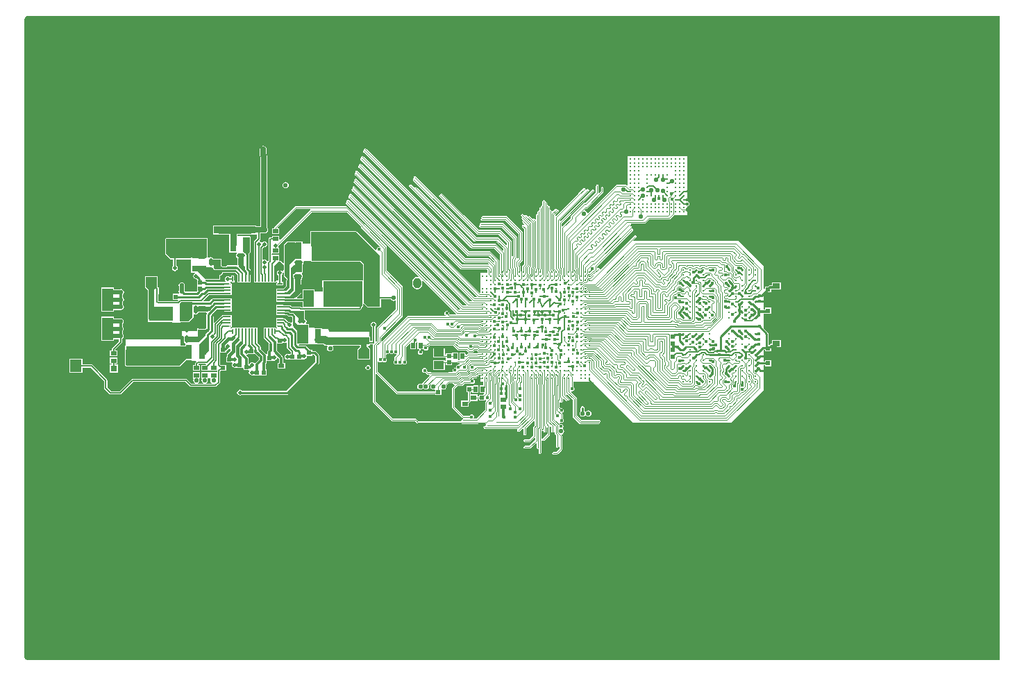
<source format=gtl>
G04*
G04 #@! TF.GenerationSoftware,Altium Limited,Altium Designer,24.0.1 (36)*
G04*
G04 Layer_Physical_Order=1*
G04 Layer_Color=255*
%FSLAX43Y43*%
%MOMM*%
G71*
G04*
G04 #@! TF.SameCoordinates,2B35A735-E746-45F3-9C8E-D4930A679F63*
G04*
G04*
G04 #@! TF.FilePolarity,Positive*
G04*
G01*
G75*
%ADD11C,0.100*%
%ADD13C,0.200*%
%ADD16C,0.400*%
%ADD39C,0.300*%
%ADD41C,0.150*%
%ADD42C,0.090*%
%ADD43R,0.890X0.640*%
%ADD44R,0.560X0.510*%
%ADD45C,0.230*%
%ADD46R,1.400X1.500*%
%ADD47R,0.800X0.800*%
%ADD48R,0.800X0.800*%
%ADD49R,0.800X2.000*%
%ADD50R,0.800X1.800*%
%ADD51R,0.700X0.210*%
%ADD52R,0.210X0.700*%
%ADD53R,4.700X4.700*%
%ADD54R,0.550X0.210*%
%ADD55R,0.210X0.550*%
%ADD56R,1.250X1.000*%
%ADD57R,0.750X0.600*%
%ADD58R,1.350X2.800*%
%ADD59R,0.700X0.510*%
%ADD60R,0.640X0.890*%
%ADD61R,0.510X0.560*%
%ADD62R,1.400X0.900*%
%ADD63R,0.350X0.350*%
%ADD64R,1.800X0.800*%
%ADD65R,0.200X0.350*%
%ADD66R,0.350X0.200*%
%ADD67R,0.510X0.700*%
%ADD68C,0.220*%
%ADD69C,0.300*%
%ADD70C,0.160*%
%ADD71C,0.125*%
%ADD72C,0.250*%
%ADD73C,0.210*%
%ADD74C,0.500*%
%ADD75C,0.110*%
%ADD76C,0.640*%
%ADD77C,0.800*%
%ADD78C,0.097*%
%ADD79C,0.900*%
%ADD80C,0.400*%
%ADD81C,0.096*%
%ADD82C,0.090*%
%ADD83C,0.600*%
%ADD84C,0.095*%
%ADD85C,0.091*%
%ADD86C,0.090*%
%ADD87R,2.970X1.800*%
%ADD88O,1.000X1.300*%
%ADD89C,0.550*%
%ADD90C,0.500*%
G36*
X119490Y510D02*
X1000D01*
X1000Y510D01*
X1000Y510D01*
X952Y510D01*
X857Y529D01*
X768Y566D01*
X688Y619D01*
X619Y687D01*
X566Y768D01*
X529Y857D01*
X510Y952D01*
Y1000D01*
X510Y78600D01*
Y78648D01*
X529Y78743D01*
X566Y78832D01*
X619Y78912D01*
X688Y78981D01*
X768Y79034D01*
X857Y79071D01*
X952Y79090D01*
X1000Y79090D01*
X119490D01*
Y510D01*
D02*
G37*
%LPC*%
G36*
X32365Y58812D02*
X32219Y58783D01*
X32095Y58700D01*
X32012Y58576D01*
X31983Y58430D01*
X32012Y58284D01*
X32095Y58160D01*
X32219Y58077D01*
X32365Y58048D01*
X32511Y58077D01*
X32635Y58160D01*
X32718Y58284D01*
X32747Y58430D01*
X32718Y58576D01*
X32635Y58700D01*
X32511Y58783D01*
X32365Y58812D01*
D02*
G37*
G36*
X29660Y63210D02*
X29496Y63178D01*
X29357Y63085D01*
X29264Y62946D01*
X29231Y62782D01*
Y62075D01*
X29246Y62001D01*
Y53378D01*
X28800D01*
Y53500D01*
X28054D01*
X28000Y53511D01*
X26150D01*
X26097Y53500D01*
X26045Y53511D01*
X24300D01*
X24246Y53500D01*
X23500D01*
Y52400D01*
X24246D01*
X24300Y52389D01*
X25485D01*
Y51175D01*
X25495Y51126D01*
Y50175D01*
X26360D01*
X26369Y50164D01*
X26404Y50076D01*
X26385Y50046D01*
X26345Y49987D01*
X26318Y49850D01*
X26345Y49713D01*
X26423Y49598D01*
X26522Y49531D01*
Y49450D01*
X26530Y49430D01*
Y48845D01*
X26522Y48825D01*
Y48674D01*
X26451Y48627D01*
X26422Y48617D01*
X26393Y48629D01*
X26127Y48633D01*
X26126Y48633D01*
X26125Y48633D01*
X25250Y48633D01*
Y48630D01*
X25224D01*
X25190Y48616D01*
X25154Y48601D01*
X25153Y48601D01*
X25153Y48601D01*
X25153Y48601D01*
X25086Y48533D01*
X24780D01*
X24733Y48538D01*
X24642Y48576D01*
X24576Y48642D01*
X24570Y48656D01*
Y49445D01*
X23670D01*
X23650Y49453D01*
X23569D01*
X23502Y49552D01*
X23387Y49630D01*
X23250Y49657D01*
X23113Y49630D01*
X23000Y49554D01*
X22985Y49557D01*
X22900Y49586D01*
Y49605D01*
X22853D01*
Y51845D01*
X22845Y51865D01*
Y51945D01*
X22765D01*
X22745Y51953D01*
X17812D01*
X17736Y51922D01*
X17704Y51845D01*
Y49998D01*
X17704Y49998D01*
X17736Y49921D01*
X17736Y49921D01*
X18259Y49398D01*
X18335Y49367D01*
X18646D01*
Y49350D01*
X18650Y49330D01*
Y48920D01*
X18646Y48900D01*
Y48575D01*
X18598Y48542D01*
X18520Y48427D01*
X18493Y48290D01*
X18520Y48153D01*
X18598Y48038D01*
X18713Y47960D01*
X18850Y47933D01*
X18987Y47960D01*
X19102Y48038D01*
X19180Y48153D01*
X19207Y48290D01*
X19180Y48427D01*
X19102Y48542D01*
X19054Y48575D01*
Y48900D01*
X19050Y48920D01*
Y49330D01*
X19054Y49350D01*
Y49367D01*
X20800D01*
Y48545D01*
X20850D01*
Y47775D01*
X21284D01*
X21311Y47682D01*
X21309Y47675D01*
X21198Y47600D01*
X21120Y47485D01*
X21093Y47348D01*
X21120Y47211D01*
X21198Y47096D01*
X21313Y47018D01*
X21450Y46991D01*
X21465Y46994D01*
X21515Y46945D01*
X21540Y46928D01*
Y46195D01*
X21540D01*
Y46130D01*
X21540D01*
Y45489D01*
X21480Y45429D01*
X20120D01*
X20084Y45473D01*
X20059Y45601D01*
Y46080D01*
X20082Y46198D01*
X20053Y46344D01*
X19970Y46468D01*
X19846Y46551D01*
X19700Y46580D01*
X19554Y46551D01*
X19430Y46468D01*
X19347Y46344D01*
X19318Y46198D01*
X19345Y46060D01*
Y45601D01*
X19320Y45473D01*
X19349Y45327D01*
X19373Y45290D01*
X19368Y45248D01*
X19358Y45215D01*
X19327Y45181D01*
X19323Y45180D01*
X19248Y45180D01*
X18630D01*
Y44420D01*
X19220D01*
X19262Y44320D01*
X19193Y44251D01*
X16891D01*
X16878Y44264D01*
Y45073D01*
X16900D01*
Y45923D01*
X16792D01*
X16716Y45999D01*
X16725Y46008D01*
X16756Y46084D01*
Y47215D01*
X16725Y47292D01*
X16648Y47323D01*
X16295D01*
X15655Y47323D01*
X15298D01*
X15221Y47292D01*
X15190Y47215D01*
Y46019D01*
X15190Y46019D01*
X15221Y45942D01*
X15221Y45942D01*
X15547Y45617D01*
Y45238D01*
X15555Y45218D01*
Y45091D01*
X15547Y45050D01*
Y43600D01*
X15547Y43600D01*
Y41800D01*
X15578Y41723D01*
X15655Y41692D01*
X18495D01*
Y41650D01*
X19555D01*
Y41692D01*
X20502Y41692D01*
X20502Y41692D01*
X20579Y41723D01*
X21102Y42246D01*
X21133Y42323D01*
Y42662D01*
X21233Y42715D01*
X21263Y42695D01*
X21400Y42668D01*
X21537Y42695D01*
X21652Y42773D01*
X21719Y42872D01*
X22695D01*
X22748Y42772D01*
X22738Y42756D01*
X22721Y42669D01*
Y41008D01*
X22716D01*
X22639Y40977D01*
X22618Y40955D01*
X22587Y40932D01*
X22554Y40913D01*
X22519Y40898D01*
X22482Y40888D01*
X22443Y40883D01*
X22423Y40883D01*
X21927D01*
X21907Y40883D01*
X21868Y40888D01*
X21831Y40898D01*
X21796Y40913D01*
X21763Y40932D01*
X21727Y40959D01*
X21694Y40968D01*
X21663Y40982D01*
X21655Y40979D01*
X21647Y40981D01*
X21618Y40964D01*
X21586Y40952D01*
X21583Y40944D01*
X21575Y40940D01*
X21566Y40907D01*
X21552Y40876D01*
X21548Y40680D01*
X21500Y40600D01*
X19700D01*
X19700Y40398D01*
X19550D01*
Y40025D01*
X19890D01*
X19967Y39948D01*
Y39400D01*
X19969Y39394D01*
X19995Y39263D01*
X20073Y39148D01*
X20075Y39146D01*
X20100Y39050D01*
X20100D01*
X20100Y39050D01*
Y38884D01*
X19550D01*
Y39573D01*
X12900D01*
Y38873D01*
X12800D01*
Y38373D01*
X12779Y38323D01*
Y36548D01*
X12811Y36471D01*
X12811Y36471D01*
X12986Y36296D01*
X13062Y36265D01*
X19410D01*
X19487Y36296D01*
X20241Y37050D01*
X20880D01*
Y37000D01*
X21446D01*
X21488Y36900D01*
X21354Y36766D01*
X21315Y36708D01*
X21302Y36640D01*
Y36500D01*
X21030D01*
Y35790D01*
X21930D01*
Y36500D01*
X21819D01*
X21766Y36600D01*
X21788Y36632D01*
X22613D01*
X22667Y36532D01*
X22645Y36500D01*
X22080D01*
Y35790D01*
X22980D01*
Y36253D01*
X23033Y36296D01*
X23130Y36253D01*
Y35790D01*
X24022D01*
Y35600D01*
X23130D01*
Y34890D01*
X23198D01*
X23251Y34790D01*
X23222Y34746D01*
X23193Y34600D01*
X23222Y34454D01*
X23305Y34330D01*
X23383Y34278D01*
X23352Y34178D01*
X22723D01*
X22692Y34278D01*
X22770Y34330D01*
X22853Y34454D01*
X22882Y34600D01*
X22853Y34746D01*
X22824Y34790D01*
X22878Y34890D01*
X22980D01*
Y35600D01*
X22080D01*
Y34890D01*
X22122D01*
X22176Y34790D01*
X22147Y34746D01*
X22118Y34600D01*
X22147Y34454D01*
X22230Y34330D01*
X22308Y34278D01*
X22277Y34178D01*
X21713D01*
X21682Y34278D01*
X21760Y34330D01*
X21843Y34454D01*
X21872Y34600D01*
X21843Y34746D01*
X21814Y34790D01*
X21867Y34890D01*
X21930D01*
Y35600D01*
X21030D01*
Y34890D01*
X21112D01*
X21166Y34790D01*
X21137Y34746D01*
X21108Y34600D01*
X21137Y34454D01*
X21220Y34330D01*
X21298Y34278D01*
X21267Y34178D01*
X20919D01*
X20345Y34751D01*
X20288Y34790D01*
X20219Y34803D01*
X13712D01*
X13644Y34790D01*
X13586Y34751D01*
X12088Y33253D01*
X11110D01*
X10616Y33747D01*
Y34638D01*
X10602Y34706D01*
X10564Y34764D01*
X8847Y36480D01*
X8790Y36519D01*
X8721Y36532D01*
X7595D01*
Y37204D01*
X5995D01*
Y35504D01*
X7595D01*
Y36175D01*
X8647D01*
X10259Y34564D01*
Y33673D01*
X10273Y33605D01*
X10311Y33547D01*
X10910Y32948D01*
X10968Y32910D01*
X11036Y32896D01*
X12162D01*
X12230Y32910D01*
X12288Y32948D01*
X13786Y34447D01*
X20145D01*
X20719Y33873D01*
X20777Y33834D01*
X20845Y33821D01*
X23799D01*
X23867Y33834D01*
X23925Y33873D01*
X24326Y34274D01*
X24365Y34332D01*
X24378Y34400D01*
Y35751D01*
X24417Y35790D01*
X25107D01*
Y36500D01*
X24400D01*
X24366Y36534D01*
Y37965D01*
X25105D01*
Y38179D01*
X25157Y38189D01*
X25240Y38245D01*
X25385Y38390D01*
X25472Y38407D01*
X25554Y38462D01*
X25654Y38418D01*
Y38258D01*
X25297Y37901D01*
X25231Y37802D01*
X25208Y37685D01*
X25208Y37685D01*
Y37530D01*
X25120D01*
Y36820D01*
X25833D01*
X25886Y36723D01*
X25835Y36647D01*
X25808Y36510D01*
X25835Y36373D01*
X25913Y36258D01*
X26028Y36180D01*
X26165Y36153D01*
X26295Y36179D01*
X26302Y36179D01*
X26395Y36155D01*
X26395Y36155D01*
X26395Y36155D01*
X27155D01*
X27220Y36082D01*
Y35845D01*
X27876D01*
X27929Y35745D01*
X27910Y35717D01*
X27883Y35580D01*
X27910Y35443D01*
X27988Y35328D01*
X28103Y35250D01*
X28240Y35223D01*
X28370Y35249D01*
X28377Y35249D01*
X28470Y35225D01*
X28470Y35225D01*
X28470Y35225D01*
X29230D01*
Y35225D01*
X29295D01*
Y35225D01*
X30055D01*
Y35935D01*
X29930D01*
Y36612D01*
X29980Y36662D01*
X30035Y36745D01*
X30055Y36842D01*
Y36965D01*
X30730D01*
Y37007D01*
X30808Y37048D01*
X30830Y37049D01*
X30960Y37023D01*
X31097Y37050D01*
X31212Y37128D01*
X31290Y37243D01*
X31317Y37380D01*
X31317Y37381D01*
X31409Y37430D01*
X31595Y37244D01*
Y36755D01*
X31400D01*
Y36045D01*
X32300D01*
Y36755D01*
X32105D01*
Y37349D01*
X32085Y37447D01*
X32030Y37530D01*
X31280Y38280D01*
Y39115D01*
X32005D01*
Y39157D01*
X32083Y39198D01*
X32105Y39199D01*
X32235Y39173D01*
X32372Y39200D01*
X32436Y39243D01*
X32536Y39190D01*
Y38602D01*
X32552Y38522D01*
X32597Y38454D01*
X32991Y38060D01*
Y37845D01*
X32820D01*
Y37845D01*
X32730Y37821D01*
X32720Y37821D01*
X32590Y37847D01*
X32453Y37820D01*
X32338Y37742D01*
X32260Y37627D01*
X32233Y37490D01*
X32260Y37353D01*
X32338Y37238D01*
X32453Y37160D01*
X32590Y37133D01*
X32720Y37159D01*
X32727Y37159D01*
X32820Y37135D01*
X32820Y37135D01*
X32820Y37135D01*
X33580D01*
Y37135D01*
X33645D01*
Y37135D01*
X34405D01*
Y37177D01*
X34483Y37218D01*
X34505Y37219D01*
X34635Y37193D01*
X34772Y37220D01*
X34887Y37298D01*
X34965Y37413D01*
X34992Y37550D01*
X35041Y37610D01*
X35630D01*
Y37751D01*
X35817D01*
X35996Y37573D01*
Y36863D01*
X32454Y33322D01*
X27090D01*
X27052Y33377D01*
X26937Y33455D01*
X26800Y33482D01*
X26663Y33455D01*
X26548Y33377D01*
X26470Y33262D01*
X26443Y33125D01*
X26470Y32988D01*
X26548Y32873D01*
X26663Y32795D01*
X26800Y32768D01*
X26937Y32795D01*
X27038Y32863D01*
X32549D01*
X32637Y32880D01*
X32711Y32930D01*
X36387Y36606D01*
X36437Y36680D01*
X36454Y36768D01*
Y37668D01*
X36437Y37756D01*
X36387Y37830D01*
X36074Y38143D01*
X36000Y38193D01*
X35912Y38210D01*
X35630D01*
Y38320D01*
X35349D01*
X34857Y38812D01*
X34783Y38862D01*
X34695Y38879D01*
X33989D01*
X33982Y38890D01*
X34035Y38990D01*
X35098D01*
X35100Y38988D01*
Y38975D01*
X35900D01*
Y39000D01*
X36800D01*
Y39039D01*
X36918D01*
X36953Y39003D01*
X37135Y38882D01*
X37350Y38839D01*
X37439D01*
X37492Y38739D01*
X37447Y38671D01*
X37418Y38525D01*
X37447Y38379D01*
X37530Y38255D01*
X37654Y38172D01*
X37800Y38143D01*
X37946Y38172D01*
X38070Y38255D01*
X38153Y38379D01*
X38182Y38525D01*
X38153Y38671D01*
X38108Y38739D01*
X38161Y38839D01*
X41379D01*
X41413Y38838D01*
X41447Y38739D01*
X41150Y38442D01*
X41119Y38366D01*
Y37235D01*
X41150Y37158D01*
X41227Y37127D01*
X41580D01*
X42220Y37127D01*
X42577D01*
X42654Y37158D01*
X42685Y37235D01*
Y38431D01*
X42685Y38431D01*
X42654Y38508D01*
X42654Y38508D01*
X42411Y38750D01*
X42453Y38850D01*
X42700D01*
Y39011D01*
X42987D01*
X43042Y38928D01*
X43038Y38916D01*
Y31993D01*
X43038Y31993D01*
X43085Y31878D01*
X45281Y29683D01*
X45395Y29635D01*
X48145D01*
X48410Y29370D01*
X48525Y29323D01*
X53828D01*
X53889Y29297D01*
X55786D01*
X55847Y29323D01*
X56751D01*
X56800Y29223D01*
X56792Y29210D01*
X56780Y29150D01*
X56786Y29119D01*
X56744Y29073D01*
X56719Y29053D01*
X56706Y29046D01*
X56657Y29056D01*
X56597Y29044D01*
X56545Y29010D01*
X56511Y28958D01*
X56499Y28898D01*
X56511Y28837D01*
X56545Y28786D01*
X56618Y28713D01*
X56670Y28679D01*
X56730Y28667D01*
X60588D01*
X60638Y28567D01*
X60630Y28555D01*
X60618Y28495D01*
X60630Y28434D01*
X60664Y28383D01*
X60715Y28349D01*
X60776Y28336D01*
X60836Y28349D01*
X60887Y28383D01*
X61287Y28782D01*
X61387Y28741D01*
Y28065D01*
X61399Y28005D01*
X61433Y27953D01*
X61485Y27919D01*
X61545Y27907D01*
X61605Y27919D01*
X61657Y27953D01*
X61691Y28005D01*
X61703Y28065D01*
Y28779D01*
X62625Y29701D01*
X62717Y29663D01*
Y29106D01*
X62635Y29024D01*
X62601Y28973D01*
X62589Y28913D01*
Y27937D01*
X62050Y27398D01*
X61560D01*
X61500Y27386D01*
X61448Y27352D01*
X61414Y27300D01*
X61402Y27240D01*
X61414Y27180D01*
X61448Y27128D01*
X61500Y27094D01*
X61560Y27082D01*
X62115D01*
X62176Y27094D01*
X62227Y27128D01*
X62707Y27608D01*
X62799Y27570D01*
Y27343D01*
X62080Y26623D01*
X61560D01*
X61500Y26611D01*
X61448Y26577D01*
X61414Y26525D01*
X61402Y26465D01*
X61414Y26405D01*
X61448Y26353D01*
X61500Y26319D01*
X61560Y26307D01*
X62145D01*
X62205Y26319D01*
X62257Y26353D01*
X62917Y27013D01*
X63009Y26975D01*
Y26426D01*
X63021Y26365D01*
X63055Y26314D01*
X63107Y26280D01*
X63167Y26268D01*
X63219Y26225D01*
Y25821D01*
X63231Y25760D01*
X63265Y25709D01*
X63317Y25675D01*
X63377Y25663D01*
X63438Y25675D01*
X63489Y25709D01*
X63523Y25760D01*
X63535Y25821D01*
Y28364D01*
X63587Y28407D01*
X63648Y28419D01*
X63699Y28453D01*
X63755Y28509D01*
X63855Y28467D01*
Y28387D01*
X63902Y28272D01*
X64017Y28224D01*
X64132Y28272D01*
X64179Y28387D01*
Y28879D01*
X64279Y28933D01*
X64299Y28920D01*
Y28114D01*
X63685Y27500D01*
X63651Y27449D01*
X63639Y27389D01*
X63651Y27328D01*
X63685Y27277D01*
X63737Y27243D01*
X63797Y27230D01*
X63858Y27243D01*
X63909Y27277D01*
X64569Y27937D01*
X64603Y27988D01*
X64615Y28048D01*
Y28924D01*
X64715Y28977D01*
X64742Y28959D01*
Y28387D01*
X64790Y28272D01*
X64904Y28224D01*
X65019Y28272D01*
X65067Y28387D01*
Y28781D01*
X65167Y28835D01*
X65169Y28833D01*
Y28141D01*
X65217Y28027D01*
X65338Y27905D01*
Y26550D01*
X65385Y26435D01*
X65500Y26388D01*
X65615Y26435D01*
X65662Y26550D01*
Y27653D01*
X65762Y27703D01*
X65794Y27680D01*
Y26274D01*
X65395Y25875D01*
X65010D01*
X64895Y25827D01*
X64848Y25712D01*
X64895Y25597D01*
X65010Y25550D01*
X65462D01*
X65577Y25597D01*
X66071Y26092D01*
X66119Y26206D01*
Y27799D01*
X66071Y27914D01*
X66040Y27945D01*
X66069Y28040D01*
X66103Y28047D01*
X66227Y28130D01*
X66310Y28254D01*
X66339Y28400D01*
X66310Y28547D01*
X66227Y28671D01*
X66173Y28707D01*
Y28770D01*
X66239Y28869D01*
X66262Y28986D01*
X66239Y29103D01*
X66173Y29202D01*
X66073Y29269D01*
X65956Y29292D01*
X65893Y29279D01*
X65790Y29382D01*
X65854Y29459D01*
X65886Y29438D01*
X66003Y29414D01*
X66120Y29438D01*
X66220Y29504D01*
X66286Y29603D01*
X66309Y29720D01*
X66286Y29837D01*
X66220Y29937D01*
X66166Y29973D01*
Y30439D01*
X66118Y30553D01*
X66106Y30566D01*
X66137Y30676D01*
X66215Y30728D01*
X66282Y30827D01*
X66305Y30944D01*
X66282Y31061D01*
X66215Y31161D01*
X66116Y31227D01*
X65999Y31250D01*
X65935Y31237D01*
X65811Y31362D01*
Y31900D01*
X65911Y31947D01*
X65999Y31911D01*
X66114Y31958D01*
X66161Y32073D01*
Y32345D01*
X66261Y32387D01*
X66519Y32130D01*
X66634Y32082D01*
X66748Y32130D01*
X66779Y32204D01*
X66854Y32173D01*
X66968Y32221D01*
X67016Y32335D01*
X66968Y32450D01*
X66576Y32843D01*
X66581Y32881D01*
X66688Y32916D01*
X67357Y32246D01*
Y30227D01*
X67405Y30112D01*
X68206Y29310D01*
X68321Y29263D01*
X70516D01*
X70631Y29310D01*
X70678Y29425D01*
X70648Y29499D01*
X70722Y29530D01*
X70770Y29645D01*
X70722Y29760D01*
X70607Y29807D01*
X68480D01*
X67902Y30385D01*
Y32404D01*
X67854Y32519D01*
X67167Y33207D01*
X67216Y33299D01*
X67300Y33282D01*
X67417Y33305D01*
X67516Y33372D01*
X67583Y33471D01*
X67606Y33588D01*
X67583Y33705D01*
X67516Y33804D01*
X67452Y33848D01*
Y34441D01*
X69524D01*
X69490Y34475D01*
Y34599D01*
X69582Y34637D01*
X74760Y29459D01*
X86764D01*
X90709Y33404D01*
Y36505D01*
X90829D01*
Y36335D01*
X91589D01*
Y37045D01*
X90829D01*
Y36933D01*
X90709D01*
Y38380D01*
X90829D01*
Y38185D01*
X91589D01*
Y38561D01*
X91677Y38649D01*
X92127D01*
X92209Y38665D01*
X92209Y38666D01*
X92770D01*
Y39505D01*
X91680D01*
Y39077D01*
X91588D01*
X91506Y39061D01*
X91436Y39014D01*
X91348Y38926D01*
X91248Y38967D01*
Y40316D01*
X91232Y40398D01*
X91185Y40467D01*
X90709Y40944D01*
Y42759D01*
X91079D01*
X91083Y42760D01*
X91589D01*
Y43470D01*
X90829D01*
Y43269D01*
X90709D01*
Y44941D01*
X91103Y45335D01*
X91589D01*
Y45689D01*
X92208D01*
X92306Y45708D01*
X92353Y45741D01*
X92770D01*
Y46581D01*
X91680D01*
Y46199D01*
X91458D01*
X91360Y46179D01*
X91278Y46124D01*
X91199Y46045D01*
X90829D01*
Y45735D01*
X90809Y45722D01*
X90709Y45775D01*
Y48476D01*
X87590Y51594D01*
X74807D01*
X74766Y51694D01*
X75120Y52048D01*
X75154Y52099D01*
X75166Y52160D01*
X75154Y52220D01*
X75120Y52272D01*
X75068Y52306D01*
X75008Y52318D01*
X74947Y52306D01*
X74896Y52272D01*
X70740Y48116D01*
X70656Y48173D01*
X70667Y48200D01*
X70621Y48311D01*
X70510Y48357D01*
X70464Y48338D01*
X70385Y48391D01*
X70378Y48496D01*
X74729Y52847D01*
X74763Y52899D01*
X74775Y52959D01*
X74763Y53019D01*
X74729Y53071D01*
X74678Y53105D01*
X74669Y53107D01*
X74620Y53212D01*
X74622Y53215D01*
X74634Y53275D01*
X74622Y53335D01*
X74588Y53387D01*
X74537Y53421D01*
X74488Y53431D01*
X74452Y53481D01*
X74430Y53524D01*
X74442Y53584D01*
X74436Y53617D01*
X74481Y53695D01*
X74502Y53717D01*
X76150D01*
X76210Y53729D01*
X76262Y53763D01*
X76739Y54241D01*
X79162D01*
X79223Y54253D01*
X79274Y54287D01*
X79785Y54798D01*
X81350D01*
Y55854D01*
X81442Y55872D01*
X81541Y55939D01*
X81608Y56038D01*
X81631Y56155D01*
X81608Y56272D01*
X81541Y56371D01*
X81442Y56438D01*
X81350Y56456D01*
Y62000D01*
X74075D01*
Y58425D01*
X73983Y58387D01*
X73948Y58422D01*
X73897Y58456D01*
X73836Y58468D01*
X72738D01*
X72677Y58456D01*
X72626Y58422D01*
X69245Y55041D01*
X69137Y55074D01*
X69131Y55104D01*
X69048Y55228D01*
X68924Y55311D01*
X68894Y55317D01*
X68861Y55425D01*
X68974Y55539D01*
X69051D01*
X69111Y55551D01*
X69163Y55586D01*
X71087Y57510D01*
X71122Y57562D01*
X71134Y57622D01*
Y58076D01*
X71122Y58136D01*
X71087Y58187D01*
X71036Y58222D01*
X70976Y58234D01*
X70915Y58222D01*
X70864Y58187D01*
X70830Y58136D01*
X70818Y58076D01*
Y57688D01*
X70633Y57503D01*
X70533Y57544D01*
Y58349D01*
X70521Y58409D01*
X70487Y58460D01*
X70435Y58495D01*
X70375Y58507D01*
X70315Y58495D01*
X70263Y58460D01*
X70229Y58409D01*
X70217Y58349D01*
Y57540D01*
X68953Y56276D01*
X68803D01*
X68743Y56264D01*
X68691Y56230D01*
X67163Y54702D01*
X67129Y54650D01*
X67117Y54590D01*
Y54426D01*
X66125Y53434D01*
X66033Y53473D01*
Y53725D01*
X69953Y57644D01*
X69987Y57696D01*
X69999Y57756D01*
X69987Y57816D01*
X69953Y57868D01*
X69901Y57902D01*
X69841Y57914D01*
X69781Y57902D01*
X69729Y57868D01*
X65916Y54055D01*
X65812Y54092D01*
X65805Y54149D01*
X69337Y57681D01*
X69371Y57733D01*
X69383Y57793D01*
X69371Y57853D01*
X69337Y57905D01*
X69285Y57939D01*
X69225Y57951D01*
X69165Y57939D01*
X69113Y57905D01*
X69038Y57830D01*
X68951Y57884D01*
X68958Y57918D01*
X68946Y57979D01*
X68912Y58030D01*
X68860Y58064D01*
X68800Y58077D01*
X68740Y58064D01*
X68688Y58030D01*
X68068Y57410D01*
X68068Y57410D01*
X66964Y56306D01*
X66964Y56306D01*
X65366Y54708D01*
X65259Y54742D01*
X65252Y54789D01*
X65640Y55176D01*
X65687Y55291D01*
X65640Y55406D01*
X65525Y55453D01*
X65465Y55429D01*
X65440Y55489D01*
X65325Y55536D01*
X65210Y55489D01*
X64905Y55184D01*
X64813Y55222D01*
Y55281D01*
X64765Y55396D01*
X64651Y55444D01*
X64613Y55469D01*
Y55733D01*
X64565Y55848D01*
X64451Y55895D01*
X64380Y55974D01*
X64365Y56008D01*
X64251Y56056D01*
X64212Y56081D01*
Y56294D01*
X64165Y56408D01*
X64050Y56456D01*
X64006Y56438D01*
X63965Y56538D01*
X63850Y56585D01*
X63735Y56538D01*
X63688Y56423D01*
Y56043D01*
X63650Y56018D01*
X63535Y55970D01*
X63488Y55856D01*
Y55760D01*
X63450Y55734D01*
X63335Y55687D01*
X63288Y55572D01*
Y55342D01*
X63250Y55317D01*
X63135Y55269D01*
X63088Y55155D01*
Y54941D01*
X63050Y54916D01*
X62935Y54868D01*
X62888Y54753D01*
Y54305D01*
X62795Y54267D01*
X62764Y54298D01*
X62649Y54346D01*
X62534Y54298D01*
X62490Y54290D01*
X62190Y54590D01*
X62075Y54637D01*
X61960Y54590D01*
X61916Y54581D01*
X61765Y54732D01*
X61650Y54780D01*
X61535Y54732D01*
X61491Y54723D01*
X61340Y54874D01*
X61225Y54922D01*
X61110Y54874D01*
X61063Y54759D01*
X61110Y54645D01*
X61195Y54559D01*
X61187Y54515D01*
X61139Y54400D01*
X61187Y54285D01*
X61296Y54176D01*
X61277Y54078D01*
X61274Y54077D01*
X61227Y53962D01*
X61274Y53847D01*
X61619Y53502D01*
X61619Y53502D01*
X61510Y53469D01*
X61440Y53540D01*
X61325Y53587D01*
X61210Y53540D01*
X61163Y53425D01*
X61210Y53310D01*
X61475Y53046D01*
Y48859D01*
X61260Y48645D01*
X61213Y48530D01*
Y47969D01*
X61178Y47917D01*
X61125Y47912D01*
X61072Y47917D01*
X61032Y47977D01*
Y48537D01*
X60986Y48648D01*
X60937Y48697D01*
Y48911D01*
X61261Y49235D01*
X61307Y49346D01*
Y52633D01*
X61261Y52744D01*
X59389Y54616D01*
X59278Y54662D01*
X56382D01*
X56271Y54616D01*
X56225Y54505D01*
X56266Y54407D01*
X56168Y54366D01*
X56122Y54255D01*
X56168Y54144D01*
X56279Y54098D01*
X59109D01*
X60743Y52464D01*
Y49561D01*
X60724Y49549D01*
X60719Y49551D01*
X60632Y49611D01*
Y52040D01*
X60586Y52150D01*
X58979Y53758D01*
X58868Y53804D01*
X56185D01*
X56074Y53758D01*
X56028Y53647D01*
X56069Y53548D01*
X55971Y53508D01*
X55925Y53397D01*
X55971Y53286D01*
X56082Y53240D01*
X58699D01*
X60068Y51871D01*
Y49795D01*
X60038Y49773D01*
X59938Y49823D01*
Y51536D01*
X59892Y51647D01*
X58630Y52909D01*
X58519Y52955D01*
X55956D01*
X54134Y54777D01*
X54134Y54777D01*
X51497Y57414D01*
X51386Y57460D01*
X51275Y57414D01*
X51230Y57303D01*
X51210Y57283D01*
X51099Y57237D01*
X51053Y57126D01*
X51099Y57015D01*
X53735Y54378D01*
X53735Y54378D01*
X55677Y52437D01*
X55788Y52391D01*
X58350D01*
X59374Y51367D01*
Y51111D01*
X59282Y51073D01*
X58327Y52027D01*
X58216Y52073D01*
X55662D01*
X48252Y59483D01*
X48141Y59529D01*
X48030Y59483D01*
X47984Y59372D01*
X48025Y59274D01*
X47926Y59233D01*
X47881Y59122D01*
X47926Y59011D01*
X55382Y51555D01*
X55493Y51509D01*
X58048D01*
X58934Y50623D01*
Y50484D01*
X58842Y50445D01*
X58069Y51218D01*
X57958Y51264D01*
X55261D01*
X48352Y58173D01*
X48241Y58219D01*
X48130Y58173D01*
X48126Y58163D01*
X48028Y58143D01*
X47712Y58459D01*
X47601Y58505D01*
X47490Y58459D01*
X47444Y58348D01*
X47490Y58237D01*
X54981Y50746D01*
X55092Y50700D01*
X57789D01*
X58493Y49996D01*
Y48235D01*
X58482Y48226D01*
X58382Y48272D01*
Y49259D01*
X58336Y49370D01*
X57402Y50304D01*
X57291Y50350D01*
X54754D01*
X42176Y62928D01*
X42065Y62974D01*
X41954Y62928D01*
X41908Y62817D01*
X41949Y62719D01*
X41851Y62678D01*
X41805Y62567D01*
X41851Y62456D01*
X54475Y49832D01*
X54586Y49786D01*
X57123D01*
X57808Y49101D01*
X57802Y49065D01*
X57696Y49031D01*
X57264Y49462D01*
X57153Y49508D01*
X54316D01*
X41836Y61988D01*
X41725Y62034D01*
X41614Y61988D01*
X41568Y61877D01*
X41609Y61779D01*
X41511Y61738D01*
X41465Y61627D01*
X41511Y61516D01*
X54036Y48990D01*
X54147Y48944D01*
X56985D01*
X57120Y48809D01*
X57063Y48724D01*
X57045Y48732D01*
X53913D01*
X41587Y61058D01*
X41476Y61104D01*
X41365Y61058D01*
X41319Y60947D01*
X41359Y60849D01*
X41261Y60808D01*
X41215Y60697D01*
X41261Y60586D01*
X53633Y48214D01*
X53744Y48168D01*
X56876D01*
X56948Y48096D01*
Y47949D01*
X56958Y47925D01*
X56913Y47825D01*
X56125D01*
X56127Y45313D01*
X56027Y45272D01*
X41139Y60160D01*
X41028Y60206D01*
X40917Y60160D01*
X40871Y60049D01*
X40912Y59951D01*
X40814Y59911D01*
X40768Y59800D01*
X40814Y59689D01*
X55673Y44830D01*
X55635Y44738D01*
X55463D01*
X41015Y59186D01*
X40904Y59232D01*
X40793Y59186D01*
X40747Y59075D01*
X40787Y58977D01*
X40689Y58936D01*
X40643Y58825D01*
X40689Y58714D01*
X55079Y44324D01*
X55040Y44232D01*
X54794D01*
X40790Y58236D01*
X40679Y58282D01*
X40568Y58236D01*
X40522Y58125D01*
X40562Y58027D01*
X40464Y57986D01*
X40418Y57875D01*
X40464Y57764D01*
X54404Y43824D01*
X54365Y43732D01*
X54019D01*
X40390Y57361D01*
X40279Y57407D01*
X40168Y57361D01*
X40122Y57250D01*
X40162Y57152D01*
X40064Y57111D01*
X40018Y57000D01*
X40064Y56889D01*
X53629Y43324D01*
X53590Y43232D01*
X53443D01*
X40087Y56588D01*
X39977Y56634D01*
X39866Y56588D01*
X39820Y56477D01*
X39860Y56378D01*
X39762Y56338D01*
X39716Y56227D01*
X39762Y56116D01*
X48567Y47310D01*
X48518Y47218D01*
X48425Y47237D01*
X48191Y47190D01*
X47992Y47058D01*
X47860Y46859D01*
X47813Y46625D01*
Y46325D01*
X47860Y46091D01*
X47992Y45892D01*
X48191Y45760D01*
X48425Y45713D01*
X48659Y45760D01*
X48858Y45892D01*
X48990Y46091D01*
X49037Y46325D01*
Y46625D01*
X49018Y46718D01*
X49110Y46767D01*
X53122Y42756D01*
X53080Y42656D01*
X52405D01*
X52324Y42736D01*
X52337Y42800D01*
X52314Y42917D01*
X52247Y43016D01*
X52148Y43083D01*
X52031Y43106D01*
X51914Y43083D01*
X51815Y43016D01*
X51748Y42917D01*
X51725Y42800D01*
X51748Y42683D01*
X51815Y42584D01*
X51856Y42556D01*
X51826Y42456D01*
X47239D01*
X47124Y42408D01*
X44104Y39388D01*
X44084Y39340D01*
X43984Y39360D01*
Y39812D01*
X46612Y42441D01*
X46660Y42556D01*
Y45992D01*
X46612Y46107D01*
X44703Y48016D01*
Y50883D01*
X44656Y50998D01*
X42014Y53640D01*
X41988Y53703D01*
X39901Y55790D01*
X39786Y55837D01*
X33565D01*
X33450Y55790D01*
X31048Y53387D01*
X31000Y53272D01*
Y53153D01*
X30712D01*
Y52443D01*
X31612D01*
Y53153D01*
X31414D01*
X31373Y53253D01*
X33632Y55513D01*
X35378D01*
X35398Y55413D01*
X35386Y55408D01*
X31705Y51727D01*
X31612Y51765D01*
Y52253D01*
X30712D01*
Y52076D01*
X30538D01*
X30470Y52063D01*
X30412Y52024D01*
X30324Y51936D01*
X30285Y51878D01*
X30272Y51810D01*
Y49221D01*
X30204Y49161D01*
X30103Y49180D01*
X30036Y49280D01*
X29920Y49357D01*
X29784Y49384D01*
X29647Y49357D01*
X29628Y49344D01*
X29528Y49398D01*
Y50739D01*
X29675Y50885D01*
X29763Y50868D01*
X29899Y50895D01*
X30015Y50973D01*
X30092Y51088D01*
X30119Y51225D01*
X30092Y51362D01*
X30015Y51477D01*
X29899Y51555D01*
X29763Y51582D01*
X29626Y51555D01*
X29510Y51477D01*
X29491Y51449D01*
X29371D01*
X29352Y51477D01*
X29244Y51549D01*
X29235Y51560D01*
X29204Y51663D01*
X29230Y51698D01*
X29300D01*
Y52328D01*
X29304Y52348D01*
Y52522D01*
X29780D01*
X29944Y52554D01*
X30083Y52647D01*
X30176Y52786D01*
X30208Y52950D01*
X30176Y53114D01*
X30103Y53223D01*
Y62004D01*
X30088Y62078D01*
Y62782D01*
X30055Y62946D01*
X29962Y63085D01*
X29824Y63178D01*
X29660Y63210D01*
D02*
G37*
G36*
X11461Y45968D02*
X9911D01*
Y42968D01*
X11461D01*
Y43200D01*
X12188D01*
X12276Y43182D01*
X12422Y43211D01*
X12546Y43294D01*
X12629Y43418D01*
X12658Y43565D01*
X12629Y43711D01*
X12546Y43835D01*
X12530Y43846D01*
Y44183D01*
X12546Y44194D01*
X12629Y44318D01*
X12658Y44465D01*
X12629Y44611D01*
X12546Y44735D01*
X12530Y44746D01*
Y45083D01*
X12546Y45094D01*
X12629Y45218D01*
X12658Y45365D01*
X12629Y45511D01*
X12546Y45635D01*
X12422Y45718D01*
X12276Y45747D01*
X12167Y45725D01*
X11461D01*
Y45968D01*
D02*
G37*
G36*
Y42406D02*
X9911D01*
Y39406D01*
X11461D01*
Y39637D01*
X12040D01*
Y39391D01*
X11242Y38593D01*
X11198Y38527D01*
X11182Y38449D01*
Y38270D01*
X10936D01*
Y37560D01*
X11836D01*
Y38270D01*
X11604D01*
X11596Y38370D01*
X12388Y39162D01*
X12388Y39162D01*
X12432Y39229D01*
X12448Y39307D01*
X12448Y39307D01*
Y39683D01*
X12521Y39732D01*
X12604Y39856D01*
X12633Y40002D01*
X12604Y40148D01*
X12521Y40272D01*
X12505Y40283D01*
Y40621D01*
X12521Y40632D01*
X12604Y40756D01*
X12633Y40902D01*
X12604Y41048D01*
X12521Y41172D01*
X12505Y41183D01*
Y41521D01*
X12521Y41532D01*
X12604Y41656D01*
X12633Y41802D01*
X12604Y41948D01*
X12521Y42072D01*
X12397Y42155D01*
X12251Y42184D01*
X12142Y42163D01*
X11461D01*
Y42406D01*
D02*
G37*
G36*
X42415Y36460D02*
X42298Y36436D01*
X42199Y36370D01*
X42133Y36271D01*
X42109Y36154D01*
X42133Y36037D01*
X42199Y35937D01*
X42298Y35871D01*
X42415Y35848D01*
X42532Y35871D01*
X42632Y35937D01*
X42698Y36037D01*
X42721Y36154D01*
X42698Y36271D01*
X42632Y36370D01*
X42532Y36436D01*
X42415Y36460D01*
D02*
G37*
G36*
X11836Y37370D02*
X10936D01*
Y36660D01*
X11182D01*
Y36522D01*
X10886D01*
Y35522D01*
X11886D01*
Y36522D01*
X11590D01*
Y36660D01*
X11836D01*
Y37370D01*
D02*
G37*
G36*
X68584Y31462D02*
X68496Y31445D01*
X68422Y31395D01*
X68372Y31321D01*
X68355Y31233D01*
Y30867D01*
X68314Y30840D01*
X68231Y30716D01*
X68202Y30569D01*
X68231Y30423D01*
X68314Y30299D01*
X68438Y30216D01*
X68584Y30187D01*
X68730Y30216D01*
X68854Y30299D01*
X68884Y30343D01*
X68984D01*
X69014Y30299D01*
X69138Y30216D01*
X69284Y30187D01*
X69430Y30216D01*
X69554Y30299D01*
X69637Y30423D01*
X69666Y30569D01*
X69637Y30716D01*
X69554Y30840D01*
X69430Y30923D01*
X69284Y30952D01*
X69138Y30923D01*
X69014Y30840D01*
X68984Y30795D01*
X68884D01*
X68854Y30840D01*
X68813Y30867D01*
Y31233D01*
X68796Y31321D01*
X68746Y31395D01*
X68672Y31445D01*
X68584Y31462D01*
D02*
G37*
%LPD*%
G36*
X41521Y53421D02*
Y53370D01*
X41569Y53255D01*
X43857Y50967D01*
X43808Y50875D01*
X43751Y50886D01*
X43634Y50863D01*
X43535Y50797D01*
X43469Y50697D01*
X43445Y50580D01*
X43453Y50544D01*
X43360Y50495D01*
X41084Y52772D01*
X41007Y52803D01*
X35505D01*
X35505Y52803D01*
X35505Y52803D01*
X35485Y52795D01*
X35405D01*
Y52715D01*
X35397Y52695D01*
X35397Y52695D01*
X35397Y52695D01*
X35401Y51321D01*
X35330Y51250D01*
X34415D01*
Y51550D01*
X33535D01*
X33515Y51558D01*
X32598D01*
X32598Y51558D01*
X32521Y51527D01*
X32173Y51179D01*
X32142Y51102D01*
Y48956D01*
X32049Y48918D01*
X31788Y49179D01*
X31712Y49211D01*
X31600D01*
Y49903D01*
X30700D01*
X30663Y49939D01*
X30663Y50008D01*
X30748Y50093D01*
X31600D01*
Y50803D01*
X31523D01*
X31482Y50881D01*
X31481Y50903D01*
X31507Y51033D01*
X31501Y51063D01*
X35568Y55130D01*
X39812D01*
X41521Y53421D01*
D02*
G37*
G36*
X27995Y52075D02*
X27995Y50275D01*
X27650Y49930D01*
X27617Y49963D01*
X27572Y49875D01*
X27571Y49907D01*
X27559Y49969D01*
X27535Y50027D01*
X27499Y50079D01*
X27478Y50102D01*
X27478Y50102D01*
X27455Y50125D01*
Y50125D01*
X27195Y50385D01*
X27195Y52075D01*
X27995Y52075D01*
D02*
G37*
G36*
X22745Y49605D02*
X20800D01*
Y49475D01*
X18335D01*
X17812Y49998D01*
Y51845D01*
X22745D01*
Y49605D01*
D02*
G37*
G36*
X27175Y49850D02*
X27270Y49755D01*
Y49450D01*
X26630D01*
Y49805D01*
X26675Y49850D01*
Y50100D01*
X27175D01*
Y49850D01*
D02*
G37*
G36*
X23397Y48391D02*
X23433Y48367D01*
X23458Y48347D01*
X23481Y48316D01*
X23488Y48294D01*
X23514Y48229D01*
X23528Y48203D01*
X23547Y48180D01*
X23603Y48122D01*
X23625Y48103D01*
X23651Y48089D01*
X23683Y48075D01*
X26180D01*
X26420Y47835D01*
X24790D01*
X24767Y47833D01*
X24748Y47829D01*
X24720Y47820D01*
X24701Y47813D01*
X24675Y47799D01*
X24658Y47788D01*
X24635Y47769D01*
X24341Y47474D01*
X24322Y47452D01*
X24311Y47435D01*
X24302Y47419D01*
X24290Y47390D01*
X24286Y47378D01*
X24281Y47362D01*
X24277Y47342D01*
X24276Y47327D01*
X24274Y47313D01*
X24274Y46975D01*
X22575D01*
X21388Y48162D01*
X22488Y48162D01*
X22575Y48075D01*
Y48400D01*
X23351Y48400D01*
X23397Y48391D01*
D02*
G37*
G36*
X32142Y48672D02*
Y48115D01*
X31945Y47918D01*
X31922Y47952D01*
X31807Y48030D01*
X31670Y48057D01*
X31533Y48030D01*
X31418Y47952D01*
X31340Y47837D01*
X31313Y47700D01*
X31340Y47563D01*
X31418Y47448D01*
X31452Y47425D01*
X31450Y47423D01*
Y46770D01*
X31205D01*
X31055Y46620D01*
X30995D01*
Y46770D01*
Y48568D01*
X31530Y49103D01*
X31712D01*
X32142Y48672D01*
D02*
G37*
G36*
X23650Y48806D02*
X23658Y48814D01*
X23685Y48825D01*
X23700Y48825D01*
X24425Y48825D01*
Y48775D01*
X24432Y48707D01*
X24484Y48581D01*
X24581Y48484D01*
X24707Y48432D01*
X24775Y48425D01*
X25131D01*
X25230Y48524D01*
X26125Y48525D01*
X26391Y48521D01*
X27112Y47800D01*
X26850D01*
X26450Y48195D01*
X23825D01*
X23825Y48195D01*
X23785Y48195D01*
X23711Y48227D01*
X23654Y48285D01*
X23625Y48360D01*
X23625Y48400D01*
Y48650D01*
X23400D01*
X23250Y48800D01*
X23000D01*
Y49300D01*
X23250D01*
X23295Y49345D01*
X23650D01*
Y48806D01*
D02*
G37*
G36*
X27270Y48605D02*
X27400Y48475D01*
Y47925D01*
X27425Y47725D01*
X27400D01*
X26630Y48495D01*
Y48825D01*
X27270D01*
Y48605D01*
D02*
G37*
G36*
X34175Y49000D02*
X34325Y48850D01*
Y48600D01*
Y47780D01*
X33605D01*
X33430Y47672D01*
X33425Y47668D01*
X33416Y47661D01*
X33407Y47654D01*
X33398Y47646D01*
X33394Y47642D01*
Y47642D01*
X33353Y47601D01*
X33341Y47588D01*
X33318Y47560D01*
X33298Y47530D01*
X33281Y47499D01*
X33267Y47465D01*
X33257Y47431D01*
X33250Y47396D01*
X33246Y47360D01*
X33246Y47342D01*
Y47326D01*
X33246Y47309D01*
X33250Y47274D01*
X33257Y47240D01*
X33267Y47207D01*
X33280Y47174D01*
X33296Y47144D01*
X33316Y47115D01*
X33338Y47088D01*
X33350Y47075D01*
X33350Y47075D01*
Y45539D01*
X33349Y45538D01*
X33347Y45551D01*
X32876Y45080D01*
X32270D01*
Y45345D01*
X32506D01*
X32980Y45819D01*
Y48347D01*
X33308Y48670D01*
X33525D01*
Y48850D01*
X33675Y49000D01*
Y49250D01*
X34175D01*
Y49000D01*
D02*
G37*
G36*
X34125Y47350D02*
X34275Y47200D01*
Y46950D01*
X33475D01*
Y47200D01*
X33625Y47350D01*
Y47600D01*
X34125D01*
Y47350D01*
D02*
G37*
G36*
X26005Y46620D02*
X25945D01*
X25795Y46770D01*
X26005D01*
Y46620D01*
D02*
G37*
G36*
X28800Y52400D02*
X28896Y52391D01*
Y52348D01*
X28900Y52328D01*
Y51950D01*
X28549Y51599D01*
X28510Y51541D01*
X28497Y51473D01*
Y49336D01*
X28510Y49267D01*
X28522Y49250D01*
Y47420D01*
X28495D01*
Y46520D01*
X30905D01*
X30905Y46520D01*
X30995Y46512D01*
X31002Y46512D01*
X31055D01*
X31055Y46512D01*
X31132Y46543D01*
X31226Y46638D01*
X31326Y46605D01*
X31331Y46519D01*
X31243Y46432D01*
X31212Y46355D01*
Y46295D01*
X31243Y46218D01*
X31320Y46187D01*
X31470D01*
X31490Y46195D01*
X32120D01*
Y46605D01*
X31874D01*
Y47415D01*
X31922Y47448D01*
X32000Y47563D01*
X32027Y47700D01*
X32012Y47777D01*
X32042Y47802D01*
X32142Y47755D01*
Y47325D01*
X32154Y47295D01*
X32162Y47263D01*
X32170Y47257D01*
X32173Y47248D01*
X32204Y47236D01*
X32232Y47218D01*
X32240Y47217D01*
X32335Y47177D01*
X32417Y47095D01*
X32462Y46988D01*
Y46872D01*
X32425Y46783D01*
Y46761D01*
X32417Y46742D01*
Y46202D01*
X32404Y46136D01*
X32366Y46080D01*
X32091Y45805D01*
X31220D01*
Y45395D01*
Y44195D01*
X31650D01*
X31670Y44191D01*
X32133D01*
X32137Y44188D01*
X32225Y44171D01*
X32225Y44171D01*
X34417D01*
Y43600D01*
X34380Y43545D01*
X34277Y43538D01*
X34266Y43549D01*
X34208Y43588D01*
X34140Y43601D01*
X33134D01*
X33009Y43726D01*
X32952Y43765D01*
X32883Y43778D01*
X32120D01*
Y43805D01*
X31220D01*
Y42595D01*
X31650D01*
X31670Y42591D01*
X32133D01*
X32137Y42588D01*
X32225Y42571D01*
X32528D01*
X32635Y42463D01*
X32635Y42463D01*
X32710Y42413D01*
X32798Y42396D01*
X33055D01*
X33146Y42305D01*
Y41708D01*
X33123Y41691D01*
X33046Y41664D01*
X32952Y41726D01*
X32815Y41754D01*
X32718Y41734D01*
X32326Y42126D01*
X32268Y42165D01*
X32200Y42178D01*
X32120D01*
Y42205D01*
X31220D01*
Y41395D01*
X31220Y41395D01*
X31212Y41305D01*
X31212Y41298D01*
Y41245D01*
X31212Y41245D01*
X31243Y41168D01*
X31353Y41058D01*
X31331Y40969D01*
X31242Y40947D01*
X31132Y41057D01*
X31055Y41088D01*
X31002D01*
X30995Y41088D01*
X30905Y41080D01*
X30905Y41080D01*
X29695D01*
Y40650D01*
X29691Y40630D01*
Y39843D01*
X29707Y39763D01*
X29752Y39695D01*
X30331Y39117D01*
Y39112D01*
X30305Y39073D01*
X30285Y38975D01*
Y38375D01*
X30195Y38284D01*
X30140Y38202D01*
X30120Y38104D01*
Y37816D01*
X30020Y37791D01*
X29980Y37850D01*
X29478Y38353D01*
X29395Y38408D01*
X29348Y38417D01*
X29334Y38432D01*
Y38709D01*
X29318Y38789D01*
X29273Y38857D01*
X28909Y39221D01*
Y40630D01*
X28905Y40650D01*
Y41080D01*
X26095D01*
X26095Y41080D01*
X26005Y41088D01*
X25998Y41088D01*
X25945D01*
X25945Y41088D01*
X25868Y41057D01*
X25758Y40947D01*
X25669Y40969D01*
X25647Y41058D01*
X25757Y41168D01*
X25788Y41245D01*
Y41298D01*
X25788Y41305D01*
X25780Y41395D01*
X25780Y41395D01*
Y42605D01*
X24880D01*
Y42578D01*
X24697D01*
X24628Y42565D01*
X24571Y42526D01*
X23679Y41635D01*
X23579Y41676D01*
Y42408D01*
X24142Y42971D01*
X24775D01*
X24863Y42988D01*
X24867Y42991D01*
X25330D01*
X25350Y42995D01*
X25780D01*
Y43395D01*
Y44605D01*
X25350D01*
X25330Y44609D01*
X24867D01*
X24863Y44612D01*
X24775Y44629D01*
X23550D01*
X23462Y44612D01*
X23388Y44562D01*
X23105Y44279D01*
X22414D01*
X22376Y44372D01*
X23026Y45022D01*
X24880D01*
Y44995D01*
X25780D01*
Y46205D01*
X25780Y46205D01*
X25788Y46295D01*
X25788Y46302D01*
Y46355D01*
X25788Y46355D01*
X25757Y46432D01*
X25647Y46542D01*
X25669Y46631D01*
X25758Y46653D01*
X25868Y46543D01*
X25945Y46512D01*
X26005D01*
X26082Y46543D01*
X26113Y46620D01*
Y46770D01*
X26105Y46790D01*
Y47420D01*
X25695D01*
Y47224D01*
X25595Y47201D01*
X25577Y47227D01*
X25462Y47305D01*
X25325Y47332D01*
X25188Y47305D01*
X25073Y47227D01*
X24995Y47112D01*
X24968Y46975D01*
X24995Y46838D01*
X25073Y46723D01*
X25093Y46709D01*
X25063Y46609D01*
X24867D01*
X24863Y46612D01*
X24775Y46629D01*
X22745D01*
X22637Y46737D01*
X22593Y46767D01*
X22623Y46867D01*
X24274D01*
X24274Y46867D01*
X24351Y46898D01*
X24351Y46898D01*
X24383Y46975D01*
X24383Y46975D01*
X24383Y47308D01*
X24383Y47316D01*
X24384Y47327D01*
X24386Y47336D01*
X24389Y47346D01*
X24389Y47346D01*
X24391Y47352D01*
X24400Y47371D01*
X24404Y47379D01*
X24409Y47387D01*
X24421Y47402D01*
X24708Y47689D01*
X24723Y47701D01*
X24731Y47706D01*
X24747Y47715D01*
X24756Y47718D01*
X24774Y47724D01*
X24783Y47726D01*
X24795Y47727D01*
X26233D01*
X26491Y47469D01*
Y46970D01*
X26495Y46950D01*
Y46520D01*
X28105D01*
Y46950D01*
X28109Y46970D01*
Y47433D01*
X28112Y47437D01*
X28129Y47525D01*
Y47973D01*
X28129Y47973D01*
X28112Y48061D01*
X28062Y48136D01*
X28062Y48136D01*
X27929Y48268D01*
Y50057D01*
X28048Y50175D01*
X28095D01*
Y50256D01*
X28103Y50275D01*
X28103Y52075D01*
X28095Y52095D01*
Y52175D01*
X28015D01*
X27995Y52183D01*
X27195Y52183D01*
X27155Y52225D01*
Y52225D01*
X26505D01*
Y52389D01*
X28000D01*
X28054Y52400D01*
X28800D01*
Y52400D01*
D02*
G37*
G36*
X31470Y46295D02*
X31320D01*
Y46355D01*
X31470Y46505D01*
Y46295D01*
D02*
G37*
G36*
X25680Y46355D02*
Y46295D01*
X25530D01*
Y46505D01*
X25680Y46355D01*
D02*
G37*
G36*
X33650Y51315D02*
Y51200D01*
X33650Y50225D01*
Y49450D01*
X33515D01*
X32825Y48760D01*
Y46000D01*
X32350Y45525D01*
X32025D01*
Y45675D01*
X32114D01*
X32270Y45831D01*
X32450Y46011D01*
X32506Y46094D01*
X32525Y46191D01*
Y46742D01*
X32570Y46850D01*
Y47010D01*
X32509Y47157D01*
X32397Y47269D01*
X32270Y47322D01*
X32250Y47325D01*
Y51102D01*
X32598Y51450D01*
X33515D01*
X33650Y51315D01*
D02*
G37*
G36*
X35438Y49123D02*
X35439Y49123D01*
X35439Y49123D01*
X35479Y49107D01*
X35515Y49092D01*
X35515D01*
X35515Y49092D01*
X35515Y49092D01*
X39875Y49092D01*
X41477D01*
X41787Y48782D01*
Y48635D01*
X41791Y48624D01*
X41789Y48613D01*
X41797Y48575D01*
X41789Y48537D01*
X41791Y48526D01*
X41787Y48515D01*
Y46919D01*
X41745Y46828D01*
X37025D01*
X37005Y46820D01*
X36855D01*
Y45980D01*
X36915D01*
Y45450D01*
X35925D01*
Y45700D01*
X35454D01*
X35434Y45708D01*
X34525D01*
X34448Y45677D01*
X34417Y45600D01*
Y44629D01*
X33788D01*
X33750Y44722D01*
X34272Y45243D01*
X34303Y45320D01*
Y45427D01*
X34308Y45450D01*
X34308Y45450D01*
Y46175D01*
X34295Y46240D01*
Y46850D01*
X34352Y46873D01*
X34383Y46950D01*
Y47106D01*
X34455Y47213D01*
X34482Y47350D01*
X34455Y47487D01*
X34386Y47589D01*
X34389Y47653D01*
X34402Y47703D01*
X34433Y47780D01*
Y48757D01*
X34505Y48863D01*
X34532Y49000D01*
X34522Y49050D01*
X34604Y49150D01*
X35427D01*
X35438Y49123D01*
D02*
G37*
G36*
X34195Y45320D02*
X34125Y45250D01*
X34000Y45375D01*
X33400D01*
X33555Y45530D01*
Y46175D01*
X34195D01*
Y45320D01*
D02*
G37*
G36*
X16295Y47215D02*
X16648D01*
Y46084D01*
X16295Y45731D01*
Y45615D01*
X16295Y45238D01*
X15655D01*
Y45662D01*
X15298Y46019D01*
Y47215D01*
X15655D01*
X16295Y47215D01*
D02*
G37*
G36*
X34125Y45250D02*
X33550Y44675D01*
X32875D01*
Y44850D01*
X33400Y45375D01*
X34125Y45250D01*
D02*
G37*
G36*
X41745Y43742D02*
X41603Y43600D01*
X37025D01*
Y46720D01*
X41745D01*
Y43742D01*
D02*
G37*
G36*
X35434Y43600D02*
X34525D01*
Y45600D01*
X35434D01*
Y43600D01*
D02*
G37*
G36*
X43889Y49813D02*
Y43586D01*
X43894Y43581D01*
X42440D01*
X41895Y44126D01*
Y48515D01*
X41907Y48575D01*
X41895Y48635D01*
Y48827D01*
X41522Y49200D01*
X39875D01*
X35515Y49200D01*
X35505Y52695D01*
X41007D01*
X43889Y49813D01*
D02*
G37*
G36*
X44766Y44496D02*
X45207D01*
X45262Y44413D01*
X45386Y44330D01*
X45533Y44301D01*
X45679Y44330D01*
X45733Y44366D01*
X45833Y44312D01*
Y43352D01*
X43517Y41036D01*
X43469Y40921D01*
Y39415D01*
X43400Y39346D01*
X43300Y39387D01*
Y39645D01*
X43304Y39665D01*
Y41115D01*
X43352Y41148D01*
X43430Y41263D01*
X43457Y41400D01*
X43430Y41537D01*
X43352Y41652D01*
X43237Y41730D01*
X43100Y41757D01*
X42963Y41730D01*
X42848Y41652D01*
X42770Y41537D01*
X42743Y41400D01*
X42770Y41263D01*
X42848Y41148D01*
X42896Y41115D01*
Y39665D01*
X42900Y39645D01*
Y39419D01*
X42700D01*
Y39950D01*
X42600D01*
Y40575D01*
X37630D01*
Y40875D01*
X36800D01*
Y41000D01*
X35900D01*
Y41075D01*
X35208D01*
Y41400D01*
X35177Y41477D01*
X35100Y41508D01*
X34874D01*
X34847Y41560D01*
X34834Y41608D01*
X34905Y41713D01*
X34932Y41850D01*
X34905Y41987D01*
X34827Y42102D01*
X34728Y42169D01*
Y42625D01*
X34717Y42651D01*
Y43170D01*
X34817Y43172D01*
X40525D01*
Y43150D01*
X41375D01*
Y43179D01*
X41385D01*
X41453Y43193D01*
X41511Y43231D01*
X41599Y43319D01*
X41638Y43377D01*
X41651Y43445D01*
Y43512D01*
X41680Y43523D01*
X41680Y43523D01*
X41822Y43665D01*
X41853Y43742D01*
Y43884D01*
X41946Y43922D01*
X42363Y43504D01*
X42440Y43473D01*
X43894D01*
X43971Y43504D01*
X44002Y43581D01*
X43997Y43593D01*
Y44496D01*
X44316D01*
X44336Y44500D01*
X44746D01*
X44766Y44496D01*
D02*
G37*
G36*
X23350Y43463D02*
X22867Y42980D01*
X21150D01*
Y43525D01*
X21400D01*
X21495Y43620D01*
X23167D01*
X23350Y43803D01*
Y43463D01*
D02*
G37*
G36*
X21025Y44173D02*
X21025Y42323D01*
X20502Y41800D01*
X20225D01*
X19425Y41800D01*
X19425Y43948D01*
X19650Y44173D01*
X21025Y44173D01*
D02*
G37*
G36*
X34247Y42703D02*
X34231Y42625D01*
X34620D01*
Y41895D01*
X34575Y41850D01*
Y41600D01*
X34075D01*
Y41850D01*
X33977Y41948D01*
Y42223D01*
X33175Y43025D01*
X33175Y43025D01*
X33925D01*
X34247Y42703D01*
D02*
G37*
G36*
X31470Y41095D02*
X31320Y41245D01*
Y41305D01*
X31470D01*
Y41095D01*
D02*
G37*
G36*
X25680Y41245D02*
X25530Y41095D01*
Y41305D01*
X25680D01*
Y41245D01*
D02*
G37*
G36*
X31205Y40830D02*
X30995D01*
Y40980D01*
X31055D01*
X31205Y40830D01*
D02*
G37*
G36*
X26005D02*
X25795D01*
X25945Y40980D01*
X26005D01*
Y40830D01*
D02*
G37*
G36*
X23038Y40737D02*
X22680Y40379D01*
X22652Y40346D01*
X22629Y40310D01*
X22613Y40270D01*
X22603Y40227D01*
X22599Y40184D01*
Y40074D01*
X21830Y39305D01*
X21375D01*
Y39945D01*
X21650Y39945D01*
X21650Y40450D01*
X21661Y40874D01*
X21702Y40842D01*
X21748Y40815D01*
X21796Y40795D01*
X21847Y40782D01*
X21899Y40775D01*
X21925Y40774D01*
X22425D01*
X22451Y40775D01*
X22503Y40782D01*
X22554Y40795D01*
X22602Y40815D01*
X22648Y40842D01*
X22689Y40874D01*
X22716Y40900D01*
X22875D01*
X23038Y40737D01*
D02*
G37*
G36*
X20725Y39305D02*
X20420D01*
X20325Y39400D01*
X20075D01*
Y39948D01*
X20725D01*
Y39305D01*
D02*
G37*
G36*
X33838Y41400D02*
X35100D01*
Y39100D01*
X35100Y39100D01*
X35098Y39098D01*
X33801D01*
Y40722D01*
X33375Y41148D01*
X33375Y41862D01*
X33838Y41400D01*
D02*
G37*
G36*
X48433Y39236D02*
X48450Y39223D01*
Y38422D01*
X48642D01*
Y38313D01*
X48588Y38277D01*
X48522Y38178D01*
X48499Y38061D01*
X48522Y37944D01*
X48588Y37845D01*
X48688Y37778D01*
X48805Y37755D01*
X48922Y37778D01*
X49021Y37845D01*
X49087Y37944D01*
X49111Y38061D01*
X49087Y38178D01*
X49021Y38277D01*
X48967Y38313D01*
Y38422D01*
X49160D01*
X49238Y38369D01*
X49258Y38338D01*
X49358Y38271D01*
X49475Y38248D01*
X49592Y38271D01*
X49691Y38338D01*
X49757Y38437D01*
X49781Y38554D01*
X49768Y38618D01*
X49980Y38830D01*
X50642D01*
X50646Y38831D01*
X52780D01*
X53276Y38335D01*
X53391Y38288D01*
X54381D01*
X54590Y38079D01*
X54704Y38031D01*
X55160D01*
X55275Y38079D01*
X55469Y38273D01*
X55628D01*
X55761Y38140D01*
X55875Y38093D01*
X56028D01*
X56029Y38087D01*
X55946Y37987D01*
X55784D01*
X55670Y37940D01*
X55628Y37898D01*
X54597D01*
X54482Y37850D01*
X54390Y37759D01*
X54290Y37789D01*
Y38025D01*
X53580D01*
Y37125D01*
X53580D01*
X53550Y37037D01*
X53420D01*
X53390Y37125D01*
X53390Y37137D01*
Y38025D01*
X52680D01*
Y38024D01*
X52665Y37930D01*
X51905D01*
Y37737D01*
X51784D01*
Y38575D01*
X50334D01*
Y37375D01*
X51784D01*
Y37375D01*
X51880Y37367D01*
X51905Y37342D01*
X51905Y37220D01*
X51905Y37120D01*
Y37012D01*
X51784D01*
Y37075D01*
X50334D01*
Y35875D01*
X51784D01*
Y36688D01*
X51905D01*
Y36495D01*
X52665D01*
Y36688D01*
X53271D01*
X53332Y36713D01*
X53577D01*
X53616Y36620D01*
X53514Y36518D01*
X53450Y36531D01*
X53333Y36508D01*
X53234Y36441D01*
X53167Y36342D01*
X53144Y36225D01*
X53052Y36176D01*
X53025Y36181D01*
X52908Y36158D01*
X52809Y36091D01*
X52742Y35992D01*
X52719Y35875D01*
X52742Y35758D01*
X52768Y35720D01*
X52714Y35620D01*
X49759D01*
X49618Y35761D01*
X49631Y35825D01*
X49608Y35942D01*
X49541Y36041D01*
X49442Y36108D01*
X49325Y36131D01*
X49208Y36108D01*
X49109Y36041D01*
X49042Y35942D01*
X49019Y35825D01*
X49042Y35708D01*
X49109Y35609D01*
X49208Y35542D01*
X49325Y35519D01*
X49389Y35532D01*
X49577Y35343D01*
X49692Y35295D01*
X49887D01*
X49925Y35203D01*
X48934Y34212D01*
X48806Y34237D01*
X48660Y34208D01*
X48536Y34125D01*
X48453Y34001D01*
X48424Y33855D01*
X48453Y33709D01*
X48536Y33585D01*
X48660Y33502D01*
X48806Y33473D01*
X48953Y33502D01*
X49077Y33585D01*
X49091Y33605D01*
X49191D01*
X49204Y33585D01*
X49328Y33502D01*
X49475Y33473D01*
X49621Y33502D01*
X49745Y33585D01*
X49828Y33709D01*
X49857Y33855D01*
X49832Y33982D01*
X50017Y34167D01*
X50095Y34104D01*
X50035Y34015D01*
X50006Y33869D01*
X50035Y33723D01*
X50118Y33599D01*
X50242Y33516D01*
X50389Y33487D01*
X50520Y33513D01*
X50565Y33494D01*
X50620Y33452D01*
Y33260D01*
X46045D01*
X43605Y35700D01*
Y36845D01*
X43630Y36864D01*
X43705Y36890D01*
X43783Y36837D01*
X43900Y36814D01*
X44017Y36837D01*
X44080Y36879D01*
X44150Y36896D01*
X44220Y36879D01*
X44283Y36837D01*
X44400Y36814D01*
X44517Y36837D01*
X44616Y36904D01*
X44683Y37003D01*
X44706Y37120D01*
X44683Y37237D01*
X44616Y37336D01*
X44609Y37341D01*
Y37780D01*
X44709Y37837D01*
X44800Y37819D01*
X44917Y37842D01*
X44980Y37884D01*
X45050Y37901D01*
X45120Y37884D01*
X45183Y37842D01*
X45300Y37819D01*
X45417Y37842D01*
X45480Y37884D01*
X45550Y37901D01*
X45620Y37884D01*
X45683Y37842D01*
X45800Y37819D01*
X45840Y37827D01*
X45890Y37735D01*
X45710Y37556D01*
X45663Y37441D01*
Y37077D01*
X45609Y37041D01*
X45542Y36942D01*
X45519Y36825D01*
X45542Y36708D01*
X45609Y36609D01*
X45708Y36542D01*
X45825Y36519D01*
X45942Y36542D01*
X46005Y36584D01*
X46075Y36601D01*
X46145Y36584D01*
X46208Y36542D01*
X46325Y36519D01*
X46442Y36542D01*
X46541Y36609D01*
X46550Y36622D01*
X46650D01*
X46659Y36609D01*
X46758Y36542D01*
X46875Y36519D01*
X46992Y36542D01*
X47091Y36609D01*
X47158Y36708D01*
X47181Y36825D01*
X47158Y36942D01*
X47091Y37041D01*
X47037Y37077D01*
Y38713D01*
X47457Y39132D01*
X47550Y39094D01*
Y38422D01*
X48260D01*
Y39007D01*
X48264Y39027D01*
X48264Y39027D01*
Y39215D01*
X48275Y39217D01*
X48350Y39267D01*
X48433Y39236D01*
D02*
G37*
G36*
X22875Y38350D02*
X22575Y38050D01*
X21800Y38050D01*
X21800Y38950D01*
X22875Y40020D01*
X22875Y38350D01*
D02*
G37*
G36*
X29080Y37392D02*
Y37141D01*
X28670Y36730D01*
X28665Y36724D01*
X28552Y36713D01*
X28437Y36790D01*
X28300Y36817D01*
X28163Y36790D01*
X28048Y36713D01*
X27970Y36597D01*
X27962Y36555D01*
X27855D01*
Y37275D01*
X27836Y37373D01*
X27780Y37455D01*
X27579Y37656D01*
X27614Y37763D01*
X27702Y37780D01*
X27772Y37827D01*
X27795Y37815D01*
Y37815D01*
X28555D01*
Y37815D01*
X28627Y37845D01*
X29080Y37392D01*
D02*
G37*
G36*
X42220Y38788D02*
X42577Y38431D01*
Y37235D01*
X42220D01*
X41580Y37235D01*
X41227D01*
Y38366D01*
X41580Y38719D01*
Y38835D01*
X41580Y39212D01*
X42220D01*
Y38788D01*
D02*
G37*
G36*
X20712Y37675D02*
X19410Y36373D01*
X13062D01*
X12887Y36548D01*
Y38323D01*
X13088Y38523D01*
X20712D01*
Y37675D01*
D02*
G37*
G36*
X56137Y34441D02*
X56433D01*
Y34088D01*
X56428Y34075D01*
Y33996D01*
X56054D01*
Y33096D01*
X56534D01*
X56575Y32996D01*
X56444Y32864D01*
X55913D01*
Y32672D01*
X55759D01*
Y32910D01*
X54921D01*
Y33166D01*
X55114D01*
X55154Y33096D01*
X55864D01*
Y33996D01*
X55154D01*
X55114Y33926D01*
X54404D01*
Y33166D01*
X54597D01*
Y32160D01*
X53759D01*
Y31360D01*
X54709D01*
Y31831D01*
X54808Y31872D01*
X54874Y31938D01*
X54921Y32052D01*
Y32110D01*
X55759D01*
Y32347D01*
X55913D01*
Y32155D01*
X56673D01*
Y32163D01*
X56773Y32222D01*
X56794Y32211D01*
X56815Y32102D01*
X56722Y32010D01*
X56675Y31895D01*
Y31003D01*
X55594Y29922D01*
X55368D01*
X55315Y30022D01*
X55332Y30048D01*
X55355Y30165D01*
X55332Y30282D01*
X55265Y30381D01*
X55166Y30448D01*
X55049Y30471D01*
X54932Y30448D01*
X54833Y30381D01*
X54797Y30327D01*
X54080D01*
X53016Y31391D01*
Y33621D01*
X53311Y33915D01*
X53813D01*
X53928Y33963D01*
X54171Y34205D01*
X54860D01*
X54970Y34251D01*
X55029Y34211D01*
X55146Y34188D01*
X55263Y34211D01*
X55363Y34277D01*
X55429Y34377D01*
X55452Y34494D01*
X55429Y34611D01*
X55363Y34710D01*
X55307Y34747D01*
X55275Y34859D01*
X55278Y34875D01*
X55302Y34908D01*
X55620D01*
X55735Y34955D01*
X55740Y34968D01*
X55940Y35168D01*
X56136D01*
X56137Y34441D01*
D02*
G37*
G36*
X45863Y32983D02*
X45978Y32935D01*
X50620D01*
Y32845D01*
X51380D01*
Y33472D01*
X51480Y33525D01*
X51485Y33522D01*
X51631Y33493D01*
X51777Y33522D01*
X51901Y33605D01*
X51984Y33729D01*
X52013Y33875D01*
X51988Y34002D01*
X52281Y34295D01*
X52690D01*
X52708Y34268D01*
X52756Y34153D01*
X52871Y34105D01*
X52911D01*
X52950Y34013D01*
X52739Y33803D01*
X52692Y33688D01*
Y31323D01*
X52739Y31209D01*
X53898Y30050D01*
X53984Y30015D01*
X53985Y29910D01*
X53899Y29875D01*
X53851Y29760D01*
X53856Y29747D01*
X53789Y29647D01*
X48592D01*
X48327Y29912D01*
X48212Y29960D01*
X45463D01*
X43362Y32060D01*
Y35353D01*
X43455Y35391D01*
X45863Y32983D01*
D02*
G37*
D11*
X89660Y46158D02*
Y46165D01*
X89972Y45840D02*
Y45846D01*
X84380Y46487D02*
Y46490D01*
X84505Y45519D02*
X84509Y45523D01*
X84064Y45519D02*
X84084D01*
X84060Y45515D02*
X84064Y45519D01*
X84035Y46815D02*
X84060D01*
X83685Y46465D02*
X83723Y46503D01*
X83660Y46465D02*
X83685D01*
X84060Y46165D02*
Y46167D01*
X43631Y39348D02*
Y40921D01*
X45995Y43285D02*
Y45672D01*
X43631Y40921D02*
X45995Y43285D01*
X39786Y55675D02*
X41873Y53588D01*
Y53551D02*
Y53588D01*
X33565Y55675D02*
X39786D01*
X41873Y53551D02*
X44541Y50883D01*
X44316Y47708D02*
Y50738D01*
X41683Y53370D02*
Y53488D01*
Y53370D02*
X44316Y50738D01*
X39879Y55293D02*
X41683Y53488D01*
X35501Y55293D02*
X39879D01*
X53864Y29485D02*
X53889Y29460D01*
X55786D01*
X55811Y29485D01*
X48525D02*
X53864D01*
X56828D02*
X57032Y29690D01*
X55811Y29485D02*
X56828D01*
X43200Y31993D02*
X45395Y29797D01*
X48212D01*
X48525Y29485D01*
X58875Y45325D02*
Y45900D01*
X47514Y42094D02*
X55625D01*
X55016Y35457D02*
X55444D01*
X54632Y35073D02*
X55016Y35457D01*
X52854Y31323D02*
Y33688D01*
X53244Y34078D01*
X52854Y31323D02*
X54012Y30165D01*
X54103Y34368D02*
X54860D01*
X53813Y34078D02*
X54103Y34368D01*
X53244Y34078D02*
X53813D01*
X54012Y30165D02*
X55049D01*
X53859Y33546D02*
Y33648D01*
X54264Y34053D01*
X52871Y34268D02*
X53617D01*
X54052Y34703D01*
X54372D01*
X52214Y34458D02*
X53528D01*
X53863Y35073D02*
X54632D01*
X53449Y34658D02*
X53863Y35073D01*
X51758Y34658D02*
X53449D01*
X53765Y35263D02*
X54553D01*
X53360Y34858D02*
X53765Y35263D01*
X51471Y34858D02*
X53360D01*
X50678Y35058D02*
X53276D01*
X53671Y35453D02*
X54474D01*
X53276Y35058D02*
X53671Y35453D01*
X53573Y35643D02*
X54396D01*
X53188Y35258D02*
X53573Y35643D01*
X50209Y35258D02*
X53188D01*
X53500Y35854D02*
X54306D01*
X53105Y35458D02*
X53500Y35854D01*
X49692Y35458D02*
X53105D01*
X54264Y34053D02*
X55189D01*
X55279Y34144D01*
X53243Y33041D02*
X53329Y32955D01*
X55661Y29760D02*
X56837Y30936D01*
X54014Y29760D02*
X55661D01*
X57602Y29690D02*
X58106Y30195D01*
X57032Y29690D02*
X57602D01*
X54967Y34474D02*
X55127D01*
X55146Y34494D01*
X54860Y34368D02*
X54967Y34474D01*
X55291Y34144D02*
X55496Y34349D01*
Y34361D01*
X55770Y34635D02*
Y34639D01*
X55875Y34744D01*
X55279Y34144D02*
X55291D01*
X55496Y34361D02*
X55770Y34635D01*
X55875Y34744D02*
Y34825D01*
X54372Y34703D02*
X54785D01*
X55152Y35070D01*
X55620D01*
X55241Y35844D02*
X55659Y36262D01*
X56082D01*
X55777Y36070D02*
X55920D01*
X54553Y35263D02*
X54939Y35648D01*
X55355D01*
X55777Y36070D01*
X54474Y35453D02*
X54865Y35844D01*
X55241D01*
X54396Y35643D02*
X54727Y35974D01*
Y36370D01*
X54306Y35854D02*
X54527Y36074D01*
Y36453D01*
X55875Y34825D02*
X56375D01*
X58325Y30282D02*
Y33533D01*
X44316Y47708D02*
X46240Y45785D01*
X44461Y41000D02*
X46240Y42779D01*
Y45785D01*
X43821Y39879D02*
X46498Y42556D01*
X44541Y47949D02*
X46498Y45992D01*
Y42556D02*
Y45992D01*
X44063Y47604D02*
Y50269D01*
X43751Y50580D02*
X44063Y50269D01*
Y47604D02*
X45995Y45672D01*
X44541Y47949D02*
Y50883D01*
X43443Y35633D02*
X45978Y33097D01*
X43443Y35633D02*
Y38890D01*
X23575Y34600D02*
X23580Y34605D01*
Y35245D01*
X21475Y34625D02*
X21490Y34610D01*
X21475Y34625D02*
Y35240D01*
X22514Y34614D02*
Y35229D01*
X22500Y34600D02*
X22514Y34614D01*
Y35229D02*
X22530Y35245D01*
X21475Y35240D02*
X21480Y35245D01*
X31150Y50942D02*
X35501Y55293D01*
X50389Y33869D02*
X50482D01*
X51471Y34858D01*
X48805Y38904D02*
X49542D01*
X48805Y38872D02*
Y38904D01*
Y38061D02*
Y38872D01*
X44218Y39273D02*
X47239Y42294D01*
X44218Y37438D02*
Y39273D01*
X43900Y37120D02*
X44218Y37438D01*
X44447Y39026D02*
X47514Y42094D01*
X44447Y37167D02*
Y39026D01*
X44400Y37120D02*
X44447Y37167D01*
X43821Y39269D02*
Y39879D01*
X43443Y38890D02*
X43821Y39269D01*
X44430Y41000D02*
X44461D01*
X43200Y38916D02*
X43631Y39348D01*
X50897Y33097D02*
X51000Y33200D01*
X45978Y33097D02*
X50897D01*
X50975Y33225D02*
Y33875D01*
Y33225D02*
X51000Y33200D01*
X31150Y50448D02*
Y50942D01*
X46591Y37557D02*
Y38953D01*
X46382Y37348D02*
X46591Y37557D01*
X46382Y36882D02*
Y37348D01*
X46591Y38953D02*
X48411Y40773D01*
X46875Y38780D02*
X48669Y40573D01*
X46875Y36833D02*
Y38780D01*
X46325Y36825D02*
X46382Y36882D01*
X45825Y37441D02*
X46187Y37803D01*
X45825Y36825D02*
Y37441D01*
X43200Y31993D02*
Y38916D01*
X31163Y53272D02*
X33565Y55675D01*
X47434Y41573D02*
X50112D01*
X44800Y38125D02*
Y38939D01*
X47434Y41573D01*
X45300Y38125D02*
Y38979D01*
X47694Y41373D02*
X50030D01*
X45300Y38979D02*
X47694Y41373D01*
X45800Y38125D02*
Y39096D01*
X47877Y41173D02*
X49947D01*
X45800Y39096D02*
X47877Y41173D01*
X48141Y40973D02*
X49864D01*
X46187Y39020D02*
X48141Y40973D01*
X46187Y37803D02*
Y39020D01*
X48411Y40773D02*
X49781D01*
X48669Y40573D02*
X49698D01*
X58375Y39405D02*
Y39825D01*
X58325Y39355D02*
X58375Y39405D01*
X58875Y41750D02*
X58932Y41807D01*
X59039D02*
X59056Y41825D01*
X58932Y41807D02*
X59039D01*
X59056Y41825D02*
X59375D01*
X57899Y41325D02*
X57999Y41425D01*
X57875Y41325D02*
X57899D01*
X57999Y41425D02*
X58350D01*
X57790Y40851D02*
X57816Y40825D01*
X58375D01*
X59375D02*
Y41410D01*
X63375Y37275D02*
X63425Y37325D01*
X63875D01*
X64219Y36271D02*
X64354D01*
X64375Y36250D01*
X63381Y36831D02*
X63819D01*
X63875Y36775D01*
X65740Y36760D02*
Y36985D01*
X65550Y37174D02*
Y37650D01*
X65740Y36760D02*
X65775Y36725D01*
X65550Y37174D02*
X65740Y36985D01*
X65375Y37825D02*
X65550Y37650D01*
X65375Y36275D02*
Y36825D01*
X59272Y42372D02*
Y42453D01*
X59375Y42556D01*
Y42825D01*
X61650Y54617D02*
X62450Y53817D01*
X62649Y54184D02*
X62850Y53983D01*
Y48575D02*
Y53983D01*
X65051Y54817D02*
X65525Y55291D01*
X64851Y48575D02*
Y54900D01*
X65051Y48575D02*
Y54817D01*
X64851Y54900D02*
X65325Y55374D01*
X64651Y48074D02*
Y55281D01*
X64451Y48575D02*
Y55733D01*
X64251Y47763D02*
Y55893D01*
X64050Y48575D02*
Y56294D01*
X63850Y48575D02*
Y56423D01*
Y47300D02*
Y48575D01*
X64651Y48074D02*
X64875Y47850D01*
X64251Y47763D02*
X64375Y47638D01*
X63450Y48598D02*
X63451Y48597D01*
X62233Y48577D02*
X62250Y48594D01*
Y53734D01*
X62045Y48648D02*
Y48672D01*
X62050Y48677D01*
X63375Y48159D02*
X63451Y48235D01*
X62050Y48677D02*
Y53651D01*
X61850Y48875D02*
Y53501D01*
X61637Y48792D02*
Y53113D01*
X61325Y53425D02*
X61637Y53113D01*
X63450Y48598D02*
Y55572D01*
X63050Y48575D02*
Y54753D01*
X61972Y48575D02*
X62045Y48648D01*
X63250Y48576D02*
X63251Y48575D01*
X63451Y48235D02*
Y48575D01*
X62233D02*
Y48577D01*
X62450Y48575D02*
Y53817D01*
X61375Y48530D02*
X61637Y48792D01*
X63650Y48681D02*
Y55856D01*
X63250Y48576D02*
Y55155D01*
X62650Y48575D02*
Y53900D01*
X63451Y48575D02*
Y48597D01*
X61225Y54759D02*
X62250Y53734D01*
X61301Y54400D02*
X62050Y53651D01*
X62075Y54475D02*
X62650Y53900D01*
X64375Y47325D02*
Y47638D01*
X64875Y47825D02*
Y47850D01*
X63825Y47275D02*
X63850Y47300D01*
X63375Y47825D02*
Y48159D01*
X61389Y53962D02*
X61850Y53501D01*
X58125Y30765D02*
Y34075D01*
X57925Y30848D02*
Y34075D01*
X57271Y30195D02*
X57925Y30848D01*
X58106Y30195D02*
Y30747D01*
X58125Y30765D01*
X57525Y32050D02*
Y34075D01*
X57325Y32383D02*
Y34075D01*
X56837Y31895D02*
X57325Y32383D01*
X57275Y31800D02*
X57525Y32050D01*
X57271Y30982D02*
X57725Y31436D01*
X56814Y33005D02*
Y34464D01*
X56875Y34525D01*
X56318Y32510D02*
X56814Y33005D01*
X56590Y33727D02*
Y34075D01*
X56409Y33546D02*
X56590Y33727D01*
X56875Y34525D02*
Y34825D01*
X57725Y31436D02*
Y34309D01*
X58125Y34075D02*
X58125Y34075D01*
X57125Y33033D02*
Y34075D01*
X57725Y34309D02*
X57760Y34344D01*
X58325Y33533D02*
X58325Y33533D01*
X56956Y32865D02*
X57125Y33033D01*
X56956Y32510D02*
Y32865D01*
X50975Y33875D02*
X51758Y34658D01*
X65331Y28141D02*
Y28995D01*
X65500Y26550D02*
Y27973D01*
X65531Y28224D02*
X65956Y27799D01*
X65531Y28224D02*
Y29128D01*
X65331Y28141D02*
X65500Y27973D01*
X64625Y29701D02*
X65331Y28995D01*
X65956Y26206D02*
Y27799D01*
X65462Y25712D02*
X65956Y26206D01*
X65010Y25712D02*
X65462D01*
X62375Y44825D02*
Y45300D01*
X59802Y37312D02*
X59875Y37325D01*
X59469Y37256D02*
X59802Y37312D01*
X66625Y34714D02*
X66625Y34714D01*
Y33208D02*
Y34714D01*
Y34936D02*
Y35075D01*
X66875Y35325D01*
X66625Y33208D02*
X67520Y32313D01*
X66875Y34075D02*
Y34825D01*
Y33269D02*
Y34075D01*
Y33269D02*
X67740Y32404D01*
X66375Y32814D02*
Y34825D01*
X66120Y34719D02*
X66155Y34684D01*
Y33970D02*
Y34684D01*
X66120Y34719D02*
Y35070D01*
X66375Y35325D01*
X69762Y48213D02*
Y48237D01*
X69375Y47825D02*
X69762Y48213D01*
X31163Y52798D02*
Y53272D01*
X51631Y33875D02*
X52214Y34458D01*
X49475Y33855D02*
X50678Y35058D01*
X48806Y33855D02*
X50209Y35258D01*
X49889Y39866D02*
X50162Y39594D01*
X53164D01*
X50561Y39994D02*
X53329D01*
X50112Y41573D02*
X50866Y40820D01*
X50800Y40603D02*
X53632D01*
X49947Y41173D02*
X50718Y40403D01*
X50635Y40203D02*
X53798D01*
X50866Y40820D02*
X53566D01*
X50030Y41373D02*
X50800Y40603D01*
X50718Y40403D02*
X53715D01*
X49781Y40773D02*
X50561Y39994D01*
X49864Y40973D02*
X50635Y40203D01*
X50478Y39794D02*
X53247D01*
X49698Y40573D02*
X50478Y39794D01*
X49358Y39866D02*
X49830Y39394D01*
X49938Y39192D02*
X50559D01*
X49830Y39394D02*
X50019D01*
X49542Y38904D02*
X49831Y39194D01*
X50019Y39394D02*
X50021Y39392D01*
X49831Y39194D02*
X49936D01*
X49938Y39192D01*
X50021Y39392D02*
X50476D01*
X64379Y36829D02*
Y37346D01*
X64375Y37350D02*
X64379Y37346D01*
X63940Y37885D02*
X64055D01*
X63900Y37925D02*
X63940Y37885D01*
X64055D02*
X64375Y37825D01*
X64875Y36325D02*
Y36829D01*
X64375Y36825D02*
X64379Y36829D01*
X47239Y42294D02*
X55625D01*
X52175Y41475D02*
X52525Y41125D01*
X52849D01*
X53094Y41894D02*
X55625D01*
X52675Y41475D02*
X53094Y41894D01*
X52849Y41125D02*
X53417Y41694D01*
X55625D01*
X53712Y41494D02*
X55625D01*
X53389Y41170D02*
X53712Y41494D01*
X53566Y40820D02*
X54040Y41294D01*
X53798Y40203D02*
X54215Y40620D01*
X53715Y40403D02*
X54187Y40875D01*
X53632Y40603D02*
X54104Y41075D01*
X50642Y38992D02*
X50644Y38994D01*
X52930Y39194D02*
X53474Y38650D01*
X52847Y38994D02*
X53391Y38450D01*
X53247Y39794D02*
X53546Y39494D01*
X50559Y39192D02*
X50561Y39194D01*
X52930D01*
X49475Y38554D02*
X49913Y38992D01*
X53164Y39594D02*
X53464Y39294D01*
X50478Y39394D02*
X53081D01*
X50644Y38994D02*
X52847D01*
X53081Y39394D02*
X53381Y39094D01*
X50476Y39392D02*
X50478Y39394D01*
X49913Y38992D02*
X50642D01*
X53329Y39994D02*
X53629Y39694D01*
X52031Y42800D02*
X52337Y42494D01*
X55625D01*
X54779Y40420D02*
X55625D01*
X54436Y40077D02*
X54779Y40420D01*
X55463Y40075D02*
X55625D01*
X55458Y40070D02*
X55463Y40075D01*
X55746Y40620D02*
X55861Y40505D01*
X54215Y40620D02*
X55746D01*
X55861Y40505D02*
X56655D01*
X55957Y40700D02*
X56166D01*
X55782Y40875D02*
X55957Y40700D01*
X55977Y41294D02*
X56195Y41075D01*
X54040Y41294D02*
X55977D01*
X54187Y40875D02*
X55782D01*
X54104Y41075D02*
X55625D01*
X49325Y35825D02*
X49692Y35458D01*
X65275Y32410D02*
Y34040D01*
X65249Y32384D02*
X65275Y32410D01*
X65249Y30526D02*
X65500Y30275D01*
X65249Y30526D02*
Y32384D01*
X64625Y29701D02*
Y34635D01*
X65075Y32872D02*
Y34075D01*
X65049Y29893D02*
Y32846D01*
X65075Y32872D01*
X65049Y29893D02*
X65956Y28986D01*
X64875Y32955D02*
Y34825D01*
X64849Y29810D02*
X65531Y29128D01*
X64849Y32929D02*
X64875Y32955D01*
X64849Y29810D02*
Y32929D01*
X65449Y30993D02*
X66003Y30439D01*
Y29720D02*
Y30439D01*
X59823Y32010D02*
Y34176D01*
X60451Y31666D02*
X60469D01*
X60960Y31175D01*
X60408Y32204D02*
Y32228D01*
X60023Y32093D02*
Y34344D01*
X59778Y31178D02*
Y31525D01*
X59623Y31680D02*
Y34064D01*
X60223Y32412D02*
Y34492D01*
X60395Y30770D02*
Y31439D01*
X60023Y32093D02*
X60451Y31666D01*
X59623Y31680D02*
X59778Y31525D01*
Y31178D02*
X59781Y31175D01*
X60223Y32412D02*
X60408Y32228D01*
X59823Y32010D02*
X60395Y31439D01*
X54175Y36225D02*
Y36384D01*
X54139Y36675D02*
X54789Y37325D01*
X54052Y36875D02*
X54702Y37525D01*
X53296Y36875D02*
X54052D01*
X53900Y36675D02*
X54139D01*
X51433Y36850D02*
X53271D01*
X54175Y36384D02*
X54866Y37075D01*
X54943Y36869D02*
X55625D01*
X55012Y36655D02*
X55625D01*
X54727Y36370D02*
X55012Y36655D01*
X54527Y36453D02*
X54943Y36869D01*
X54866Y37075D02*
X55625D01*
X54789Y37325D02*
X56375D01*
X53450Y36225D02*
X53900Y36675D01*
X53271Y36850D02*
X53296Y36875D01*
X60375Y30750D02*
X60395Y30770D01*
X56837Y30936D02*
Y31895D01*
X59233Y34020D02*
Y34467D01*
X60973Y33601D02*
Y34333D01*
X60623Y33097D02*
X60956Y32765D01*
X59454Y34234D02*
X59623Y34064D01*
X60423Y34520D02*
X60473Y34569D01*
X59729Y34270D02*
X59823Y34176D01*
X59925Y34442D02*
X60023Y34344D01*
X60623Y34316D02*
X60679Y34372D01*
X60623Y33097D02*
Y34316D01*
X60125Y34590D02*
X60223Y34492D01*
X60423Y32746D02*
X60960Y32210D01*
X60423Y32746D02*
Y34520D01*
X59454Y34234D02*
Y34775D01*
X60973Y34333D02*
X61125Y34485D01*
X59130Y34570D02*
X59233Y34467D01*
X59125Y35104D02*
X59454Y34775D01*
X58325Y33533D02*
Y34354D01*
X58375Y34404D01*
Y34825D01*
X59625Y35629D02*
X59729Y35525D01*
Y34270D02*
Y35525D01*
X63945Y29105D02*
X64017Y29033D01*
Y28387D02*
Y29033D01*
X63945Y29105D02*
Y30382D01*
X64375Y29626D02*
X64904Y29097D01*
X64375Y29626D02*
Y34075D01*
X64904Y28387D02*
Y29097D01*
X65449Y30993D02*
Y32301D01*
X65649Y31294D02*
Y32218D01*
Y31294D02*
X65999Y30944D01*
X65449Y32301D02*
X65475Y32327D01*
X65649Y32218D02*
X65675Y32244D01*
X66375Y32814D02*
X66854Y32335D01*
X66155Y32723D02*
X66634Y32244D01*
X66155Y32723D02*
Y33970D01*
X65475Y32327D02*
Y33994D01*
X65675Y32244D02*
Y33925D01*
X68412Y29645D02*
X70607D01*
X68321Y29425D02*
X70516D01*
X67520Y30227D02*
X68321Y29425D01*
X67520Y30227D02*
Y32313D01*
X67740Y30318D02*
X68412Y29645D01*
X67740Y30318D02*
Y32404D01*
X58445Y48418D02*
Y49660D01*
X58240Y49865D02*
X58445Y49660D01*
X55875Y47825D02*
X56375D01*
X53546Y39494D02*
X55625D01*
X63875Y36325D02*
X64219Y36271D01*
X53381Y39094D02*
X55843D01*
X53464Y39294D02*
X55625D01*
X53629Y39694D02*
X56021D01*
X53391Y38450D02*
X54448D01*
X53474Y38650D02*
X54531D01*
X55077Y38394D02*
X55319Y38636D01*
X54531Y38650D02*
X54787Y38394D01*
X55160Y38194D02*
X55402Y38436D01*
X54448Y38450D02*
X54704Y38194D01*
X55458Y37994D02*
X55550Y38085D01*
X54621Y37994D02*
X55458D01*
X54371Y38244D02*
X54621Y37994D01*
X54704Y38194D02*
X55160D01*
X54787Y38394D02*
X55077D01*
X54436Y37575D02*
X54597Y37736D01*
X53935Y37575D02*
X54436D01*
X54702Y37525D02*
X55625D01*
X56021Y39694D02*
X56139Y39575D01*
X55843Y39094D02*
X56047Y38890D01*
X52882Y38475D02*
X53114Y38244D01*
X52850Y38475D02*
X52882D01*
X53114Y38244D02*
X54371D01*
X51059Y37975D02*
X51459Y37575D01*
X52285D01*
X53035D01*
X51059Y36475D02*
X51433Y36850D01*
X54597Y37736D02*
X55695D01*
X55784Y37825D01*
X56050D01*
X55307Y36455D02*
X55570D01*
X55077Y36225D02*
X55307Y36455D01*
X56139Y39575D02*
X56264D01*
X55205Y38801D02*
X55267Y38863D01*
X55805D02*
X55975Y38692D01*
X55267Y38863D02*
X55805D01*
X55695Y38436D02*
X55875Y38255D01*
X55319Y38636D02*
X55764D01*
X55402Y38436D02*
X55695D01*
X55764Y38636D02*
X55939Y38460D01*
X55875Y38255D02*
X56114D01*
X56047Y38890D02*
X56183D01*
X55975Y38692D02*
X56026D01*
X54990Y38801D02*
X55205D01*
X54932Y38744D02*
X54990Y38801D01*
X55939Y38460D02*
X56110D01*
X65875Y32555D02*
Y34075D01*
X65999Y32073D02*
Y32431D01*
X65875Y32555D02*
X65999Y32431D01*
X58396Y46369D02*
X58875Y46325D01*
X57875Y43325D02*
X58348Y43300D01*
X64800Y37750D02*
X64875Y37325D01*
X59316Y39465D02*
X59375Y39825D01*
X59300Y39367D02*
X59316Y39465D01*
X57770Y43825D02*
X57782Y43812D01*
X57375Y43825D02*
X57770D01*
X61375Y47825D02*
Y48530D01*
X55284Y32510D02*
X56318D01*
X54759Y33546D02*
X55509D01*
X54234Y31760D02*
X54461Y31987D01*
X54694D02*
X54759Y32052D01*
X54461Y31987D02*
X54694D01*
X54759Y32052D02*
Y33546D01*
X63945Y30382D02*
X63949Y30385D01*
Y34075D01*
X66875Y35825D02*
X66902Y35798D01*
X63375Y36825D02*
X63381Y36831D01*
X62625Y40575D02*
Y40610D01*
X63375Y46250D02*
X63375Y46250D01*
Y45825D02*
Y46250D01*
X61375Y46325D02*
X61875D01*
X60375Y45325D02*
X60875D01*
X60875Y45325D01*
D13*
X81648Y40315D02*
X81660D01*
X80914Y39665D02*
X81164Y39915D01*
X80860Y39665D02*
X80914D01*
X87697Y47727D02*
X87771D01*
X88033Y47465D01*
X88060D01*
X89660Y46158D02*
X89972Y45846D01*
X87285Y48115D02*
X87634Y47765D01*
X87659D02*
X87697Y47727D01*
X85990Y47505D02*
X86030Y47465D01*
X86460D01*
X83233Y48115D02*
X83260D01*
X82873Y47828D02*
X82946D01*
X82835Y47790D02*
X82873Y47828D01*
X80546Y46484D02*
Y46490D01*
X80860Y46165D02*
Y46171D01*
X80560Y44886D02*
X80839D01*
X80860Y44865D01*
X80340Y45025D02*
X80421D01*
X80560Y44886D01*
X81164Y39915D02*
X81247D01*
X81648Y40315D01*
X78417Y59138D02*
X78425Y59130D01*
X78433Y59122D01*
X47905Y38872D02*
X48060Y39027D01*
Y39347D02*
X48158Y39446D01*
X48060Y39027D02*
Y39347D01*
X48158Y39446D02*
Y39500D01*
X11386Y33646D02*
Y34522D01*
X67375Y35825D02*
X67375Y35825D01*
X11386Y37915D02*
Y38449D01*
X12244Y39307D02*
Y39994D01*
X11386Y38449D02*
X12244Y39307D01*
X43100Y39665D02*
Y41400D01*
X41900Y39400D02*
X42085Y39215D01*
X43100D01*
X11386Y36022D02*
Y37015D01*
X76575Y58305D02*
X77170D01*
X77675Y57800D01*
X81305Y57655D02*
X81600Y57950D01*
X80925Y57655D02*
X81305D01*
X81600Y57950D02*
X81600D01*
X58683Y33002D02*
Y33572D01*
Y34080D02*
X58816Y34213D01*
X58683Y33572D02*
Y34080D01*
X43700Y44700D02*
X44316D01*
X31670Y46400D02*
Y47700D01*
X41550Y46393D02*
X41598Y46345D01*
X29100Y52348D02*
Y52950D01*
X18850Y49350D02*
Y50173D01*
X44766Y44700D02*
X45376D01*
X18850Y48290D02*
Y48900D01*
X39775Y52375D02*
X39823Y52423D01*
X32725Y45925D02*
Y48560D01*
X32400Y45600D02*
X32725Y45925D01*
X31917Y45600D02*
X32400D01*
X31100Y47045D02*
Y48298D01*
X31575Y48773D01*
X31670Y46000D02*
X32079D01*
X32270Y46191D01*
X32170Y46930D02*
X32227Y46873D01*
X32270Y46191D02*
Y46910D01*
X32316Y46956D01*
X25325Y46975D02*
X25895D01*
X80925Y57155D02*
X80925D01*
X80425Y56655D02*
X80925Y57155D01*
X80425Y56655D02*
X80925Y56155D01*
X79925Y56655D02*
X80425D01*
X78425Y56850D02*
Y57155D01*
X78550Y56630D02*
Y56725D01*
X78425Y56850D02*
X78550Y56725D01*
X77250Y56718D02*
X77425Y56893D01*
Y57155D01*
X77250Y56630D02*
Y56718D01*
X76425Y57655D02*
X76730D01*
X76880Y57805D02*
X76975D01*
Y57213D02*
Y57805D01*
X76925Y57163D02*
X76975Y57213D01*
X76730Y57655D02*
X76880Y57805D01*
X76925Y57155D02*
Y57163D01*
X76425Y58155D02*
X76575Y58305D01*
X75875Y57105D02*
X75885D01*
X75425Y56655D02*
X75875Y57105D01*
X75885D02*
X75925Y57145D01*
X75602Y57832D02*
X75877D01*
X75425Y57655D02*
X75602Y57832D01*
X75877D02*
X75925Y57880D01*
X78545Y59155D02*
X78925D01*
X78512Y59122D02*
X78545Y59155D01*
X78433Y59122D02*
X78512D01*
X78417Y59217D02*
X78425Y59225D01*
Y59655D01*
X78350Y59055D02*
X78425Y59130D01*
X78417Y59138D02*
Y59217D01*
X77575Y59080D02*
X77925Y59430D01*
X80425Y57155D02*
X80925Y57655D01*
X77925Y59430D02*
Y59655D01*
X79175Y58655D02*
X79450Y58930D01*
X78925Y58655D02*
X79175D01*
X78375Y57705D02*
X78925Y57155D01*
X78375Y57705D02*
Y57705D01*
D16*
X79450Y56685D02*
D03*
X69768Y34197D02*
D03*
X67970Y37920D02*
D03*
X67855Y45820D02*
D03*
X81260Y43315D02*
D03*
X66400Y44400D02*
D03*
X66971Y44921D02*
D03*
X87076Y33920D02*
D03*
X86060Y35490D02*
D03*
X89985Y36065D02*
D03*
X88060Y34015D02*
D03*
X88016Y33516D02*
D03*
X86835Y35981D02*
D03*
X86010Y34450D02*
D03*
X86085Y46490D02*
D03*
X85990Y47505D02*
D03*
X86210Y48489D02*
D03*
X86860Y43940D02*
D03*
X87665Y45229D02*
D03*
X86865D02*
D03*
X86860Y45865D02*
D03*
X88460Y45265D02*
D03*
X87661Y48325D02*
D03*
X87659Y47765D02*
D03*
X85990Y44285D02*
D03*
X86010Y43565D02*
D03*
X83574Y42590D02*
D03*
X84479Y44694D02*
D03*
X83660Y43253D02*
D03*
Y46465D02*
D03*
X84380Y46490D02*
D03*
X83659Y43990D02*
D03*
X84509Y45523D02*
D03*
X82860Y42050D02*
D03*
Y43990D02*
D03*
Y42690D02*
D03*
Y43290D02*
D03*
Y44615D02*
D03*
X82835Y47790D02*
D03*
X84515Y48054D02*
D03*
X84374Y42590D02*
D03*
X89972Y45840D02*
D03*
X89260Y38015D02*
D03*
X90160Y44265D02*
D03*
X90060Y42565D02*
D03*
Y43215D02*
D03*
X89260D02*
D03*
X90110Y39640D02*
D03*
X90160Y44915D02*
D03*
X89285Y38665D02*
D03*
X89260Y42565D02*
D03*
X90160Y41190D02*
D03*
X90110Y40290D02*
D03*
Y38990D02*
D03*
X80340Y45025D02*
D03*
X82060Y46540D02*
D03*
X80546Y46490D02*
D03*
X80400Y45719D02*
D03*
X79895Y44725D02*
D03*
X81260Y44005D02*
D03*
Y42625D02*
D03*
X80414Y42784D02*
D03*
X80410Y44230D02*
D03*
X82085Y47790D02*
D03*
X81271Y46589D02*
D03*
X86860Y42665D02*
D03*
X87675Y43150D02*
D03*
X86835Y39325D02*
D03*
X87685Y37390D02*
D03*
X87675Y43850D02*
D03*
X87075Y41850D02*
D03*
X87685Y40665D02*
D03*
X86860D02*
D03*
X86835Y38740D02*
D03*
X81240Y36045D02*
D03*
X85210Y37765D02*
D03*
X80410Y37020D02*
D03*
X85885Y37040D02*
D03*
X84535Y38515D02*
D03*
X84485Y36890D02*
D03*
X84375Y35440D02*
D03*
X83635Y36175D02*
D03*
X82860Y34744D02*
D03*
X82830Y34200D02*
D03*
X82085Y37315D02*
D03*
X80460Y36045D02*
D03*
X86145Y39340D02*
D03*
X86085Y38640D02*
D03*
X80150Y38700D02*
D03*
X84460Y39390D02*
D03*
X84809Y38965D02*
D03*
X82860Y39940D02*
D03*
Y38715D02*
D03*
Y39225D02*
D03*
X82060Y39940D02*
D03*
X81235Y39945D02*
D03*
X82060Y39240D02*
D03*
X83660Y39390D02*
D03*
X81250Y39415D02*
D03*
X80415Y40235D02*
D03*
X89985Y37365D02*
D03*
X91884Y36829D02*
D03*
Y43904D02*
D03*
X89985Y36715D02*
D03*
X88460Y38690D02*
D03*
Y39940D02*
D03*
Y42565D02*
D03*
Y43190D02*
D03*
X88425Y41975D02*
D03*
X88460Y40665D02*
D03*
Y37340D02*
D03*
X67375Y45325D02*
D03*
X67400Y41300D02*
D03*
X66200Y43205D02*
D03*
X66850Y40850D02*
D03*
X66965Y39900D02*
D03*
X66875Y45841D02*
D03*
X66875Y38910D02*
D03*
X67460Y42365D02*
D03*
X66950Y41825D02*
D03*
X67460Y38325D02*
D03*
X67375Y44240D02*
D03*
X67425Y39410D02*
D03*
X67950Y42825D02*
D03*
X67925Y39910D02*
D03*
X67961Y40853D02*
D03*
X67875Y44740D02*
D03*
X67970Y41730D02*
D03*
X66350Y45375D02*
D03*
X65870Y43910D02*
D03*
X68850Y36410D02*
D03*
X67960Y36825D02*
D03*
X58875Y45900D02*
D03*
X59450Y46325D02*
D03*
X46475Y16550D02*
D03*
X53025Y35875D02*
D03*
X55049Y30165D02*
D03*
X55146Y34494D02*
D03*
X52841Y36352D02*
D03*
X60389Y30112D02*
D03*
X42415Y36154D02*
D03*
X58962Y30112D02*
D03*
X43751Y50580D02*
D03*
X50485Y44466D02*
D03*
X48158Y39500D02*
D03*
X54932Y38744D02*
D03*
X61350Y45350D02*
D03*
X48805Y38061D02*
D03*
X44430Y41000D02*
D03*
X65743Y43000D02*
D03*
X48075Y31550D02*
D03*
X54694Y47600D02*
D03*
X43900Y33000D02*
D03*
X43902Y36305D02*
D03*
Y34655D02*
D03*
X42551Y31633D02*
D03*
X27875Y58675D02*
D03*
X21675Y60437D02*
D03*
X46875Y36825D02*
D03*
X46325D02*
D03*
X45825D02*
D03*
X51000Y31586D02*
D03*
X58325Y39355D02*
D03*
X58400Y42275D02*
D03*
X58875Y41750D02*
D03*
X58280Y41421D02*
D03*
X57872Y36740D02*
D03*
X57790Y40850D02*
D03*
X60025Y38600D02*
D03*
X59410Y41410D02*
D03*
X59850Y41650D02*
D03*
X57790Y41825D02*
D03*
X60198Y40638D02*
D03*
X57790Y39875D02*
D03*
X58925Y38775D02*
D03*
X59475Y38325D02*
D03*
X60558Y44442D02*
D03*
X62650Y41975D02*
D03*
X61725Y44505D02*
D03*
X60531Y42990D02*
D03*
X62072Y42497D02*
D03*
X45800Y38125D02*
D03*
X45300D02*
D03*
X44800D02*
D03*
X43900Y37120D02*
D03*
X44400D02*
D03*
X60375Y45350D02*
D03*
X60790Y44885D02*
D03*
X61100Y44490D02*
D03*
X60950Y37800D02*
D03*
X61300Y36240D02*
D03*
X61875Y36740D02*
D03*
X60841Y36854D02*
D03*
X63385Y37265D02*
D03*
X63900Y36775D02*
D03*
X64375Y36240D02*
D03*
X62375Y37240D02*
D03*
X62875Y36740D02*
D03*
X63375Y36240D02*
D03*
X62875Y37760D02*
D03*
X62030Y38675D02*
D03*
X62606Y44480D02*
D03*
X62720Y42980D02*
D03*
X64550Y44448D02*
D03*
X64875Y45910D02*
D03*
X63210Y42575D02*
D03*
X60375Y46344D02*
D03*
X65780Y36730D02*
D03*
X66900Y36925D02*
D03*
X65390Y45410D02*
D03*
X65735Y44426D02*
D03*
X65970Y38260D02*
D03*
X65375Y36240D02*
D03*
X65040Y42572D02*
D03*
X65378Y46319D02*
D03*
X66450Y46425D02*
D03*
X60210Y42575D02*
D03*
X59290Y42375D02*
D03*
X66003Y31546D02*
D03*
X65969Y37735D02*
D03*
X67375Y36325D02*
D03*
X66450Y42400D02*
D03*
X65530Y40170D02*
D03*
X59989Y37735D02*
D03*
X64625Y42983D02*
D03*
X62375Y36240D02*
D03*
Y45300D02*
D03*
X57862Y44875D02*
D03*
X57275Y31800D02*
D03*
X49889Y39866D02*
D03*
X61625Y38160D02*
D03*
X64375Y37350D02*
D03*
X63900Y37925D02*
D03*
X64875Y36829D02*
D03*
X79425Y57375D02*
D03*
X52175Y41475D02*
D03*
X52675D02*
D03*
X64198Y39575D02*
D03*
X64625Y40143D02*
D03*
X49358Y39866D02*
D03*
X53389Y41170D02*
D03*
X52031Y42800D02*
D03*
X54436Y40077D02*
D03*
X55458Y40070D02*
D03*
X49325Y35825D02*
D03*
X61125Y38675D02*
D03*
X60600Y38175D02*
D03*
X49475Y38554D02*
D03*
X65500Y30275D02*
D03*
X65956Y28986D02*
D03*
X60408Y32204D02*
D03*
X53450Y36225D02*
D03*
X54175D02*
D03*
X60375Y30750D02*
D03*
X66003Y29720D02*
D03*
X57271Y30195D02*
D03*
Y30982D02*
D03*
X60973Y33601D02*
D03*
X59781Y31175D02*
D03*
X60960D02*
D03*
Y32210D02*
D03*
X60956Y32765D02*
D03*
X56956Y32510D02*
D03*
X65999Y30944D02*
D03*
X58240Y49865D02*
D03*
X55875Y47825D02*
D03*
Y34825D02*
D03*
X50050Y35897D02*
D03*
Y38554D02*
D03*
X52850Y38475D02*
D03*
X55077Y36225D02*
D03*
X55550Y38085D02*
D03*
X67300Y33588D02*
D03*
X61625Y42100D02*
D03*
X61625Y42983D02*
D03*
X58396Y46369D02*
D03*
X59931Y45892D02*
D03*
X58348Y43300D02*
D03*
X64800Y37750D02*
D03*
X59469Y37256D02*
D03*
X58939Y37770D02*
D03*
X58349Y38315D02*
D03*
X58858Y40910D02*
D03*
X59345Y39355D02*
D03*
X58875Y39910D02*
D03*
X63747Y38971D02*
D03*
X61625Y40089D02*
D03*
X61040Y42575D02*
D03*
X64017Y42572D02*
D03*
X63625Y42983D02*
D03*
X57782Y43812D02*
D03*
X65806Y40972D02*
D03*
X64125Y38629D02*
D03*
X63075Y38650D02*
D03*
X65050Y40550D02*
D03*
X61125Y48775D02*
D03*
X58816Y34213D02*
D03*
X69762Y48237D02*
D03*
X57966Y42920D02*
D03*
X58375Y37350D02*
D03*
X58875Y36825D02*
D03*
X65750Y39000D02*
D03*
X64876Y38245D02*
D03*
X65150Y39650D02*
D03*
X60525Y40100D02*
D03*
X63625Y41100D02*
D03*
X61092Y40638D02*
D03*
X62700Y40075D02*
D03*
X59325Y43400D02*
D03*
X64125Y40575D02*
D03*
X65700Y42075D02*
D03*
X60625Y42100D02*
D03*
X62875Y45725D02*
D03*
X62400Y46325D02*
D03*
X61875Y45825D02*
D03*
X63100Y40575D02*
D03*
X64625Y42075D02*
D03*
X63625D02*
D03*
X63375Y46250D02*
D03*
X61375Y46325D02*
D03*
X57825Y37800D02*
D03*
X62150Y40625D02*
D03*
X63850Y45725D02*
D03*
X58850Y43800D02*
D03*
X58875Y42740D02*
D03*
X58375Y44325D02*
D03*
X57790Y38850D02*
D03*
X59400Y45375D02*
D03*
X57900Y45800D02*
D03*
X63328Y44412D02*
D03*
X63900Y44825D02*
D03*
X81325Y56655D02*
D03*
Y56155D02*
D03*
X77925Y56755D02*
D03*
D39*
X80860Y48115D02*
D03*
X81660D02*
D03*
X82460D02*
D03*
X83260D02*
D03*
X86460D02*
D03*
X87260D02*
D03*
X88060D02*
D03*
X88860D02*
D03*
X89660D02*
D03*
X84060D02*
D03*
X80860Y47465D02*
D03*
X81660D02*
D03*
X82460D02*
D03*
X83260D02*
D03*
X86460D02*
D03*
X87260D02*
D03*
X88060D02*
D03*
X88860D02*
D03*
X89660D02*
D03*
X84060D02*
D03*
X80860Y46815D02*
D03*
X81660D02*
D03*
X82460D02*
D03*
X83260D02*
D03*
X86460D02*
D03*
X87260D02*
D03*
X88060D02*
D03*
X88860D02*
D03*
X89660D02*
D03*
X84060D02*
D03*
X80860Y46165D02*
D03*
X81660D02*
D03*
X82460D02*
D03*
X83260D02*
D03*
X86460D02*
D03*
X87260D02*
D03*
X88060D02*
D03*
X88860D02*
D03*
X89660D02*
D03*
X84060D02*
D03*
X80860Y45515D02*
D03*
X81660D02*
D03*
X82460D02*
D03*
X83260D02*
D03*
X86460D02*
D03*
X87260D02*
D03*
X88060D02*
D03*
X88860D02*
D03*
X89660D02*
D03*
X84060D02*
D03*
X80860Y38365D02*
D03*
Y39015D02*
D03*
Y39665D02*
D03*
Y40315D02*
D03*
X84060Y37715D02*
D03*
X83260D02*
D03*
X82460D02*
D03*
X81660D02*
D03*
X80860D02*
D03*
Y44865D02*
D03*
X81660D02*
D03*
X82460D02*
D03*
X83260D02*
D03*
X86460D02*
D03*
X87260D02*
D03*
X88060D02*
D03*
X88860D02*
D03*
X89660D02*
D03*
X84060D02*
D03*
X81660Y44215D02*
D03*
X83260D02*
D03*
X84060Y42915D02*
D03*
Y40315D02*
D03*
X82460Y39015D02*
D03*
X84060D02*
D03*
X81660Y38365D02*
D03*
X83260D02*
D03*
X89660Y34465D02*
D03*
X88860D02*
D03*
X88060D02*
D03*
X87260D02*
D03*
X86460D02*
D03*
X84060D02*
D03*
X83260D02*
D03*
X82460D02*
D03*
X81660D02*
D03*
X80860D02*
D03*
X89660Y35115D02*
D03*
X88860D02*
D03*
X88060D02*
D03*
X87260D02*
D03*
X86460D02*
D03*
X84060D02*
D03*
X83260D02*
D03*
X82460D02*
D03*
X81660D02*
D03*
X80860D02*
D03*
X89660Y35765D02*
D03*
X88860D02*
D03*
X88060D02*
D03*
X87260D02*
D03*
X86460D02*
D03*
X84060D02*
D03*
X83260D02*
D03*
X82460D02*
D03*
X81660D02*
D03*
X80860D02*
D03*
X89660Y36415D02*
D03*
X88860D02*
D03*
X88060D02*
D03*
X87260D02*
D03*
X86460D02*
D03*
X84060D02*
D03*
X83260D02*
D03*
X82460D02*
D03*
X81660D02*
D03*
X80860D02*
D03*
X89660Y37065D02*
D03*
X88860D02*
D03*
X88060D02*
D03*
X87260D02*
D03*
X86460D02*
D03*
X84060D02*
D03*
X83260D02*
D03*
X82460D02*
D03*
X81660D02*
D03*
X80860D02*
D03*
X89660Y37715D02*
D03*
X88860D02*
D03*
X88060D02*
D03*
X87260D02*
D03*
X86460D02*
D03*
X89660Y38365D02*
D03*
X88860D02*
D03*
X88060D02*
D03*
X87260D02*
D03*
X86460D02*
D03*
X84060D02*
D03*
X82460D02*
D03*
X89660Y39015D02*
D03*
X88860D02*
D03*
X88060D02*
D03*
X87260D02*
D03*
X86460D02*
D03*
X83260D02*
D03*
X81660D02*
D03*
X89660Y39665D02*
D03*
X88860D02*
D03*
X88060D02*
D03*
X87260D02*
D03*
X86460D02*
D03*
X84060D02*
D03*
X83260D02*
D03*
X82460D02*
D03*
X81660D02*
D03*
X89660Y40315D02*
D03*
X88860D02*
D03*
X88060D02*
D03*
X87260D02*
D03*
X86460D02*
D03*
X83260D02*
D03*
X82460D02*
D03*
X81660D02*
D03*
X89660Y42265D02*
D03*
X88860D02*
D03*
X88060D02*
D03*
X87260D02*
D03*
X86460D02*
D03*
X84060D02*
D03*
X83260D02*
D03*
X82460D02*
D03*
X81660D02*
D03*
X80860D02*
D03*
X89660Y42915D02*
D03*
X88860D02*
D03*
X88060D02*
D03*
X87260D02*
D03*
X86460D02*
D03*
X83260D02*
D03*
X82460D02*
D03*
X81660D02*
D03*
X80860D02*
D03*
X89660Y44215D02*
D03*
X88860D02*
D03*
X88060D02*
D03*
X87260D02*
D03*
X86460D02*
D03*
X84060D02*
D03*
X82460D02*
D03*
X80860D02*
D03*
X81660Y43565D02*
D03*
X83260D02*
D03*
X89660D02*
D03*
X88860D02*
D03*
X88060D02*
D03*
X87260D02*
D03*
X86460D02*
D03*
X84060D02*
D03*
X82460D02*
D03*
X80860D02*
D03*
D41*
X65700Y42075D02*
G03*
X65625Y42075I-37J-145D01*
G01*
X69375Y34590D02*
Y34825D01*
Y34590D02*
X69768Y34197D01*
X79584Y37479D02*
X79764Y37660D01*
X79559Y37479D02*
X79584D01*
X89562Y46770D02*
X89608Y46816D01*
X89433Y46770D02*
X89562D01*
X88859Y46196D02*
X89433Y46770D01*
X88859Y46169D02*
Y46196D01*
X89334Y45501D02*
X89652D01*
X88843Y45957D02*
Y46151D01*
X88495Y45609D02*
X88843Y45957D01*
X88495Y45298D02*
Y45609D01*
X89033Y45200D02*
X89334Y45501D01*
X88450Y45253D02*
X88486Y45217D01*
X88711D01*
X88729Y45200D01*
X89033D01*
X88977Y44534D02*
X88992Y44519D01*
X89330D01*
X88348Y38055D02*
X88724D01*
X88729Y38050D01*
X89228D01*
X89259Y38019D01*
X87721Y38032D02*
X88034Y37719D01*
X83805Y47465D02*
X84060D01*
X86480Y44865D02*
X86844Y45229D01*
X87252Y38337D02*
X87259Y38344D01*
X86925Y38337D02*
X87252D01*
X87072Y38032D02*
X87721D01*
X86734Y37694D02*
X87072Y38032D01*
X86632Y38044D02*
X86925Y38337D01*
X86059Y38044D02*
X86632D01*
X84018Y44194D02*
X84059D01*
X82937Y44609D02*
X82974Y44572D01*
Y44570D02*
Y44572D01*
Y44570D02*
X82974Y44570D01*
X84698Y38153D02*
X84893D01*
X84577Y38032D02*
X84698Y38153D01*
X83945Y38032D02*
X84577D01*
X83741Y37719D02*
X84059D01*
X83280Y38348D02*
X83628D01*
X83277Y38345D02*
X83280Y38348D01*
X82936Y38345D02*
X83277D01*
X83628Y38348D02*
X83945Y38032D01*
X83129Y38030D02*
X83389D01*
X83390Y38029D01*
X83430D01*
X83741Y37719D01*
X82803Y37704D02*
X83129Y38030D01*
X82460Y44865D02*
X82754Y45159D01*
X81531Y38684D02*
X81791D01*
X81795Y38681D01*
X81527D02*
X81531Y38684D01*
X81795Y38681D02*
X82106D01*
X81193D02*
X81527D01*
X82641Y38050D02*
X82936Y38345D01*
X81415Y38050D02*
X82641D01*
X81088Y37723D02*
X81415Y38050D01*
X82469Y37704D02*
X82803D01*
X82459Y37694D02*
X82469Y37704D01*
X79979Y37894D02*
X80659D01*
X80859Y37694D01*
X79765Y37680D02*
X79979Y37894D01*
X80888Y37723D02*
X81088D01*
X80859Y37694D02*
X80888Y37723D01*
X79765Y37660D02*
Y37680D01*
X82937Y44609D02*
Y44619D01*
X88450Y45253D02*
X88495Y45298D01*
X88843Y46151D02*
X88860Y46168D01*
X87259Y44215D02*
X87518D01*
X87837Y44534D01*
X88977D01*
X86459Y37694D02*
X86734D01*
X82785Y47138D02*
X83478D01*
X83805Y47465D01*
X65222Y43000D02*
X65735D01*
X65125Y43075D02*
X65147D01*
X65890Y42111D02*
X66137Y42357D01*
X65625Y42150D02*
Y42575D01*
X65625Y42597D02*
X65731Y42703D01*
X65625Y42000D02*
X65700Y42075D01*
X65125Y42075D02*
X65625Y42075D01*
X65625Y38565D02*
X65900Y38290D01*
X65731Y42996D02*
X65735Y43000D01*
X65625Y42150D02*
X65700Y42075D01*
X65731Y42703D02*
Y42996D01*
X65700Y42075D02*
X65700Y42075D01*
X65736Y42111D02*
X65890D01*
X65125Y39075D02*
X65750Y39000D01*
X65625Y41575D02*
Y42000D01*
X65625Y38575D02*
X65750Y39000D01*
X65147Y43075D02*
X65222Y43000D01*
X66137Y42357D02*
X66407D01*
X65940Y38290D02*
X65970Y38260D01*
X65625Y42575D02*
Y42597D01*
Y38575D02*
X65625Y38565D01*
X65900Y38290D02*
X65940Y38290D01*
X66201Y43202D02*
X66875Y43325D01*
X65950Y37682D02*
Y37750D01*
X66800Y36825D02*
X66887Y36912D01*
X59853Y45325D02*
X59875D01*
X59400Y45375D02*
X59803D01*
X59853Y45325D01*
X65735Y44412D02*
X65973Y44651D01*
X65735Y44426D02*
Y44465D01*
Y44412D02*
Y44426D01*
X20845Y33999D02*
X23799D01*
X20219Y34625D02*
X20845Y33999D01*
X23799D02*
X24200Y34400D01*
X13712Y34625D02*
X20219D01*
X61362Y45436D02*
X61362Y45435D01*
X61362D02*
X61375Y45423D01*
Y44825D02*
Y45423D01*
Y45448D02*
Y45825D01*
X61362Y45435D02*
X61362Y45435D01*
X61375Y45448D01*
X61362Y45435D02*
X61362D01*
X61017Y42572D02*
X61622D01*
X60545Y42922D02*
Y42990D01*
X60206Y42575D02*
Y42643D01*
X59904Y41650D02*
X59981Y41573D01*
X59850Y41650D02*
X59904D01*
X59981Y41573D02*
X60624D01*
X60625Y41650D02*
Y42100D01*
X63853Y45725D02*
X63875Y45325D01*
X65865Y43894D02*
Y43925D01*
X64538Y44398D02*
X64586Y44446D01*
X62571Y44446D02*
X62625Y44500D01*
X60555Y44442D02*
X60625Y44371D01*
X62625Y43575D02*
Y44500D01*
X59350Y43300D02*
Y43613D01*
X65734Y44412D02*
X65735Y44412D01*
X57410Y36790D02*
X57795D01*
X57845Y36740D02*
X57872D01*
X57375Y36825D02*
X57410Y36790D01*
X57795D02*
X57845Y36740D01*
X57872D02*
X58290D01*
X58375Y36825D01*
X60025Y38600D02*
Y38618D01*
X60125Y38718D02*
Y39075D01*
X60025Y38618D02*
X60125Y38718D01*
X60085Y42137D02*
X60125Y42097D01*
X59835Y42420D02*
Y43035D01*
Y42420D02*
X60085Y42170D01*
Y42137D02*
Y42170D01*
X59702Y43168D02*
Y43926D01*
Y43168D02*
X59835Y43035D01*
X60125Y42075D02*
Y42097D01*
Y40778D02*
Y41075D01*
X60198Y40638D02*
Y40705D01*
X60125Y40778D02*
X60198Y40705D01*
X58875Y38893D02*
Y39325D01*
X58925Y38775D02*
Y38843D01*
X58875Y38893D02*
X58925Y38843D01*
X61625Y44405D02*
X61725Y44505D01*
X60790Y44885D02*
X60792Y44888D01*
X60730Y44825D02*
X60790Y44885D01*
X60375Y44825D02*
X60730D01*
X59375D02*
X60375D01*
X60555Y44442D02*
X60558D01*
X60531D02*
X60555D01*
X60442Y44392D02*
X60481D01*
X60125Y44075D02*
X60442Y44392D01*
X60481D02*
X60531Y44442D01*
X60625Y43575D02*
Y44371D01*
X62625Y41950D02*
X62650Y41975D01*
X62625Y41575D02*
Y41950D01*
X62657Y41975D02*
X62718D01*
X62625Y41575D02*
X62625Y41575D01*
X62718Y41975D02*
X62818Y42075D01*
X63125D01*
X61625Y43575D02*
Y44405D01*
X60545Y42922D02*
X60625Y42842D01*
Y42575D02*
Y42842D01*
X62050Y38675D02*
Y38743D01*
X61625Y38212D02*
X61662Y38175D01*
X6795Y36354D02*
X8721D01*
X61372Y45825D02*
X61375D01*
X61247Y45950D02*
X61372Y45825D01*
X61220Y45950D02*
X61247D01*
X61000Y46170D02*
X61220Y45950D01*
X61000Y46170D02*
Y46197D01*
X60875Y46322D02*
X61000Y46197D01*
X60875Y46322D02*
Y46325D01*
X61125Y44075D02*
X61132Y44082D01*
Y44466D01*
X61303Y36840D02*
X61360D01*
X60841Y36854D02*
X61289D01*
X61360Y36840D02*
X61375Y36825D01*
X61289Y36854D02*
X61303Y36840D01*
X61307Y37779D02*
X61353Y37825D01*
X60950Y37800D02*
X60971Y37779D01*
X61307D01*
X62125Y38818D02*
Y39075D01*
X62050Y38743D02*
X62125Y38818D01*
X60625Y42100D02*
X60625Y42100D01*
Y42575D01*
X60210Y42575D02*
X60625D01*
X60625Y42100D02*
Y42100D01*
Y42100D02*
X60650Y42075D01*
X60625Y42100D02*
X60625Y42100D01*
X60650Y42075D02*
X61125D01*
X61625Y42575D02*
X61625Y42575D01*
X61622Y42572D02*
X61625Y42575D01*
X61679Y42983D02*
X61771Y43075D01*
X62125D01*
X61625Y42983D02*
X61679D01*
X64875Y46325D02*
X65372D01*
X64853D02*
X64875D01*
X64625Y43575D02*
Y44407D01*
Y43575D02*
Y43575D01*
X64125Y43075D02*
X64466D01*
X63784D02*
X64125D01*
X63210Y42575D02*
X63210Y42575D01*
X63625D01*
X63625Y42983D02*
X63693D01*
X63784Y43075D01*
X64017Y42572D02*
X64622D01*
X64625Y42575D01*
X64466Y43075D02*
X64557Y42983D01*
X64625D01*
X62625Y42597D02*
X62696Y42668D01*
Y42956D02*
X62720Y42980D01*
X62625Y42575D02*
Y42597D01*
X62696Y42668D02*
Y42956D01*
X62788Y42980D02*
X62883Y43075D01*
X63125D01*
X62720Y42980D02*
X62788D01*
X63125Y42728D02*
X63210Y42643D01*
X63125Y42728D02*
Y43075D01*
X63210Y42575D02*
Y42643D01*
X62496Y44446D02*
X62571D01*
X62125Y44075D02*
X62496Y44446D01*
X62625Y43575D02*
X62625Y43575D01*
X62725Y42907D02*
Y42975D01*
X65250Y43972D02*
X65818D01*
X65640Y43669D02*
X65865Y43894D01*
X65818Y43972D02*
X65865Y43925D01*
X64125Y44075D02*
X64448Y44398D01*
X64586Y44446D02*
X64625Y44407D01*
X64448Y44398D02*
X64538D01*
X64875Y45325D02*
Y45910D01*
Y45325D02*
X64875Y45325D01*
X64683Y46322D02*
X64872D01*
X64500Y46139D02*
X64683Y46322D01*
X64500Y45953D02*
Y46139D01*
X63200Y42575D02*
X63200Y42575D01*
X62625Y42575D02*
X63200D01*
X60375Y45825D02*
X60397D01*
X59304Y44325D02*
X59702Y43926D01*
X58875Y44325D02*
X59304D01*
X58875Y44325D02*
X59375Y44825D01*
X58875Y44325D02*
Y44325D01*
X60448Y46335D02*
X60865D01*
X60375Y45825D02*
Y46344D01*
Y45825D02*
X60375Y45825D01*
X66375Y36825D02*
X66800D01*
X65735Y44411D02*
Y44412D01*
X65378Y44822D02*
X65735Y44465D01*
X65973Y44651D02*
Y45205D01*
X64125Y44075D02*
Y44075D01*
X63625Y43575D02*
X64125Y44075D01*
X65147Y44075D02*
X65250Y43972D01*
X65125Y44075D02*
X65147D01*
X64625Y43575D02*
X65125Y44075D01*
X65625Y43575D02*
X65640Y43590D01*
Y43669D01*
X64625Y42575D02*
X64628Y42572D01*
X65017D01*
X64375Y45825D02*
Y45828D01*
X64500Y45953D01*
X65372Y46325D02*
X65378Y46319D01*
X65875Y45303D02*
X65973Y45205D01*
X65875Y45303D02*
Y45325D01*
X60125Y42724D02*
Y43075D01*
Y42724D02*
X60206Y42643D01*
X65875Y37607D02*
X65950Y37682D01*
X65875Y37325D02*
Y37607D01*
X67375Y35825D02*
Y36325D01*
X66875D02*
X67375D01*
X60353Y37825D02*
X60375D01*
X60264Y37736D02*
X60353Y37825D01*
X59990Y37736D02*
X60264D01*
X59989Y37735D02*
X59990Y37736D01*
X61353Y37825D02*
X61375D01*
X25120Y42369D02*
X25419D01*
X73911Y57804D02*
X74056Y57660D01*
X73575Y57875D02*
X73646Y57804D01*
X73911D01*
X74056Y57660D02*
X74420D01*
X24200Y34400D02*
Y35825D01*
X24188Y36460D02*
Y39008D01*
X24962Y39783D02*
Y40237D01*
X24188Y39008D02*
X24962Y39783D01*
X58375Y44325D02*
Y44825D01*
X63625Y42983D02*
X63625Y42575D01*
X57375Y45325D02*
X57862Y44875D01*
X59375Y45825D02*
X59931Y45892D01*
X10438Y33673D02*
Y34638D01*
X8721Y36354D02*
X10438Y34638D01*
Y33673D02*
X11036Y33075D01*
X12162D02*
X13712Y34625D01*
X11036Y33075D02*
X12162D01*
X24554Y35972D02*
X24727Y36145D01*
X24347Y35972D02*
X24554D01*
X24200Y35825D02*
X24347Y35972D01*
X24562Y36310D02*
X24727Y36145D01*
X24188Y36460D02*
X24338Y36310D01*
X24562D01*
X23875Y37055D02*
Y39091D01*
X23580Y36760D02*
X23875Y37055D01*
X23580Y36145D02*
Y36760D01*
X23625Y37166D02*
Y39194D01*
X22604Y36145D02*
X23625Y37166D01*
X22530Y36145D02*
X22604D01*
X21650Y36810D02*
X22736D01*
X23375Y37449D02*
Y39298D01*
X22736Y36810D02*
X23375Y37449D01*
X21480Y36145D02*
Y36640D01*
X21650Y36810D01*
X29350Y47650D02*
Y50812D01*
X29763Y51225D01*
X28675Y49336D02*
X28700Y49311D01*
Y46970D02*
Y49311D01*
X29100Y46970D02*
Y51225D01*
X28675Y51473D02*
X29100Y51898D01*
X28675Y49336D02*
Y51473D01*
X29350Y47650D02*
X29500Y47500D01*
X61625Y38212D02*
Y38575D01*
X64198Y39575D02*
X64625D01*
X63625D02*
X64198D01*
X64625Y39575D02*
X64625Y39575D01*
X61875Y45825D02*
X61875Y45825D01*
Y45325D02*
Y45825D01*
X61125Y38675D02*
X61125Y39075D01*
X60600Y38175D02*
X60625Y38575D01*
X24697Y42400D02*
X25330D01*
X23762Y41465D02*
X24697Y42400D01*
X25419Y42369D02*
X25450Y42400D01*
X23762Y40329D02*
Y41465D01*
X23410Y39977D02*
X23762Y40329D01*
X41182Y43358D02*
X41385D01*
X41473Y43445D02*
Y44038D01*
X41175Y43350D02*
X41182Y43358D01*
X41385D02*
X41473Y43445D01*
X25355Y40630D02*
X25900D01*
X34213Y43350D02*
X40725D01*
X16298Y46165D02*
X16700Y45763D01*
Y45723D02*
Y45763D01*
X30538Y51898D02*
X31163D01*
X30450Y49123D02*
Y51810D01*
X30538Y51898D01*
X24962Y40237D02*
X25355Y40630D01*
X35360Y43885D02*
Y44400D01*
X21698Y48162D02*
X21850Y48010D01*
X19618Y42448D02*
X19870Y42700D01*
X20090Y42585D02*
Y43100D01*
X24262Y41232D02*
X24631Y41600D01*
X25330D01*
X24262Y39832D02*
Y41232D01*
X23625Y39194D02*
X24262Y39832D01*
X24012Y41335D02*
X24677Y42000D01*
X25330D01*
X24012Y39935D02*
Y41335D01*
X23375Y39298D02*
X24012Y39935D01*
X30700Y46970D02*
Y48870D01*
X31032Y49202D01*
Y49430D01*
X31150Y49548D01*
X30300Y48973D02*
X30450Y49123D01*
X30300Y46970D02*
Y48973D01*
X24512Y39728D02*
Y40985D01*
X24727Y41200D01*
X25255D01*
X23875Y39091D02*
X24512Y39728D01*
X33819Y47994D02*
X33925Y48100D01*
X20239Y44375D02*
X22127D01*
X22952Y45200D02*
X25330D01*
X22127Y44375D02*
X22952Y45200D01*
X19567Y44373D02*
X20237D01*
X20239Y44375D01*
X19267Y44073D02*
X19567Y44373D01*
X16700Y44190D02*
Y45273D01*
Y44190D02*
X16817Y44073D01*
X19267D01*
X32883Y43600D02*
X33060Y43423D01*
X34140D01*
X34213Y43350D01*
X29800Y47653D02*
X29900Y47553D01*
X29800Y47653D02*
Y48400D01*
X29500Y46970D02*
Y47500D01*
X29900Y46970D02*
Y47553D01*
X32800Y45200D02*
X33125Y45525D01*
X33388Y47994D02*
X33819D01*
X33125Y47731D02*
X33388Y47994D01*
X33125Y45525D02*
Y47731D01*
X32200Y42000D02*
X32803Y41397D01*
X31670Y42000D02*
X32200D01*
X32803Y41397D02*
X32815D01*
X31550Y43600D02*
X32883D01*
X74420Y57660D02*
X74425Y57655D01*
X57900Y45800D02*
X58375Y45825D01*
X57875Y45325D02*
X57900Y45800D01*
X62875Y45725D02*
X62875Y45325D01*
X62375Y45825D02*
X62400Y46325D01*
X62875D01*
X63900Y44825D02*
X64375Y44825D01*
X63375D02*
X63900Y44825D01*
X60525Y40100D02*
X60625Y39575D01*
X60125Y40075D02*
X60525Y40100D01*
X62625Y40575D02*
X63100Y40575D01*
X63625Y41100D02*
X63625Y40575D01*
X63125Y41075D02*
X63625Y41100D01*
X65625Y40575D02*
X65806Y40972D01*
X65125Y41075D02*
X65806Y40972D01*
X62625Y39575D02*
X62700Y40075D01*
X63125Y40075D01*
X61625Y39575D02*
Y40089D01*
X61125Y40075D02*
X61625Y40089D01*
X62125Y40075D01*
X60625Y40575D02*
X61092Y40638D01*
X61125Y41075D01*
X61625Y40575D02*
X62150Y40625D01*
X62125Y41075D02*
X62150Y40625D01*
X63125Y43075D02*
X63625Y42983D01*
X63125Y44075D02*
X63328Y44412D01*
X63625Y43575D01*
X59350Y43613D02*
Y43825D01*
Y43613D02*
X59375Y43825D01*
X59325Y43400D02*
X59350Y43613D01*
X61125Y43075D02*
X61625Y42983D01*
X61125Y42075D02*
X61625Y42100D01*
Y42575D01*
Y41575D02*
Y42100D01*
X62125Y42075D01*
X58875Y39933D02*
X58875Y39933D01*
X58875Y39933D02*
Y40325D01*
X64125Y38629D02*
X64125Y39075D01*
X64625Y38575D02*
X64876Y38245D01*
X63625Y38575D02*
X63747Y38971D01*
X63075Y38650D02*
X63125Y39075D01*
X62625Y38575D02*
X63075Y38650D01*
X60625Y42575D02*
Y42575D01*
Y42575D02*
X61017Y42572D01*
X61625Y42983D02*
X61625Y42575D01*
X64625Y42983D02*
X64625Y42575D01*
X63625D02*
X64017Y42572D01*
X57375Y43325D02*
X57643Y43057D01*
X57966Y42920D01*
X58875Y40325D02*
X58875Y40325D01*
X64125Y42075D02*
X64625D01*
X64625Y42075D01*
X59350Y43825D02*
X59350Y43825D01*
X59325Y43275D02*
X59350Y43300D01*
X59350Y43825D02*
X59375D01*
X59388Y43812D01*
X64625Y41575D02*
Y42075D01*
X64625Y42075D02*
X64625Y42075D01*
X63625Y41575D02*
Y42075D01*
X63625Y42075D02*
X63625Y42075D01*
X57375Y37325D02*
X57825Y37775D01*
X58375Y44325D02*
X58875D01*
X80925Y56655D02*
X81325D01*
X80925Y56155D02*
X81325D01*
X77925Y56755D02*
Y57155D01*
D42*
X68375Y36825D02*
G03*
X68379Y36824I15J89D01*
G01*
X75655Y38127D02*
X76271Y37511D01*
X75405Y38024D02*
X76168Y37261D01*
X75655Y38127D02*
Y38922D01*
X73353Y38900D02*
X75323D01*
X75405Y38024D02*
Y38818D01*
X75323Y38900D02*
X75405Y38818D01*
X73456Y39150D02*
X75427D01*
X75655Y38922D01*
X73280Y38973D02*
X73280D01*
X71928Y40325D02*
X73280Y38973D01*
X73280D02*
X73353Y38900D01*
X76481Y37261D02*
X76742Y37522D01*
X76638Y37772D02*
X77306D01*
X76377Y37511D02*
X76638Y37772D01*
X76742Y37522D02*
X77202D01*
X76168Y37261D02*
X76481D01*
X76271Y37511D02*
X76377D01*
X68402Y45960D02*
X68781Y46339D01*
X68375Y45825D02*
X68402Y45852D01*
Y45960D01*
X68781Y46339D02*
X70074D01*
X68845Y46149D02*
X70294D01*
X68625Y45929D02*
X68845Y46149D01*
X68479Y45575D02*
X68625Y45721D01*
Y45929D01*
X88859Y44844D02*
X88934Y44919D01*
X84824Y44492D02*
Y44837D01*
Y44492D02*
X84906Y44410D01*
X83205Y45156D02*
X84505D01*
X84824Y44837D01*
X66377Y39409D02*
Y39833D01*
Y39409D02*
X66875Y38910D01*
X67877Y38333D02*
X67891Y38319D01*
Y37977D02*
Y38319D01*
Y37977D02*
X67967Y37901D01*
X67375Y43825D02*
Y44240D01*
X67875Y44325D02*
Y44740D01*
X67377Y45823D02*
X67852D01*
X67855Y45820D01*
X81652Y42915D02*
X81660D01*
X67375Y45825D02*
X67377Y45823D01*
X81268Y43300D02*
X81652Y42915D01*
X79881Y44707D02*
X79994D01*
X66900Y44496D02*
X66975Y44571D01*
Y44918D01*
X66971Y44921D02*
X66975Y44918D01*
X67735Y38695D02*
Y39185D01*
X67471Y38421D02*
Y38432D01*
X67735Y38695D01*
X67902Y41352D02*
Y41702D01*
X67950Y41750D01*
X68374Y38826D02*
X68623Y39075D01*
X68374Y39326D02*
X68623Y39575D01*
X68889Y41339D02*
X69035D01*
X68875Y41325D02*
X68889Y41339D01*
X69035D02*
X69271Y41575D01*
X83266Y47444D02*
X83572Y47750D01*
X68374Y41326D02*
X68623Y41575D01*
X82392Y41402D02*
X83120D01*
X82479Y46812D02*
X82618Y46673D01*
X80047Y41467D02*
X80177Y41336D01*
X68545Y42328D02*
X68571Y42353D01*
X68375Y42325D02*
X68378Y42328D01*
X83120Y41402D02*
X83394Y41676D01*
X82941Y45420D02*
Y46510D01*
X68571Y42353D02*
X73528D01*
X74414Y41467D01*
X83394Y41676D02*
X84218D01*
X84906Y42364D01*
X68378Y42328D02*
X68545D01*
X74414Y41467D02*
X80047D01*
X82326Y41336D02*
X82392Y41402D01*
X84906Y42364D02*
Y44410D01*
X82941Y45420D02*
X83205Y45156D01*
X80177Y41336D02*
X82326D01*
X82463Y46812D02*
X82479D01*
X82618Y46673D02*
X82778D01*
X82941Y46510D01*
X68375Y42825D02*
X68381D01*
X68874Y43326D02*
X68898Y43350D01*
X68625Y43575D02*
X68984D01*
X68375Y43325D02*
X68625Y43575D01*
X68875Y43825D02*
X68879Y43829D01*
X68375Y43825D02*
Y43842D01*
X87270Y45494D02*
X87506Y45730D01*
X87259Y45494D02*
X87270D01*
X87259Y47444D02*
Y47677D01*
X68374Y44826D02*
X68623Y45075D01*
X88875Y47444D02*
X89154Y47723D01*
X88859Y47444D02*
X88875D01*
X88877Y45494D02*
X89187Y45804D01*
X88859Y45494D02*
X88877D01*
X68377Y41829D02*
Y41891D01*
X68877Y45329D02*
X68904Y45356D01*
X69050D01*
X69377Y45329D02*
X69377Y45329D01*
Y43329D02*
X69388Y43340D01*
X69377Y39329D02*
X69387Y39339D01*
X68979Y45575D02*
X68983Y45579D01*
X68614Y37575D02*
X68979D01*
X68375Y37336D02*
X68614Y37575D01*
X68375Y37325D02*
Y37336D01*
X68877Y42829D02*
X68879D01*
X68771Y45575D02*
X68979D01*
X68389Y45339D02*
X68535D01*
X68375Y45325D02*
X68389Y45339D01*
X68535D02*
X68771Y45575D01*
X67875Y45325D02*
X68125Y45575D01*
X68479D01*
X68877Y45829D02*
X68900Y45852D01*
X69388Y43340D02*
X72760D01*
X69377Y45329D02*
X71058D01*
X68623Y45075D02*
X71214D01*
X69377Y44829D02*
X71378D01*
X69133Y44573D02*
X71533D01*
X68377Y41891D02*
X68653Y42167D01*
X72760Y43340D02*
X72785Y43365D01*
X72588Y43578D02*
X72665Y43655D01*
X72374Y43774D02*
X72545Y43945D01*
X68879Y42829D02*
X69125Y43075D01*
X73826Y45226D02*
X74697Y46097D01*
X74116Y45105D02*
X74809Y45799D01*
X74116Y44629D02*
Y45105D01*
X74441Y45021D02*
X74554Y45134D01*
X74835Y45415D02*
X74929Y45509D01*
X74801Y44817D02*
X74903Y44715D01*
X72545Y43945D02*
X74245D01*
X74323Y44023D01*
X73826Y44333D02*
X73921Y44237D01*
X73826Y44333D02*
Y45226D01*
X73921Y44237D02*
X74236D01*
X74323Y44023D02*
Y44150D01*
X74236Y44237D02*
X74323Y44150D01*
X69169Y37765D02*
X69722D01*
X68979Y37575D02*
X69169Y37765D01*
X68877Y36829D02*
X68897D01*
X69143Y37075D01*
X69479D01*
Y38575D02*
X69529Y38625D01*
X69125Y38575D02*
X69479D01*
X68875Y38825D02*
X69125Y38575D01*
X68889Y39339D02*
X69035D01*
X68875Y39325D02*
X68889Y39339D01*
X68875Y39825D02*
X68910D01*
X74697Y46097D02*
X75451D01*
X75525Y46172D01*
X77361Y45156D02*
X77440Y45077D01*
X75740Y46874D02*
X75816Y46799D01*
X75106Y45509D02*
X75194Y45421D01*
X74929Y45509D02*
X75106D01*
X74835Y45214D02*
Y45415D01*
X74755Y45134D02*
X74835Y45214D01*
X74554Y45134D02*
X74755D01*
X74441Y44915D02*
X74539Y44817D01*
X74801D01*
X74441Y44915D02*
Y45021D01*
X74514Y43166D02*
X74604Y43076D01*
X74544Y43456D02*
X74613Y43525D01*
X78629Y44919D02*
X78706Y44842D01*
X78874D01*
X78954Y44923D01*
X78691Y44553D02*
X78848D01*
X78600Y44461D02*
X78691Y44553D01*
X78848D02*
X79015Y44385D01*
X79126D01*
X78600Y44333D02*
Y44461D01*
X78782Y44041D02*
Y44151D01*
X78600Y43859D02*
X78782Y44041D01*
X78600Y44333D02*
X78782Y44151D01*
X74426Y43456D02*
X74544D01*
X74226Y43655D02*
X74426Y43456D01*
X72665Y43655D02*
X74226D01*
X74305Y43166D02*
X74514D01*
X72785Y43365D02*
X74106D01*
X74305Y43166D01*
X69377Y42825D02*
X73816D01*
X69387Y39339D02*
X70863D01*
X69401Y41305D02*
X72532D01*
X68653Y42167D02*
X73311D01*
X68875Y41825D02*
X69008Y41958D01*
X73109D01*
X68984Y43575D02*
X69183Y43774D01*
X72374D01*
X68898Y43350D02*
X69030D01*
X69257Y43578D01*
X69035Y39339D02*
X69271Y39575D01*
X69479D01*
X69525Y39529D01*
X71083D01*
X68647Y42559D02*
X73739D01*
X69727Y40104D02*
X71739D01*
X68623Y41575D02*
X69003D01*
X69193Y41765D01*
X72892D01*
X68875Y40825D02*
X69125Y41075D01*
X72352D01*
X68760Y38070D02*
X68894Y38205D01*
X68375Y37825D02*
X68620Y38070D01*
X68760D01*
X68375Y40825D02*
X68392D01*
X68584Y40633D02*
X68713D01*
X68392Y40825D02*
X68584Y40633D01*
X68713D02*
X68771Y40575D01*
X68413Y40325D02*
X68471Y40383D01*
X68610D01*
X68375Y40325D02*
X68413D01*
X68377Y39829D02*
X68625Y40077D01*
X68894D01*
X69271Y41575D02*
X69638D01*
X69658Y41555D01*
X72692D01*
X68900Y45852D02*
X68996D01*
X68983Y45579D02*
X68992D01*
X69050Y45356D02*
X69273Y45579D01*
X70955D01*
X68992D02*
X69182Y45769D01*
X70734D01*
X68996Y45852D02*
X69103Y45959D01*
X70514D01*
X79543Y44861D02*
X79756Y45074D01*
X79253Y44512D02*
Y44982D01*
X79635Y45364D01*
X73454Y44235D02*
X73536Y44316D01*
X69065Y43979D02*
X72169D01*
X73172Y44875D02*
X73243Y44804D01*
X72169Y43979D02*
X72425Y44235D01*
X73243Y44315D02*
Y44804D01*
X75035Y46387D02*
X75157D01*
X68915Y43829D02*
X69065Y43979D01*
X73243Y44315D02*
X73324Y44235D01*
X73449Y45259D02*
X74749Y46559D01*
X74863D01*
X72874Y44235D02*
X72954Y44314D01*
X68879Y43829D02*
X68915D01*
X73324Y44235D02*
X73454D01*
X74863Y46559D02*
X75035Y46387D01*
X72425Y44235D02*
X72874D01*
X74116Y44629D02*
X74217Y44527D01*
X74550D01*
X74613Y43525D02*
Y44465D01*
X74550Y44527D02*
X74613Y44465D01*
X76244Y45553D02*
X76369Y45428D01*
X76065Y45473D02*
X76145Y45553D01*
X76244D01*
X75775Y45768D02*
X75850Y45843D01*
X74809Y45799D02*
X75413D01*
X75484Y45728D01*
X77018Y45156D02*
X77361D01*
X76949Y45225D02*
X77018Y45156D01*
X77770Y45738D02*
X77886Y45622D01*
X77605Y45738D02*
X77770D01*
X77568Y46318D02*
X78010D01*
X75661Y41760D02*
X75740Y41839D01*
X76030Y41834D02*
X76105Y41760D01*
X79126Y44385D02*
X79253Y44512D01*
X79543Y44392D02*
Y44861D01*
X79398Y49190D02*
X79478Y49270D01*
X77979Y50614D02*
X78045Y50680D01*
X77637Y50680D02*
X77689Y50627D01*
X75235Y50680D02*
X77637D01*
X70514Y45959D02*
X75235Y50680D01*
X70294Y46149D02*
X75115Y50970D01*
X70074Y46339D02*
X74995Y51260D01*
X70734Y45769D02*
X75355Y50390D01*
X70955Y45579D02*
X75475Y50100D01*
X71058Y45329D02*
X75579Y49850D01*
X76789D01*
X75355Y50390D02*
X77311D01*
X77399Y50301D01*
X78269Y50298D02*
X78361Y50390D01*
X75475Y50100D02*
X76893D01*
X77109Y49883D01*
X76796Y49843D02*
X76859Y49780D01*
X77979Y50097D02*
Y50614D01*
X77926Y50044D02*
X77979Y50097D01*
X77742Y50044D02*
X77926D01*
X77689Y50097D02*
X77742Y50044D01*
X77689Y50097D02*
Y50627D01*
X77696Y49699D02*
X77751Y49754D01*
X77943D02*
X77996Y49701D01*
X77751Y49754D02*
X77943D01*
X77625Y49344D02*
X77696Y49415D01*
Y49699D01*
X77399Y49414D02*
X77470Y49344D01*
X77625D01*
X77399Y49414D02*
Y50301D01*
X78198Y49344D02*
X78269Y49414D01*
Y50298D01*
X77996Y49416D02*
X78069Y49344D01*
X77996Y49416D02*
Y49701D01*
X78069Y49344D02*
X78198D01*
X77109Y48770D02*
Y49883D01*
X77727Y48726D02*
X77795Y48794D01*
X77692Y49044D02*
X78052D01*
X77949Y48794D02*
X78019Y48724D01*
X77795Y48794D02*
X77949D01*
X78052Y49044D02*
X78269Y48827D01*
X78019Y48366D02*
Y48724D01*
X78269Y48469D02*
X78340Y48398D01*
X78269Y48469D02*
Y48827D01*
X78019Y48366D02*
X78236Y48148D01*
X78492Y48398D02*
X78559Y48465D01*
X78340Y48398D02*
X78492D01*
X78236Y48148D02*
X78595D01*
X78559Y48465D02*
Y49937D01*
X78722Y50100D01*
X78809Y49777D02*
X78882Y49850D01*
X78809Y48362D02*
Y49777D01*
X78595Y48148D02*
X78809Y48362D01*
X76859Y48667D02*
Y49780D01*
X77278Y48602D02*
X77383D01*
X77477Y48696D02*
Y48829D01*
X77727Y48592D02*
Y48726D01*
X77487Y48352D02*
X77727Y48592D01*
X77109Y48770D02*
X77278Y48602D01*
X77174Y48352D02*
X77487D01*
X77383Y48602D02*
X77477Y48696D01*
Y48829D02*
X77692Y49044D01*
X76859Y48667D02*
X77174Y48352D01*
X79398Y49057D02*
Y49190D01*
X79099Y49443D02*
X79216Y49560D01*
X71737Y44367D02*
X75114Y47744D01*
X76141D01*
X77568Y46318D01*
X71533Y44573D02*
X74994Y48034D01*
X76261D02*
X77687Y46608D01*
X75629Y48034D02*
X75700Y48106D01*
X74994Y48034D02*
X75629D01*
X75989Y48104D02*
X76059Y48034D01*
X76261D01*
X71378Y44829D02*
X74874Y48324D01*
X75323D01*
X75410Y48412D01*
Y48838D01*
X71214Y45075D02*
X74754Y48614D01*
X75062D01*
X75120Y48673D01*
Y48958D01*
X75722Y49560D01*
X76504D01*
X76569Y49494D01*
X75700Y48718D02*
X75828Y48846D01*
X75700Y48106D02*
Y48718D01*
X75828Y48846D02*
X75923D01*
X75989Y48779D01*
Y48104D02*
Y48779D01*
X78010Y46318D02*
X78258Y46070D01*
X77609Y48064D02*
X77705Y48161D01*
X77609Y47954D02*
Y48064D01*
X78954Y44923D02*
Y45093D01*
X79515Y45654D01*
X78851Y45399D02*
X79448Y45997D01*
Y46076D01*
X79903Y46531D01*
X79515Y45654D02*
X79655D01*
X78868Y46237D02*
Y46316D01*
X78701Y46070D02*
X78868Y46237D01*
X79267Y46716D02*
Y46954D01*
X78868Y46316D02*
X79267Y46716D01*
X78258Y46070D02*
X78701D01*
X77972Y46608D02*
X77972Y46608D01*
X77687Y46608D02*
X77972D01*
X77972Y46608D02*
X78131D01*
X78502Y46360D02*
X78596Y46455D01*
Y46553D01*
X78378Y46360D02*
X78502D01*
X78131Y46608D02*
X78378Y46360D01*
X79267Y46954D02*
X79983Y47670D01*
X79403Y48068D02*
X79693Y48358D01*
X78906Y46765D02*
X78977Y46836D01*
X78807Y46765D02*
X78906D01*
X78634Y46938D02*
X78807Y46765D01*
X78391Y46759D02*
X78596Y46553D01*
X78466Y46938D02*
X78634D01*
X78391Y46862D02*
X78466Y46938D01*
X78391Y46759D02*
Y46862D01*
X78017Y46898D02*
X78346Y47228D01*
X77807Y46898D02*
X78017D01*
X76279Y48426D02*
Y48900D01*
Y48426D02*
X77807Y46898D01*
X76569Y48547D02*
Y49020D01*
X76455Y49134D02*
X76569Y49020D01*
X76455Y49134D02*
Y49254D01*
X76569Y49369D01*
Y49494D01*
X78080Y47372D02*
Y47483D01*
X77609Y47954D02*
X78080Y47483D01*
X76569Y48547D02*
X77854Y47262D01*
X77970D02*
X78080Y47372D01*
X77854Y47262D02*
X77970D01*
X77705Y48161D02*
X77814D01*
X78456Y47518D01*
X79441Y41872D02*
X79607D01*
X79791Y41689D01*
X76105Y41760D02*
X79329D01*
X79441Y41872D01*
X73065Y44875D02*
X73172D01*
X72954Y44764D02*
X73065Y44875D01*
X72954Y44314D02*
Y44764D01*
X73449Y45063D02*
X73536Y44977D01*
X73449Y45063D02*
Y45259D01*
X73536Y44316D02*
Y44977D01*
X75074Y46767D02*
Y46884D01*
X75598Y46874D02*
X75740D01*
X75525Y46172D02*
Y46802D01*
X75598Y46874D01*
X78748Y45399D02*
X78851D01*
X78658Y45490D02*
X78748Y45399D01*
X77239Y45535D02*
X77328Y45446D01*
X77425D01*
X77529Y45550D01*
Y45662D01*
X77605Y45738D01*
X77886Y45497D02*
Y45622D01*
X77730Y45342D02*
X77886Y45497D01*
X78020Y45220D02*
X78290Y45490D01*
X78658D01*
X78629Y44919D02*
Y45108D01*
X78537Y45200D02*
X78629Y45108D01*
X78410Y45200D02*
X78537D01*
X78310Y45100D02*
X78410Y45200D01*
X79180Y43618D02*
X79662Y44100D01*
X79430Y43515D02*
X79765Y43850D01*
X75193Y42388D02*
Y44031D01*
X75443Y42285D02*
Y43927D01*
X75511Y43995D01*
X75208Y42050D02*
X75443Y42285D01*
X75105Y42300D02*
X75193Y42388D01*
X75511Y43995D02*
X76251D01*
X76320Y43926D01*
X75193Y44031D02*
X75407Y44245D01*
X76355D01*
X75194Y44600D02*
Y45421D01*
Y44600D02*
X75259Y44535D01*
X75994D02*
X76065Y44606D01*
X75259Y44535D02*
X75994D01*
X76065Y44606D02*
Y45473D01*
X76369Y44616D02*
Y45428D01*
Y44616D02*
X76438Y44546D01*
X76788D01*
X76860Y44474D01*
X75722Y44825D02*
X75775Y44878D01*
X75484D02*
Y45728D01*
X75775Y44878D02*
Y45768D01*
X75484Y44878D02*
X75536Y44825D01*
X75722D01*
X77082Y44836D02*
X77150Y44768D01*
X76659Y44906D02*
Y45586D01*
X76729Y44836D02*
X77082D01*
X76659Y44906D02*
X76729Y44836D01*
X75850Y45843D02*
X76402D01*
X76659Y45586D01*
X76198Y46720D02*
Y46867D01*
X76642Y46423D02*
X77239Y45827D01*
Y45535D02*
Y45827D01*
X76949Y45225D02*
Y45706D01*
X76522Y46133D02*
X76949Y45706D01*
X76182Y46423D02*
X76642D01*
X79180Y42427D02*
Y43618D01*
X79430Y42324D02*
Y43515D01*
X79052Y42300D02*
X79180Y42427D01*
X78890Y42675D02*
Y43739D01*
X78805Y42590D02*
X78890Y42675D01*
X76860Y42666D02*
Y44474D01*
X76937Y42590D02*
X78805D01*
X76860Y42666D02*
X76937Y42590D01*
X78527Y42880D02*
X78600Y42953D01*
Y43859D01*
X77150Y42954D02*
X77224Y42880D01*
X77150Y42954D02*
Y44768D01*
X77224Y42880D02*
X78527D01*
X77440Y43240D02*
X77510Y43170D01*
X77440Y43240D02*
Y45077D01*
X77510Y43170D02*
X78237D01*
X78310Y43243D01*
Y45100D01*
X77730Y43530D02*
Y45342D01*
Y43530D02*
X77800Y43460D01*
X78020Y43528D02*
Y45220D01*
X77952Y43460D02*
X78020Y43528D01*
X77800Y43460D02*
X77952D01*
X75816Y46203D02*
Y46799D01*
Y46203D02*
X75886Y46133D01*
X76522D01*
X76106Y46628D02*
X76198Y46720D01*
X76106Y46499D02*
X76182Y46423D01*
X76106Y46499D02*
Y46628D01*
X75074Y46767D02*
X75235Y46605D01*
Y46465D02*
Y46605D01*
X75157Y46387D02*
X75235Y46465D01*
X75354Y47164D02*
X75901D01*
X76198Y46867D01*
X75074Y46884D02*
X75354Y47164D01*
X68877Y44829D02*
X69133Y44573D01*
X79099Y48341D02*
X79169Y48411D01*
X79329D01*
X79403Y48485D01*
X79099Y48800D02*
X79170Y48729D01*
X79099Y48800D02*
Y49443D01*
X79170Y48729D02*
X79316D01*
X79403Y48642D01*
Y48485D02*
Y48642D01*
X79616Y32900D02*
Y32901D01*
Y32900D02*
X79737Y32780D01*
X78890Y43739D02*
X79072Y43921D01*
Y44007D01*
X79160Y44095D02*
X79246D01*
X79072Y44007D02*
X79160Y44095D01*
X79246D02*
X79543Y44392D01*
X74604Y42916D02*
Y43076D01*
X69125Y43075D02*
X73986D01*
X74761Y42300D01*
X75105D01*
X73827Y42825D02*
X73883D01*
X74658Y42050D01*
X75208D01*
X74537Y41760D02*
X75661D01*
X73739Y42559D02*
X74537Y41760D01*
X68381Y42825D02*
X68647Y42559D01*
X74297Y41180D02*
X79884D01*
X72892Y41765D02*
X74057Y40600D01*
X73937Y40310D02*
X76699D01*
X76815Y40194D01*
X76417Y40020D02*
X76525Y39912D01*
X73817Y40020D02*
X76417D01*
X73697Y39730D02*
X76134D01*
X72352Y41075D02*
X73697Y39730D01*
X73311Y42167D02*
X74297Y41180D01*
X73109Y41958D02*
X74177Y40890D01*
X72692Y41555D02*
X73937Y40310D01*
X72532Y41305D02*
X73817Y40020D01*
X69377Y41329D02*
X69401Y41305D01*
X72189Y40828D02*
X73576Y39440D01*
X72031Y40575D02*
X73456Y39150D01*
X69378Y40828D02*
X72189D01*
X71739Y40104D02*
X73233Y38610D01*
X71519Y39914D02*
X73113Y38320D01*
X71083Y39529D02*
X72872Y37740D01*
X70863Y39339D02*
X72752Y37450D01*
X77105Y40203D02*
X77212Y40310D01*
X79002D01*
X79135Y40177D01*
X68771Y40575D02*
X72031D01*
X69663Y39914D02*
X71519D01*
X68668Y40325D02*
X71928D01*
X68610Y40383D02*
X68668Y40325D01*
X69692Y40140D02*
X69727Y40104D01*
X68894Y40077D02*
X68956Y40140D01*
X69692D01*
X69038Y39953D02*
X69624D01*
X69663Y39914D01*
X68910Y39825D02*
X69038Y39953D01*
X69603Y39719D02*
X71303D01*
X69003Y39575D02*
X69193Y39765D01*
X68623Y39575D02*
X69003D01*
X69193Y39765D02*
X69557D01*
X69603Y39719D01*
X71303D02*
X72992Y38030D01*
X68620Y38325D02*
X68682Y38387D01*
X68375Y38325D02*
X68620D01*
X68682Y38387D02*
X70174D01*
X81890Y41720D02*
X82164Y41994D01*
X82275Y41695D02*
X83003D01*
X82109Y41529D02*
X82275Y41695D01*
X81786Y41970D02*
X81954Y42138D01*
X82003Y39183D02*
X82060Y39240D01*
X81882Y39183D02*
X82003D01*
X82625Y39166D02*
X82801D01*
X81714Y39015D02*
X81882Y39183D01*
X82467Y39008D02*
X82625Y39166D01*
X80737Y41970D02*
X81786D01*
X80633Y41720D02*
X81890D01*
X80408Y41529D02*
X82109D01*
X79921Y41144D02*
X83272D01*
X79792Y41689D02*
X80248D01*
X80408Y41529D01*
X79886Y41180D02*
X79921Y41144D01*
X81660Y39015D02*
X81714D01*
X88467Y37352D02*
X88976D01*
X88459Y37344D02*
X88467Y37352D01*
X88976D02*
X89145Y37183D01*
Y36680D02*
Y37183D01*
X88564Y36769D02*
X88860Y37065D01*
X88003Y36415D02*
X88060D01*
X88564Y35622D02*
Y36769D01*
X88860Y35765D02*
X88905D01*
X89364Y35306D01*
Y34972D02*
Y35306D01*
X89154Y34882D02*
Y35237D01*
X89364Y34972D02*
X89567Y34769D01*
X89154Y34882D02*
X89349Y34687D01*
X89567Y34769D02*
X89761D01*
X89945Y34585D01*
X89349Y34373D02*
Y34687D01*
X89945Y34347D02*
Y34585D01*
X88060Y35765D02*
X88559Y35266D01*
X88564Y35622D02*
X88786Y35400D01*
X88991D01*
X89154Y35237D01*
X88059Y35094D02*
X88369Y34784D01*
X88559Y34363D02*
Y35266D01*
X88059Y34519D02*
X88059Y34519D01*
X88369Y34204D02*
Y34784D01*
X88559Y34363D02*
X88619Y34303D01*
X88369Y34204D02*
X88405Y34168D01*
Y33838D02*
Y34168D01*
X88619Y33632D02*
Y34303D01*
X88084Y33516D02*
X88405Y33838D01*
X88016Y33516D02*
X88084D01*
X88159Y33171D02*
X88619Y33632D01*
X87975Y33171D02*
X88159D01*
X87255Y37487D02*
Y37710D01*
X86930Y37162D02*
X87255Y37487D01*
X86783Y37162D02*
X86930D01*
X87260Y37065D02*
X87300Y37025D01*
X87646D01*
X87728Y36944D01*
Y36787D02*
Y36944D01*
X87645Y36705D02*
X87728Y36787D01*
X87065Y36705D02*
X87645D01*
X86893Y36533D02*
X87065Y36705D01*
X86791Y36533D02*
X86893D01*
X87937Y36349D02*
X88003Y36415D01*
X87758Y36349D02*
X87937D01*
X87554Y36145D02*
X87758Y36349D01*
X87037Y35542D02*
X87260Y35765D01*
X86835Y35542D02*
X87037D01*
X87554Y34356D02*
Y36145D01*
X86836Y35088D02*
Y35254D01*
X85722Y35747D02*
Y36085D01*
X86745Y35452D02*
X86835Y35542D01*
X86745Y35345D02*
Y35452D01*
Y35345D02*
X86836Y35254D01*
X85599Y35445D02*
X86003Y35041D01*
X86964Y34819D02*
X87260Y35115D01*
X86964Y34297D02*
Y34819D01*
X86747Y34448D02*
Y34581D01*
X86745Y34446D02*
X86747Y34448D01*
X87421Y34223D02*
X87554Y34356D01*
X86731Y34064D02*
X86964Y34297D01*
X86003Y34940D02*
Y35041D01*
X86605Y34857D02*
X86836Y35088D01*
X86605Y34723D02*
Y34857D01*
X85654Y34591D02*
X86003Y34940D01*
X86605Y34723D02*
X86747Y34581D01*
X86745Y34347D02*
Y34446D01*
X86440Y34042D02*
X86745Y34347D01*
X85267Y37399D02*
X86546D01*
X86783Y37162D01*
X86218Y36780D02*
X86544D01*
X86055Y36617D02*
X86218Y36780D01*
X86544D02*
X86791Y36533D01*
X85759Y36617D02*
X86055D01*
X85599Y36457D02*
X85759Y36617D01*
X88182Y50016D02*
X89945Y48253D01*
X89154Y47723D02*
Y48224D01*
X89364Y47290D02*
Y48424D01*
X89945Y46697D02*
Y48253D01*
X88868Y46794D02*
X89364Y47290D01*
X90317Y45697D02*
Y48185D01*
X88859Y46794D02*
X88868D01*
X89717Y46469D02*
X89945Y46697D01*
X89542Y46469D02*
X89717D01*
X89187Y46114D02*
X89542Y46469D01*
X88076Y50016D02*
X88182D01*
X87960Y49726D02*
X88062D01*
X87734Y49500D02*
X87960Y49726D01*
X87957Y49313D02*
X88065D01*
X87854Y49210D02*
X87957Y49313D01*
X88062Y49726D02*
X89364Y48424D01*
X88065Y49313D02*
X89154Y48224D01*
X88022Y48920D02*
X88564Y48378D01*
X87918Y48670D02*
X88354Y48234D01*
X88564Y46284D02*
Y48378D01*
X88354Y46427D02*
Y48234D01*
X87719Y47347D02*
X87815Y47251D01*
Y47033D02*
Y47251D01*
Y47033D02*
X88034Y46815D01*
X88060D01*
X88071Y46144D02*
X88354Y46427D01*
X88414Y46134D02*
X88564Y46284D01*
X89814Y45194D02*
X90317Y45697D01*
X89434Y45194D02*
X89814D01*
X89159Y44919D02*
X89434Y45194D01*
X89187Y45804D02*
Y46114D01*
X88934Y44919D02*
X89159D01*
X88826Y43544D02*
X88859D01*
X88471Y43190D02*
X88826Y43544D01*
X88059Y46144D02*
X88071D01*
X87742Y45810D02*
Y46404D01*
X88414Y45997D02*
Y46134D01*
X88093Y45676D02*
X88414Y45997D01*
X88093Y45528D02*
Y45676D01*
X88059Y45494D02*
X88093Y45528D01*
X88518Y39881D02*
X88689D01*
X88860Y39710D01*
Y39665D02*
Y39710D01*
X88496Y38690D02*
X88814Y39007D01*
X87695Y49889D02*
Y49987D01*
X87285Y49888D02*
Y49987D01*
X87518Y49712D02*
X87695Y49889D01*
X87106Y49710D02*
X87285Y49888D01*
X87518Y49577D02*
Y49712D01*
X86816Y49404D02*
Y49872D01*
X87106Y49524D02*
Y49710D01*
X87518Y49577D02*
X87596Y49500D01*
X87734D01*
X87106Y49524D02*
X87419Y49210D01*
X87854D01*
X86816Y49404D02*
X87299Y48920D01*
X86566Y49300D02*
X87196Y48670D01*
X87299Y48920D02*
X88022D01*
X87196Y48670D02*
X87918D01*
X86964Y47972D02*
Y48492D01*
X86764Y47889D02*
Y48423D01*
X87260Y48115D02*
X87285D01*
X86964Y47972D02*
X87259Y47677D01*
X86764Y47889D02*
X86952Y47701D01*
X87634Y47765D02*
X87659D01*
X86566Y49300D02*
Y49768D01*
X85980Y49497D02*
X86043Y49560D01*
X85623D02*
X85690Y49493D01*
X85980Y49365D02*
Y49497D01*
X85690Y49367D02*
Y49493D01*
X86276Y49180D02*
Y49494D01*
X85690Y49367D02*
X85758Y49299D01*
X85914D02*
X85980Y49365D01*
X85758Y49299D02*
X85914D01*
X85630Y49009D02*
X85981D01*
X86156Y48834D01*
X86276Y49180D02*
X86964Y48492D01*
X86156Y48834D02*
X86353D01*
X85485Y48719D02*
X85811D01*
X85864Y48666D01*
X86353Y48834D02*
X86764Y48423D01*
X85864Y47944D02*
Y48666D01*
Y47944D02*
X85932Y47876D01*
X86130D01*
X86247Y47759D01*
X86577D01*
X86754Y47582D01*
X85645Y47478D02*
Y47667D01*
X86952Y47333D02*
Y47701D01*
X86754Y47248D02*
Y47582D01*
X87587Y47347D02*
X87719D01*
X87365Y47126D02*
X87587Y47347D01*
X86952Y47333D02*
X87160Y47126D01*
X87365D01*
X86754Y47248D02*
X87208Y46794D01*
X86558Y47132D02*
X86837Y46853D01*
X87208Y46794D02*
X87259D01*
X86837Y46715D02*
Y46853D01*
Y46715D02*
X87061Y46491D01*
X87654D01*
X87742Y46404D01*
X87662Y45730D02*
X87742Y45810D01*
X87506Y45730D02*
X87662D01*
X86844Y45229D02*
X86865D01*
X86274Y47132D02*
X86558D01*
X86046Y46904D02*
X86274Y47132D01*
X85688Y46904D02*
X86046D01*
X85369Y49270D02*
X85630Y49009D01*
X85224Y48980D02*
X85485Y48719D01*
X85000Y48690D02*
X85261Y48429D01*
X85500D01*
X85559Y48370D01*
Y48135D02*
Y48370D01*
X85506Y48082D02*
X85559Y48135D01*
X85228Y48082D02*
X85506D01*
X85203Y47751D02*
X85561D01*
X85645Y47667D01*
X85537Y47370D02*
X85645Y47478D01*
X85437Y47370D02*
X85537D01*
X85366Y47300D02*
X85437Y47370D01*
X85366Y47225D02*
Y47300D01*
X84345Y47426D02*
X85019Y46752D01*
X85366Y47225D02*
X85688Y46904D01*
X83822Y48690D02*
X85000D01*
X84345Y47426D02*
Y47583D01*
X85019Y46553D02*
Y46752D01*
Y46553D02*
X85434Y46138D01*
X85044Y45933D02*
Y46117D01*
Y45933D02*
X85144Y45833D01*
X84854Y45249D02*
X84977Y45126D01*
X86460Y44865D02*
X86480D01*
X84977Y44955D02*
Y45126D01*
X86872Y40669D02*
X86884D01*
X87234Y40319D02*
X87259D01*
X87217Y39015D02*
X87260D01*
X87002Y38799D02*
X87217Y39015D01*
X86893Y38799D02*
X87002D01*
X83927Y44540D02*
X84145D01*
X84336Y44349D01*
X84352D01*
X84354Y44347D01*
X84060Y42909D02*
Y42915D01*
Y42909D02*
X84374Y42595D01*
X83260Y44865D02*
X83602D01*
X83927Y44540D01*
X82860Y43978D02*
X83260Y43577D01*
Y43565D02*
Y43577D01*
Y42915D02*
X83574Y42601D01*
X83003Y41695D02*
X83277Y41969D01*
X83272Y41144D02*
X83517Y41389D01*
X83260Y39665D02*
X83300Y39625D01*
X83428D01*
X83659Y39394D01*
X83019Y38774D02*
X83260Y39015D01*
X82913Y38774D02*
X83019D01*
X82859Y38719D02*
X82913Y38774D01*
X89813Y34215D02*
X89945Y34347D01*
X89349Y34373D02*
X89564Y34158D01*
X85599Y36208D02*
X85722Y36085D01*
X85599Y35624D02*
X85722Y35747D01*
X85599Y36208D02*
Y36457D01*
Y35445D02*
Y35624D01*
X85309Y35269D02*
X85548Y35030D01*
X85409Y36679D02*
Y36792D01*
Y35844D02*
Y35988D01*
X85309Y36579D02*
X85409Y36679D01*
X85309Y36088D02*
X85409Y35988D01*
X85309Y35744D02*
X85409Y35844D01*
X85309Y36088D02*
Y36579D01*
Y35269D02*
Y35744D01*
X84839Y36385D02*
X85010Y36214D01*
X84839Y36385D02*
Y37024D01*
X84513Y37350D02*
X84839Y37024D01*
X84451Y36363D02*
X84720Y36094D01*
X84451Y36363D02*
Y36430D01*
X84168Y36713D02*
X84451Y36430D01*
X85654Y34297D02*
Y34591D01*
X85548Y34895D02*
Y35030D01*
X83545Y37350D02*
X84513D01*
X83209Y36713D02*
X84168D01*
X83463Y35725D02*
X83775Y35413D01*
X83347Y35431D02*
X83584Y35194D01*
X83260Y37065D02*
X83545Y37350D01*
X83300Y35725D02*
X83463D01*
X83260Y35765D02*
X83300Y35725D01*
X83112Y37567D02*
X83260Y37715D01*
X83112Y37320D02*
Y37567D01*
X82975Y36947D02*
X83209Y36713D01*
X82794Y35431D02*
X83347D01*
X82975Y37183D02*
X83112Y37320D01*
X82975Y36947D02*
Y37183D01*
X83280Y34858D02*
Y35073D01*
X83259Y35094D02*
X83280Y35073D01*
X82221Y48690D02*
X82698D01*
X81422D02*
X81898D01*
X82097Y48566D02*
X82221Y48690D01*
X81898D02*
X82022Y48566D01*
X82097D01*
X80387Y48690D02*
X81098D01*
X80274Y48577D02*
X80387Y48690D01*
X81297Y48565D02*
X81422Y48690D01*
X81098D02*
X81223Y48565D01*
X81297D01*
X80274Y48117D02*
Y48577D01*
X79984Y47828D02*
X80274Y48117D01*
X81091Y47939D02*
X81340D01*
X81449Y47830D01*
X80931Y47779D02*
X81091Y47939D01*
X81449Y47830D02*
X81563D01*
X81659Y47734D01*
X80771Y47779D02*
X80931D01*
X80575Y47583D02*
X80771Y47779D01*
X81659Y47465D02*
Y47734D01*
X80575Y47417D02*
Y47583D01*
X81196Y47300D02*
X81327D01*
X81447Y47180D01*
X81038Y47142D02*
X81196Y47300D01*
X81447Y47180D02*
X81577D01*
X81659Y47097D01*
Y46816D02*
Y47097D01*
X82121Y46482D02*
X82614D01*
X82754Y46341D01*
X82460Y46165D02*
X82464Y46161D01*
Y45937D02*
Y46161D01*
X81231Y46029D02*
X81379D01*
X81620Y45788D01*
X82754Y45159D02*
Y46341D01*
X81954Y45427D02*
X82464Y45937D01*
X81620Y45554D02*
Y45788D01*
Y45554D02*
X81659Y45515D01*
X79904Y46746D02*
X80575Y47417D01*
X80403Y46835D02*
X80477D01*
X80194Y46626D02*
X80403Y46835D01*
X80194Y46407D02*
Y46626D01*
X80257Y46064D02*
X80543D01*
X80055Y45862D02*
X80257Y46064D01*
X80543D02*
X80798Y45809D01*
X81011D02*
X81231Y46029D01*
X80798Y45809D02*
X81011D01*
X79984Y48899D02*
X80065Y48980D01*
X79984Y48238D02*
Y48899D01*
X79694Y47948D02*
X79984Y48238D01*
X79984Y47670D02*
Y47828D01*
X79904Y46531D02*
Y46746D01*
X79765Y45763D02*
Y45982D01*
X80055Y45643D02*
Y45862D01*
X79656Y45654D02*
X79765Y45763D01*
X79776Y45364D02*
X80055Y45643D01*
X82860Y43978D02*
Y43990D01*
X82164Y41994D02*
Y45219D01*
X81660Y43565D02*
Y43590D01*
X81440Y45085D02*
X81660Y44865D01*
X82459Y44207D02*
Y44207D01*
Y44194D02*
Y44207D01*
X81954Y42138D02*
Y45427D01*
X82164Y45219D02*
X82460Y45515D01*
X82460Y43565D02*
X82514D01*
X82789Y43290D01*
X82860D01*
X81350Y45414D02*
X81440Y45324D01*
X81018Y45220D02*
X81212Y45414D01*
X80636Y45220D02*
X81018D01*
X81440Y45085D02*
Y45324D01*
X80562Y44565D02*
X81310D01*
X81660Y44215D01*
X81212Y45414D02*
X81350D01*
X81260Y43990D02*
X81660Y43590D01*
X80492Y44636D02*
X80562Y44565D01*
X79663Y44100D02*
X80016D01*
X80417Y43699D01*
X79766Y43850D02*
X79912D01*
X80167Y43596D01*
X80417Y43387D02*
Y43699D01*
X80167Y43491D02*
Y43596D01*
X79764Y43088D02*
X80167Y43491D01*
X80014Y42984D02*
X80417Y43387D01*
X80014Y42230D02*
Y42984D01*
X79764Y42127D02*
Y43088D01*
X80014Y42230D02*
X80088Y42157D01*
X80550D01*
X80737Y41970D01*
X79764Y42127D02*
X79984Y41907D01*
X80447D01*
X80633Y41720D01*
X80196Y45374D02*
X80482D01*
X79636Y45364D02*
X79776D01*
X80482Y45374D02*
X80636Y45220D01*
X79896Y45074D02*
X80196Y45374D01*
X79757Y45074D02*
X79896D01*
X79994Y44707D02*
X80065Y44636D01*
X80492D01*
X81331Y37374D02*
X81666Y37709D01*
X82104Y36709D02*
X82460Y37065D01*
X80502Y37569D02*
X80697Y37374D01*
X81331D01*
X79779Y36816D02*
X80002Y37040D01*
X82104Y36393D02*
Y36709D01*
X81954Y36243D02*
X82104Y36393D01*
X82164Y36099D02*
X82459Y36394D01*
X81654Y35759D02*
X81660Y35765D01*
X81436Y35759D02*
X81654D01*
X81367Y35691D02*
X81436Y35759D01*
X81367Y35274D02*
Y35691D01*
X81290Y35196D02*
X81367Y35274D01*
X81182Y35196D02*
X81290D01*
X81332Y34555D02*
X81659Y34882D01*
X81183Y34555D02*
X81332D01*
X80929Y35449D02*
X81182Y35196D01*
X80575Y34826D02*
X80650Y34751D01*
X80987D01*
X81183Y34555D01*
X80278Y33470D02*
X82204D01*
X79918Y33010D02*
X82602D01*
X79738Y32780D02*
X82782D01*
X80321Y34600D02*
X80742Y34180D01*
X80218Y34350D02*
X80638Y33930D01*
X80098Y34061D02*
X80458Y33700D01*
X79978Y33771D02*
X80278Y33470D01*
X79858Y33480D02*
X80098Y33240D01*
X79737Y33191D02*
X79918Y33010D01*
X87242Y51260D02*
X90317Y48185D01*
X87122Y50970D02*
X88076Y50016D01*
X87002Y50680D02*
X87695Y49987D01*
X86882Y50390D02*
X87285Y49987D01*
X86587Y50100D02*
X86816Y49872D01*
X86484Y49850D02*
X86566Y49768D01*
X86043Y49560D02*
X86210D01*
X86276Y49494D01*
X80783Y47142D02*
X81038D01*
X80477Y46835D02*
X80783Y47142D01*
X79765Y45982D02*
X79769D01*
X80194Y46407D01*
X88459Y38690D02*
X88460D01*
X88496D01*
X78977Y46836D02*
Y47074D01*
X79694Y47792D02*
Y47948D01*
X78977Y47074D02*
X79694Y47792D01*
X79403Y47911D02*
Y48068D01*
X78346Y47228D02*
X78721D01*
X79403Y47911D01*
X79099Y48016D02*
Y48341D01*
X78600Y47518D02*
X79099Y48016D01*
X78456Y47518D02*
X78600D01*
X74057Y40600D02*
X83953D01*
X83701Y40890D02*
X83910Y41099D01*
X84183D01*
X82962Y32550D02*
X83022Y32610D01*
X82782Y32780D02*
X82902Y32900D01*
X82602Y33010D02*
X82782Y33190D01*
X80742Y34180D02*
X81812D01*
X80458Y33700D02*
X82011D01*
X80638Y33930D02*
X81916D01*
X82164Y34178D01*
X81812Y34180D02*
X81954Y34322D01*
Y36243D01*
X82164Y34178D02*
Y36099D01*
X83775Y34980D02*
X83958Y34797D01*
X83775Y34980D02*
Y35413D01*
X83584Y34873D02*
X83735Y34722D01*
X83584Y34873D02*
Y35194D01*
X83545Y34347D02*
Y34593D01*
X83280Y34858D02*
X83545Y34593D01*
X83735Y34093D02*
Y34722D01*
X82687Y33855D02*
X83053D01*
X83545Y34347D01*
X82394Y33660D02*
X83161D01*
X83351Y33850D01*
X83492D01*
X83735Y34093D01*
X80098Y33240D02*
X82400D01*
X82630Y33470D01*
X82204Y33470D02*
X82394Y33660D01*
X79156Y42050D02*
X79430Y42324D01*
X76570Y42402D02*
X76672Y42300D01*
X76320Y42298D02*
X76569Y42050D01*
X76320Y42298D02*
Y43926D01*
X76355Y44245D02*
X76570Y44030D01*
Y42402D02*
Y44030D01*
X76569Y42050D02*
X79156D01*
X76672Y42300D02*
X79052D01*
X87640Y45204D02*
X87665Y45229D01*
X86865D02*
X86890Y45204D01*
X87640D01*
X69257Y43578D02*
X72588D01*
X74177Y40890D02*
X83701D01*
X79858Y33480D02*
X79858Y33480D01*
X69375Y37325D02*
X69571D01*
X88859Y36394D02*
X89145Y36680D01*
X86859Y40669D02*
X86872D01*
X82859Y44606D02*
Y44619D01*
X82937D01*
X88814Y39007D02*
X88873D01*
X81636Y39641D02*
X81660Y39665D01*
X81235Y39415D02*
X81235D01*
X81461Y39641D02*
X81636D01*
X80608Y36667D02*
X80690Y36749D01*
X81006D01*
X81100Y36655D01*
X81304D01*
X81660Y37010D01*
Y37065D01*
X80674Y35449D02*
X80929D01*
X89659Y40369D02*
X89684D01*
X81235Y39415D02*
X81461Y39641D01*
X86860Y42665D02*
X87079Y42884D01*
X87229D01*
X87260Y42915D01*
X86885Y43940D02*
X87260Y43565D01*
X86860Y43940D02*
X86885D01*
X83574Y42590D02*
Y42601D01*
X86834Y38740D02*
X86893Y38799D01*
X86979Y39384D02*
X87260Y39665D01*
X88483Y42565D02*
X88833Y42915D01*
X88460Y42565D02*
X88483D01*
X88833Y42915D02*
X88860D01*
X82630Y33470D02*
X83468D01*
X84381Y34383D01*
X82782Y33190D02*
X83598D01*
X82902Y32900D02*
X83718D01*
X73576Y39440D02*
X75832D01*
X75945Y39327D01*
X77975Y39352D02*
X78063Y39440D01*
X78177D01*
X78265Y39352D01*
X76134Y39730D02*
X76235Y39629D01*
X76815Y39398D02*
Y40194D01*
Y39398D02*
X76897Y39316D01*
X77031D01*
X77105Y39390D01*
Y40203D01*
X80002Y37040D02*
Y37417D01*
X80155Y37569D01*
X80502D01*
X80171Y36667D02*
X80608D01*
X79135Y37152D02*
X79342Y36945D01*
X79135Y37152D02*
Y40177D01*
X77975Y38340D02*
Y39352D01*
X84250Y34797D02*
X84381Y34666D01*
X83958Y34797D02*
X84250D01*
X84381Y34383D02*
Y34666D01*
X74586Y38320D02*
X74825Y38081D01*
X73113Y38320D02*
X74586D01*
X77178Y36156D02*
X77435Y36413D01*
X82293Y33982D02*
X82560D01*
X82687Y33855D01*
X82011Y33700D02*
X82293Y33982D01*
X73233Y38610D02*
X74955D01*
X75115Y38450D01*
X77202Y37522D02*
X77725Y36999D01*
X77306Y37772D02*
X77975Y37103D01*
X77697Y38062D02*
X77975Y38340D01*
X76525Y38936D02*
Y39912D01*
Y38936D02*
X76632Y38829D01*
X77276D01*
X77395Y38948D01*
Y39902D02*
X77513Y40020D01*
X77395Y38948D02*
Y39902D01*
X78845Y37032D02*
X79049Y36828D01*
X78845Y37032D02*
Y39906D01*
X77513Y40020D02*
X78731D01*
X78845Y39906D01*
X75945Y38257D02*
Y39327D01*
X76140Y38062D02*
X77697D01*
X75945Y38257D02*
X76140Y38062D01*
X83022Y32610D02*
X83838D01*
X83598Y33190D02*
X84671Y34263D01*
Y35154D01*
X84720Y35203D01*
Y36094D01*
X83718Y32900D02*
X84961Y34143D01*
Y35027D01*
X85010Y35075D01*
Y36214D01*
X85251Y34598D02*
X85548Y34895D01*
X85251Y34276D02*
Y34598D01*
X85578Y33818D02*
Y33949D01*
X85251Y34276D02*
X85578Y33949D01*
X85488Y33728D02*
X85578Y33818D01*
X84956Y33728D02*
X85488D01*
X83838Y32610D02*
X84956Y33728D01*
X83959Y32320D02*
X85076Y33438D01*
X89564Y33940D02*
Y34158D01*
X85954Y30330D02*
X89564Y33940D01*
X89813Y33779D02*
Y34215D01*
X86074Y30040D02*
X89813Y33779D01*
X85654Y34297D02*
X86109Y33842D01*
Y33718D02*
Y33842D01*
X85076Y33438D02*
X85830D01*
X86109Y33718D01*
X85196Y33148D02*
X85952D01*
X86441Y33637D01*
X86440Y33638D02*
Y34042D01*
Y33638D02*
X86441Y33637D01*
X85316Y32858D02*
X86072D01*
X86513Y32473D02*
Y32888D01*
X86392Y32351D02*
X86513Y32473D01*
X86253Y32351D02*
X86392D01*
X85363Y32346D02*
X85584Y32568D01*
X86037D01*
X86253Y32351D01*
X84660Y31792D02*
X85004D01*
X84319Y31450D02*
X84660Y31792D01*
X85004D02*
X85345Y31450D01*
X85363Y32035D02*
Y32346D01*
Y32035D02*
X85650Y31748D01*
X84540Y32082D02*
X84963D01*
X85073Y32191D01*
Y32614D01*
X85316Y32858D01*
X86731Y33777D02*
Y34064D01*
X78943Y34060D02*
X80098D01*
X78823Y33770D02*
X79978D01*
X78703Y33480D02*
X79858D01*
X72992Y38030D02*
X74466D01*
X74535Y37961D01*
Y37648D02*
X78703Y33480D01*
X74535Y37648D02*
Y37961D01*
X78465Y32900D02*
X79616D01*
X78462Y32901D02*
X78465D01*
X73913Y37450D02*
X78462Y32901D01*
X78465D02*
X78465Y32900D01*
X72752Y37450D02*
X73913D01*
X76865Y31863D02*
Y32035D01*
X77891Y32428D02*
Y32651D01*
X79557Y32550D02*
X82962D01*
X78342Y32611D02*
X79496D01*
X79557Y32550D01*
X77280Y32030D02*
X84079D01*
X85196Y33148D01*
X77601Y32389D02*
Y32531D01*
X77532Y32319D02*
X77601Y32389D01*
X77402Y32319D02*
X77532D01*
X76988Y31740D02*
X84199D01*
X84540Y32082D01*
X76865Y31863D02*
X76988Y31740D01*
X75721Y30330D02*
X85954D01*
X75601Y30040D02*
X86074D01*
X68623Y39075D02*
X70717D01*
X72632Y37160D01*
X69391Y38815D02*
X70567D01*
X72512Y36870D01*
X69529Y38625D02*
X70347D01*
X89364Y35658D02*
Y37233D01*
Y35658D02*
X89582Y35440D01*
X89738D01*
X90135Y35043D01*
Y33691D02*
Y35043D01*
X86194Y29750D02*
X90135Y33691D01*
X88882Y37715D02*
X89364Y37233D01*
X88860Y37715D02*
X88882D01*
X75481Y29750D02*
X86194D01*
X69375Y35856D02*
Y36825D01*
Y35856D02*
X75481Y29750D01*
X69665Y35976D02*
Y36889D01*
Y35976D02*
X75601Y30040D01*
X69955Y36096D02*
X75721Y30330D01*
X69479Y37075D02*
X69665Y36889D01*
X69571Y37325D02*
X69955Y36941D01*
Y36096D02*
Y36941D01*
X68894Y38205D02*
X69947D01*
X69722Y37765D02*
X70535Y36952D01*
Y36336D02*
Y36952D01*
X69947Y38205D02*
X71075Y37077D01*
X71771Y36674D02*
X71888D01*
X71698Y36601D02*
X71771Y36674D01*
X71444Y36601D02*
X71698D01*
X71365Y36680D02*
X71444Y36601D01*
X71365Y36794D02*
X71498Y36927D01*
Y37064D01*
X71365Y36680D02*
Y36794D01*
X70174Y38387D02*
X71498Y37064D01*
X76185Y31450D02*
X84319D01*
X70535Y36336D02*
X71100Y35771D01*
X71617D02*
X71806Y35582D01*
Y35066D02*
Y35582D01*
X71100Y35771D02*
X71617D01*
X72238Y34633D02*
X72238D01*
X71806Y35066D02*
X72238Y34633D01*
X85129Y37071D02*
X85409Y36792D01*
X85129Y37071D02*
Y37261D01*
X85267Y37399D01*
X75961Y30910D02*
X84543D01*
X84628Y30995D01*
X85037D01*
X85122Y30910D01*
X85490Y31450D02*
X85650Y31609D01*
Y31748D01*
X85345Y31450D02*
X85490D01*
X87421Y33381D02*
Y34223D01*
X87671Y33277D02*
Y34119D01*
X76081Y31200D02*
X84422D01*
X86149Y32101D02*
X86495D01*
X87671Y34119D02*
X87764Y34212D01*
X86763Y32369D02*
Y32785D01*
X85242Y31200D02*
X85594D01*
X85613Y32139D02*
X85900Y31852D01*
X68875Y37832D02*
X68998Y37955D01*
X87885Y36099D02*
X88181D01*
X85688Y32318D02*
X85933D01*
X68875Y37825D02*
Y37832D01*
X69843Y37955D02*
X70825Y36973D01*
X88354Y36272D02*
Y36771D01*
X85613Y32139D02*
Y32242D01*
X87764Y35978D02*
X87885Y36099D01*
X85594Y31200D02*
X85900Y31506D01*
Y31852D01*
X88181Y36099D02*
X88354Y36272D01*
X84764Y31542D02*
X84900D01*
X88060Y37065D02*
X88354Y36771D01*
X85613Y32242D02*
X85688Y32318D01*
X86495Y32101D02*
X86763Y32369D01*
X84422Y31200D02*
X84764Y31542D01*
X85933Y32318D02*
X86149Y32101D01*
X87764Y34212D02*
Y35978D01*
X68998Y37955D02*
X69843D01*
X84900Y31542D02*
X85242Y31200D01*
X86919Y33294D02*
X87334D01*
X86763Y32785D02*
X87022Y33044D01*
X87438D02*
X87671Y33277D01*
X87022Y33044D02*
X87438D01*
X87334Y33294D02*
X87421Y33381D01*
X86513Y32888D02*
X86919Y33294D01*
X87558Y32754D02*
X87975Y33171D01*
X86190Y31386D02*
Y31567D01*
X85714Y30910D02*
X86190Y31386D01*
X85122Y30910D02*
X85714D01*
X86434Y31811D02*
X86615D01*
X86190Y31567D02*
X86434Y31811D01*
X86615D02*
X87053Y32249D01*
X86731Y33777D02*
X86807Y33701D01*
Y33593D02*
Y33701D01*
X86072Y32858D02*
X86807Y33593D01*
X87053Y32249D02*
Y32512D01*
X87295Y32754D01*
X87558D01*
X76487Y31740D02*
X76565Y31818D01*
Y31925D01*
X74246Y32625D02*
Y33627D01*
Y32625D02*
X75961Y30910D01*
X74022Y33851D02*
X74246Y33627D01*
X73032Y35939D02*
X73372D01*
X75652Y34359D02*
Y34479D01*
X75366Y34072D02*
X75652Y34359D01*
X74536Y32746D02*
X76081Y31200D01*
X74786Y32849D02*
X76185Y31450D01*
X72238Y34633D02*
X73020Y33851D01*
X74022D01*
X73243Y34391D02*
X74534D01*
X74786Y34139D01*
X73132Y34503D02*
Y34608D01*
X73140Y34141D02*
X74430D01*
X72882Y34399D02*
X73140Y34141D01*
X73132Y34503D02*
X73243Y34391D01*
X74430Y34141D02*
X74536Y34036D01*
Y32746D02*
Y34036D01*
X74786Y32849D02*
Y34139D01*
X75246Y34362D02*
Y34476D01*
X75076Y34192D02*
X75246Y34362D01*
X75040Y34681D02*
X75246Y34476D01*
X75160Y34971D02*
X75652Y34479D01*
X74220Y35501D02*
X74222Y35500D01*
X75280Y35261D02*
X75892Y34650D01*
X73492Y36229D02*
X74220Y35501D01*
X74222Y35345D02*
X74305Y35261D01*
X75280D01*
X74222Y35345D02*
Y35500D01*
X74580Y35551D02*
X75401D01*
X72632Y37160D02*
X73793D01*
X74699Y35842D02*
X74835D01*
X73793Y37160D02*
X74916Y36037D01*
Y35923D02*
Y36037D01*
X74835Y35842D02*
X74916Y35923D01*
X72512Y36870D02*
X73673D01*
X73773Y36770D01*
Y36667D02*
Y36770D01*
X73683Y36577D02*
X73773Y36667D01*
X72882Y34399D02*
Y34712D01*
X73066Y34896D01*
X73132Y34608D02*
X73316Y34792D01*
X73066Y34896D02*
Y35020D01*
X72982Y35104D02*
X73066Y35020D01*
X72863Y35104D02*
X72982D01*
X73316Y34792D02*
Y35124D01*
X73086Y35354D02*
X73316Y35124D01*
X73606Y34757D02*
X73682Y34681D01*
X75040D01*
X73606Y34757D02*
Y35296D01*
X73257Y35644D02*
X73606Y35296D01*
X72760Y35644D02*
X73257D01*
X72636Y35768D02*
X72760Y35644D01*
X72636Y35768D02*
Y35926D01*
X71888Y36674D02*
X72636Y35926D01*
X75892Y34650D02*
X76055Y34488D01*
Y34351D02*
Y34488D01*
X76263Y34148D02*
X76394D01*
X77891Y32651D01*
X75765Y34061D02*
X76055Y34351D01*
X75972Y33857D02*
X76263Y34148D01*
X73372Y35939D02*
X73897Y35415D01*
Y35054D02*
Y35415D01*
Y35054D02*
X73979Y34971D01*
X75160D01*
X73196Y36229D02*
X73492D01*
X73121Y36304D02*
X73196Y36229D01*
X73207Y36577D02*
X73683D01*
X73121Y36491D02*
X73207Y36577D01*
X73121Y36304D02*
Y36491D01*
X72831Y36141D02*
X73032Y35939D01*
X70347Y38625D02*
X72392Y36580D01*
X72738D02*
X72831Y36487D01*
X72392Y36580D02*
X72738D01*
X72831Y36141D02*
Y36487D01*
X88859Y35094D02*
X88878Y35075D01*
X71516Y34945D02*
Y35398D01*
X72900Y33561D02*
X73102D01*
X87343Y32129D02*
Y32392D01*
X73182Y33279D02*
X73261Y33200D01*
X84917Y30705D02*
X85001Y30620D01*
X69047Y37351D02*
X69271Y37575D01*
X89159Y34361D02*
Y34609D01*
X88187Y32881D02*
X89159Y33853D01*
X71433Y35481D02*
X71516Y35398D01*
X73102Y33561D02*
X73182Y33482D01*
X86480Y31447D02*
X86554Y31521D01*
X73886Y33561D02*
X73956Y33492D01*
X73622Y32838D02*
Y32971D01*
X73956Y32505D02*
X75841Y30620D01*
X69643Y37575D02*
X70245Y36973D01*
X73182Y33279D02*
Y33482D01*
X86735Y31521D02*
X87343Y32129D01*
X73775Y33561D02*
X73886D01*
X73956Y33304D02*
Y33492D01*
X84748Y30705D02*
X84917D01*
X68901Y37351D02*
X69047D01*
X88878Y34890D02*
X89159Y34609D01*
X70245Y36216D02*
Y36973D01*
Y36216D02*
X71087Y35374D01*
X89016Y34117D02*
Y34218D01*
Y34117D02*
X89159Y33975D01*
X71329Y35481D02*
X71433D01*
X85001Y30620D02*
X85834D01*
X73622Y32838D02*
X73718Y32743D01*
X69271Y37575D02*
X69643D01*
X71087Y35374D02*
X71222D01*
X73413Y33200D02*
X73775Y33561D01*
X73718Y32743D02*
X73877D01*
X68875Y37325D02*
X68901Y37351D01*
X71222Y35374D02*
X71329Y35481D01*
X87343Y32392D02*
X87415Y32464D01*
X73261Y33200D02*
X73413D01*
X85834Y30620D02*
X86480Y31266D01*
X73956Y32505D02*
Y32664D01*
X88095Y32881D02*
X88187D01*
X87415Y32464D02*
X87678D01*
X86554Y31521D02*
X86735D01*
X86480Y31266D02*
Y31447D01*
X73622Y32971D02*
X73956Y33304D01*
X75841Y30620D02*
X84663D01*
X73877Y32743D02*
X73956Y32664D01*
X88878Y34890D02*
Y35075D01*
X89016Y34218D02*
X89159Y34361D01*
Y33853D02*
Y33975D01*
X87678Y32464D02*
X88095Y32881D01*
X71516Y34945D02*
X72900Y33561D01*
X84663Y30620D02*
X84748Y30705D01*
X71075Y36560D02*
Y37077D01*
X70825Y36456D02*
Y36973D01*
Y36456D02*
X71220Y36061D01*
X71075Y36560D02*
X71324Y36311D01*
X71737Y36061D02*
X72096Y35702D01*
X71324Y36311D02*
X71841D01*
X72346Y35806D01*
X71220Y36061D02*
X71737D01*
X72346Y35289D02*
X72449Y35185D01*
X72346Y34935D02*
X72695D01*
X72863Y35104D01*
X72096Y35186D02*
Y35702D01*
Y35186D02*
X72346Y34935D01*
X72760Y35354D02*
X73086D01*
X72449Y35185D02*
X72591D01*
X72760Y35354D01*
X72346Y35289D02*
Y35806D01*
X76305Y31740D02*
X76487D01*
X75076Y32969D02*
X76305Y31740D01*
X75076Y32969D02*
Y34192D01*
X76271Y33745D02*
X76386D01*
X77601Y32531D01*
X75973Y33448D02*
X76271Y33745D01*
X76180Y33130D02*
Y33245D01*
Y33130D02*
X77280Y32030D01*
X76276Y33341D02*
X76380D01*
X77402Y32319D01*
X76180Y33245D02*
X76276Y33341D01*
X75593Y33307D02*
X76865Y32035D01*
X75481Y33307D02*
X75593D01*
X75391Y33098D02*
X76565Y31925D01*
X75391Y33098D02*
Y33218D01*
X75481Y33307D01*
X75863Y33448D02*
X75973D01*
X75366Y33945D02*
Y34072D01*
Y33945D02*
X75863Y33448D01*
X75765Y33956D02*
X75864Y33857D01*
X75765Y33956D02*
Y34061D01*
X75864Y33857D02*
X75972D01*
X73882Y36249D02*
Y36366D01*
X74088Y36454D02*
X74699Y35842D01*
X73882Y36366D02*
X73970Y36454D01*
X74088D01*
X73882Y36249D02*
X73882D01*
X74580Y35551D01*
X75401Y35552D02*
X78342Y32610D01*
X78607Y33190D02*
X79737D01*
X78583Y33190D02*
X78607D01*
X78607Y33190D01*
X72872Y37740D02*
X74033D01*
X78583Y33190D01*
X76888Y35705D02*
X78823Y33770D01*
X77178Y35825D02*
X78943Y34060D01*
X77178Y35825D02*
Y36156D01*
X74825Y37768D02*
Y38081D01*
X75115Y37888D02*
Y38450D01*
X79063Y34350D02*
X80217D01*
X77725Y35689D02*
Y36999D01*
X77975Y35792D02*
Y37103D01*
X77725Y35689D02*
X79063Y34350D01*
X79167Y34600D02*
X80320D01*
X77975Y35792D02*
X79167Y34600D01*
X81659Y34882D02*
Y35115D01*
X79287Y34890D02*
X80187D01*
X80285Y34988D01*
Y35141D01*
X80498Y35215D02*
X80575Y35138D01*
X80285Y35141D02*
X80360Y35215D01*
X80498D01*
X80575Y34826D02*
Y35138D01*
X79407Y35180D02*
X79914D01*
X78555Y36032D02*
X79407Y35180D01*
X80279Y35545D02*
X80578D01*
X79915Y35181D02*
X80279Y35545D01*
X80578Y35545D02*
X80674Y35449D01*
X76235Y38453D02*
Y39629D01*
Y38453D02*
X76336Y38352D01*
X77577D02*
X77685Y38460D01*
X76336Y38352D02*
X76622D01*
X77250D02*
X77577D01*
X77685Y38460D02*
Y39625D01*
X79527Y35470D02*
X79795D01*
X80080Y36576D02*
X80171Y36667D01*
X79795Y35470D02*
X80080Y35755D01*
Y36576D01*
X78845Y36153D02*
X79527Y35470D01*
X82460Y35765D02*
X82794Y35431D01*
X68417Y44367D02*
X71737D01*
X68376Y44326D02*
X68417Y44367D01*
X82801Y39166D02*
X82860Y39225D01*
X84217Y39625D02*
X84448Y39394D01*
X84060Y39665D02*
X84100Y39625D01*
X84217D01*
X84448Y39394D02*
X84459D01*
X77999Y32320D02*
X83959D01*
X77891Y32428D02*
X77999Y32320D01*
X69377Y38829D02*
X69391Y38815D01*
X88459Y39940D02*
X88518Y39881D01*
X74825Y37768D02*
X76209Y36384D01*
X76689D01*
X76888Y36185D01*
Y35705D02*
Y36185D01*
X77435Y36413D02*
Y36879D01*
X77259Y37055D02*
X77435Y36879D01*
X76816Y37055D02*
X77259D01*
X75115Y37888D02*
X76306Y36697D01*
X76458D01*
X76816Y37055D01*
X77790Y39730D02*
X78453D01*
X78555Y39628D01*
X77685Y39625D02*
X77790Y39730D01*
X76622Y38352D02*
X76809Y38539D01*
X77063D01*
X77250Y38352D01*
X78555Y38043D02*
Y39628D01*
X78265Y38163D02*
Y39352D01*
X77976Y37874D02*
X78265Y38163D01*
X77976Y37541D02*
Y37874D01*
X78292Y37780D02*
X78555Y38043D01*
X78292Y37635D02*
Y37780D01*
Y37635D02*
X78555Y37372D01*
Y36912D02*
Y37372D01*
X79779Y36165D02*
Y36816D01*
X79342Y36066D02*
Y36945D01*
X79439Y35968D02*
X79583D01*
X79779Y36165D01*
X79342Y36066D02*
X79439Y35968D01*
X78845Y36153D02*
Y36297D01*
X79049Y36501D02*
Y36828D01*
X78845Y36297D02*
X79049Y36501D01*
X78555Y36032D02*
Y36417D01*
X78676Y36538D01*
X78555Y36912D02*
X78676Y36791D01*
Y36538D02*
Y36791D01*
X79028Y35149D02*
X79287Y34890D01*
X77976Y37541D02*
X78258Y37259D01*
X78265Y35912D02*
X79028Y35149D01*
X78265Y35912D02*
Y37223D01*
X78258Y37230D02*
X78265Y37223D01*
X78258Y37230D02*
Y37259D01*
X75740Y41839D02*
Y43628D01*
X75817Y43705D01*
X75956D01*
X76030Y43631D01*
Y41834D02*
Y43631D01*
X74604Y42916D02*
X74709Y42810D01*
X74903Y42896D02*
Y44715D01*
X74709Y42810D02*
X74817D01*
X74903Y42896D01*
X83259Y45494D02*
X83273D01*
X83648Y45869D01*
X79398Y49057D02*
X79694Y48761D01*
Y48358D02*
Y48761D01*
X76043Y49136D02*
X76279Y48900D01*
X75708Y49136D02*
X76043D01*
X75410Y48838D02*
X75708Y49136D01*
X83953Y40600D02*
X85564Y42211D01*
X83277Y41969D02*
X84169D01*
X84445Y42244D01*
X84517D01*
X84719Y42446D01*
Y42814D01*
X84355Y43178D02*
X84719Y42814D01*
X84355Y43178D02*
Y43916D01*
X84569Y44130D01*
Y44254D01*
X84476Y44347D02*
X84569Y44254D01*
X84354Y44347D02*
X84476D01*
X84977Y44955D02*
X85100Y44832D01*
Y44155D02*
Y44832D01*
Y44155D02*
X85184Y44071D01*
Y42369D02*
Y44071D01*
X84204Y41389D02*
X85184Y42369D01*
X83517Y41389D02*
X84204D01*
X85307Y44756D02*
Y45206D01*
Y44756D02*
X85374Y44689D01*
Y42290D02*
Y44689D01*
X84183Y41099D02*
X85374Y42290D01*
X85434Y45522D02*
Y46138D01*
Y45522D02*
X85564Y45392D01*
Y42211D02*
Y45392D01*
X85144Y45369D02*
Y45833D01*
Y45369D02*
X85307Y45206D01*
X84698Y45869D02*
X84854Y45713D01*
Y45249D02*
Y45713D01*
X74995Y51260D02*
X87242D01*
X75115Y50970D02*
X87122D01*
X78045Y50680D02*
X87002D01*
X78361Y50390D02*
X86882D01*
X78722Y50100D02*
X86587D01*
X78882Y49850D02*
X86484D01*
X79216Y49560D02*
X85622D01*
X79478Y49270D02*
X85368D01*
X80065Y48980D02*
X85224D01*
X83697Y48565D02*
X83822Y48690D01*
X83623Y48565D02*
X83697D01*
X83583Y48605D02*
X83623Y48565D01*
X83583Y48605D02*
X83583D01*
X83498Y48690D02*
X83583Y48605D01*
X83022Y48690D02*
X83498D01*
X82897Y48565D02*
X83022Y48690D01*
X82823Y48565D02*
X82897D01*
X82698Y48690D02*
X82823Y48565D01*
X84725Y46632D02*
X84729D01*
Y46432D02*
Y46632D01*
Y46432D02*
X85044Y46117D01*
X83648Y45869D02*
X84698D01*
X83261Y46814D02*
X83554D01*
X85150Y47804D02*
X85203Y47751D01*
X85150Y47804D02*
Y48004D01*
X85228Y48082D01*
X83554Y46814D02*
X83840Y47100D01*
X84257D01*
X84725Y46632D01*
X83572Y47750D02*
X84178D01*
X84345Y47583D01*
X68375Y43842D02*
X68710Y44177D01*
X76021Y47454D02*
X77447Y46028D01*
X79557Y46596D02*
Y46810D01*
X80274Y47527D02*
Y47693D01*
X80742Y48400D02*
X80978D01*
X82342D02*
X82578D01*
X83524Y48254D02*
X83796D01*
X84860Y47879D02*
Y48307D01*
X84656Y47674D02*
X84860Y47879D01*
X85897Y45969D02*
X86184D01*
X86183Y45247D02*
X86258Y45172D01*
X72536Y44525D02*
X72664Y44653D01*
X80274Y47693D02*
X80564Y47982D01*
X81135Y48243D02*
X81385D01*
X81542Y48400D02*
X81778D01*
X83378D02*
X83524Y48254D01*
X84737Y47445D02*
X85004D01*
X85076Y47105D02*
Y47373D01*
X85724Y46142D02*
X85897Y45969D01*
X86197Y45677D02*
X86281Y45762D01*
X85854Y44847D02*
X85936Y44929D01*
X68710Y44177D02*
X71957D01*
X72664Y44653D02*
Y44884D01*
X78821Y45780D02*
X79158Y46117D01*
X80564Y48222D02*
X80742Y48400D01*
X81946Y48233D02*
X82174D01*
X84656Y47525D02*
X84737Y47445D01*
X85854Y45362D02*
Y45569D01*
X77890Y46028D02*
X78138Y45780D01*
X82713Y48266D02*
X83007D01*
X83942Y48400D02*
X84767D01*
X85854Y45569D02*
X85962Y45677D01*
X85968Y45247D02*
X86183D01*
X85936Y44929D02*
X86121D01*
X72305Y44525D02*
X72536D01*
X78138Y45780D02*
X78821D01*
X79557Y46810D02*
X80273Y47527D01*
X80978Y48400D02*
X81135Y48243D01*
X81778Y48400D02*
X81946Y48233D01*
X83007Y48266D02*
X83142Y48400D01*
X84656Y47525D02*
Y47674D01*
X75234Y47454D02*
X76021D01*
X77447Y46028D02*
X77890D01*
X81385Y48243D02*
X81542Y48400D01*
X83142D02*
X83378D01*
X84767D02*
X84860Y48307D01*
X86281Y45762D02*
Y45871D01*
X85854Y45362D02*
X85968Y45247D01*
X85854Y44724D02*
X85948Y44630D01*
X72664Y44884D02*
X75234Y47454D01*
X79158Y46117D02*
Y46196D01*
X82174Y48233D02*
X82342Y48400D01*
X85004Y47445D02*
X85076Y47373D01*
X86184Y45969D02*
X86281Y45871D01*
X86121Y44929D02*
X86258Y45067D01*
X71957Y44177D02*
X72305Y44525D01*
X79158Y46196D02*
X79557Y46596D01*
X80564Y47982D02*
Y48222D01*
X82578Y48400D02*
X82713Y48266D01*
X83796Y48254D02*
X83942Y48400D01*
X85962Y45677D02*
X86197D01*
X86258Y45067D02*
Y45172D01*
X85854Y44724D02*
Y44847D01*
X87260Y44865D02*
X87261Y44864D01*
Y44641D02*
Y44864D01*
X85948Y44630D02*
X86237D01*
X86339Y44528D02*
X87147D01*
X87261Y44641D01*
X86237Y44630D02*
X86339Y44528D01*
X85724Y46142D02*
Y46457D01*
X85076Y47105D02*
X85724Y46457D01*
X68579Y46392D02*
X68724Y46537D01*
X68480Y46392D02*
X68579D01*
X68413Y46325D02*
X68480Y46392D01*
X68375Y46325D02*
X68413D01*
X67375Y42826D02*
X67816D01*
X67880Y42889D02*
X67965D01*
X67816Y42826D02*
X67880Y42889D01*
X67484Y42326D02*
X67875D01*
X67460Y42350D02*
X67484Y42326D01*
X67400Y40850D02*
Y41300D01*
X67375Y40826D02*
X67400Y40850D01*
X67433Y40326D02*
X67961Y40853D01*
X66875Y40326D02*
X67433D01*
X66877Y39333D02*
X66877Y39334D01*
Y39497D01*
X66947Y39567D01*
Y39847D01*
X66950Y39850D01*
X67375Y39460D02*
X67425Y39410D01*
X67375Y39460D02*
Y39825D01*
X67735Y39185D02*
X67875Y39325D01*
X68443Y36817D02*
X68850Y36410D01*
X68379Y36824D02*
X68443Y36817D01*
X68375Y36825D02*
X68375Y36825D01*
X69809Y47373D02*
X69841D01*
X69511Y47075D02*
X69809Y47373D01*
X69271Y47075D02*
X69511D01*
X69125Y46929D02*
X69271Y47075D01*
X69125Y46825D02*
Y46929D01*
Y46721D02*
Y46825D01*
X68940Y46537D02*
X69125Y46721D01*
X68724Y46537D02*
X68940D01*
X67962Y36833D02*
X68206Y36589D01*
X66377Y39833D02*
X66377Y39833D01*
X67877Y40333D02*
X67901Y40308D01*
Y39933D02*
X67926Y39909D01*
X67901Y39933D02*
Y40308D01*
X68206Y36517D02*
Y36589D01*
X68377Y36333D02*
Y36347D01*
X68206Y36517D02*
X68377Y36347D01*
X66875Y40901D02*
Y41326D01*
X67875D02*
X67902Y41352D01*
X66946Y41838D02*
X67362D01*
X67375Y41826D01*
X66875Y45325D02*
X66875Y45325D01*
Y44325D02*
X66900Y44350D01*
Y44496D01*
X66375Y43825D02*
X66387Y43838D01*
Y44388D01*
X67375Y44825D02*
Y45325D01*
X66875Y45325D02*
Y45841D01*
X59450Y46325D02*
X59875D01*
X33560Y49968D02*
X33915Y50323D01*
X33433Y49968D02*
X33560D01*
X32725Y48560D02*
Y49260D01*
X33915Y50323D02*
Y50450D01*
X32725Y49260D02*
X33433Y49968D01*
X55900Y44825D02*
X56875D01*
X40925Y59800D02*
X55900Y44825D01*
X56002Y45075D02*
X57104D01*
X41028Y60049D02*
X56002Y45075D01*
X40904Y59075D02*
X55398Y44581D01*
X57619D02*
X57875Y44325D01*
X55398Y44581D02*
X57619D01*
X40800Y58825D02*
X55301Y44324D01*
X57374D02*
X57374Y44324D01*
X55301Y44324D02*
X57374D01*
X55812Y35825D02*
X56375D01*
X55444Y35457D02*
X55812Y35825D01*
X55530Y35258D02*
X55847Y35575D01*
X55078Y35258D02*
X55530D01*
X54709Y34888D02*
X55078Y35258D01*
X53528Y34458D02*
X53958Y34888D01*
X54709D01*
X55875Y35325D02*
X56375D01*
X55620Y35070D02*
X55875Y35325D01*
X56927Y36457D02*
X57125Y36655D01*
X55627Y36457D02*
X56927D01*
X58417Y42325D02*
X58875D01*
X58391Y42300D02*
X58417Y42325D01*
X57721Y42305D02*
X57855D01*
X57875Y42325D01*
X57141Y42075D02*
X57491D01*
X57721Y42305D01*
X57775Y39875D02*
Y40187D01*
X57875Y40287D01*
X59375Y38802D02*
X59475Y38702D01*
X59375Y38802D02*
Y38825D01*
X59475Y38325D02*
Y38702D01*
X57790Y39202D02*
X57875Y39287D01*
Y39325D01*
X57790Y38850D02*
Y39202D01*
X57875Y40287D02*
Y40325D01*
X51210Y57126D02*
X53846Y54489D01*
X51386Y57303D02*
X54023Y54666D01*
X66350Y45375D02*
X66369Y45394D01*
Y45819D01*
X60625Y34721D02*
Y36075D01*
X60875Y35325D02*
X61125Y35075D01*
X60625Y36075D02*
X60875Y36325D01*
X61375Y35825D02*
X61625Y35575D01*
X60473Y34569D02*
X60625Y34721D01*
X63162Y36309D02*
X63316D01*
X63375Y36250D01*
X63146Y36325D02*
X63162Y36309D01*
X62875Y36325D02*
X63146D01*
X62959Y37725D02*
X63059Y37825D01*
X63375D01*
X62875Y37725D02*
X62959D01*
X67875Y46325D02*
X68125Y46575D01*
X68479D01*
X68625Y46721D01*
X68615Y47439D02*
Y47453D01*
Y47439D02*
X68625Y47429D01*
Y46721D02*
Y47429D01*
X67625Y46721D02*
Y47075D01*
X67229Y46325D02*
X67625Y46721D01*
X66875Y46325D02*
X67229D01*
X69125Y47245D02*
Y47429D01*
X68875Y46995D02*
X69125Y47245D01*
X68875Y46825D02*
Y46995D01*
X69673Y46825D02*
X70780Y47932D01*
X69375Y46825D02*
X69673D01*
X66875Y46325D02*
X66902Y46352D01*
X66863Y35333D02*
Y35333D01*
X63085Y34075D02*
Y34124D01*
X63125Y34164D01*
Y34929D01*
X60245Y49341D02*
X60475Y49571D01*
X59995Y49445D02*
X60225Y49675D01*
X58868Y53647D02*
X60475Y52040D01*
Y49571D02*
Y52040D01*
X60225Y49675D02*
Y51936D01*
X58764Y53397D02*
X60225Y51936D01*
X60530Y49080D02*
X60900Y49450D01*
X61150Y49346D02*
Y52633D01*
X59278Y54505D02*
X61150Y52633D01*
X59174Y54255D02*
X60900Y52529D01*
Y49450D02*
Y52529D01*
X60780Y48976D02*
X61150Y49346D01*
X60245Y48575D02*
Y49341D01*
X59995Y48575D02*
Y49445D01*
X60245Y48448D02*
Y48575D01*
X59995Y48344D02*
Y48575D01*
X60530D02*
Y49080D01*
Y48529D02*
Y48575D01*
X60780Y48632D02*
Y48976D01*
X64851Y48203D02*
Y48575D01*
X65051Y48257D02*
Y48575D01*
X64451Y48012D02*
Y48575D01*
X65051Y48257D02*
X65305Y48003D01*
X64451Y48012D02*
X64625Y47838D01*
X64851Y48203D02*
X65125Y47929D01*
X64625Y47075D02*
Y47838D01*
X63875Y46825D02*
Y46850D01*
X64050Y47025D01*
X62445Y48271D02*
X62650Y48476D01*
X62265Y48345D02*
X62450Y48530D01*
X62625Y48196D02*
X62850Y48421D01*
X62065Y48407D02*
X62233Y48575D01*
X61850Y48729D02*
Y48875D01*
X63125Y48170D02*
X63251Y48297D01*
X63375Y47325D02*
X63650Y47600D01*
X62875Y48175D02*
X63050Y48350D01*
X62233Y48575D02*
Y48575D01*
X61625Y48504D02*
X61850Y48729D01*
X63050Y48350D02*
Y48575D01*
X62850Y48421D02*
Y48575D01*
X64050Y47025D02*
Y48575D01*
X63650Y47600D02*
Y48575D01*
X62650Y48476D02*
Y48575D01*
X63251Y48297D02*
Y48575D01*
X62450Y48530D02*
Y48575D01*
X65305Y47933D02*
X65375Y47863D01*
X65630Y48342D02*
Y48575D01*
X65375Y48265D02*
X65625Y48015D01*
X65630Y48342D02*
X65805Y48166D01*
X65375Y47825D02*
Y47863D01*
X65305Y47933D02*
Y48003D01*
X62445Y47523D02*
Y48271D01*
X62265Y47598D02*
Y48345D01*
X62125Y47458D02*
X62265Y47598D01*
X62065Y47652D02*
Y48407D01*
X61945Y47532D02*
X62065Y47652D01*
X61945Y47140D02*
Y47532D01*
X61826Y48429D02*
X61972Y48575D01*
X61826Y47668D02*
Y48429D01*
X61765Y47607D02*
X61826Y47668D01*
X61765Y47215D02*
Y47607D01*
X61375Y46825D02*
X61765Y47215D01*
X63125Y47575D02*
Y48170D01*
X62625Y47075D02*
Y48196D01*
X62875Y47825D02*
Y48175D01*
X61625Y47721D02*
Y48504D01*
X65985Y47572D02*
Y48267D01*
X65125Y47075D02*
Y47929D01*
X64375Y46825D02*
X64625Y47075D01*
X62362Y34075D02*
Y34812D01*
X62375Y34825D01*
X74056Y57405D02*
X74675D01*
X56590Y34686D02*
X56625Y34721D01*
X56590Y34075D02*
Y34686D01*
X56625Y34721D02*
Y35075D01*
X57325Y34075D02*
Y34605D01*
X57525Y34075D02*
Y34441D01*
X57925Y34075D02*
Y34160D01*
X57125Y34075D02*
Y35429D01*
X57925Y34160D02*
X57945Y34180D01*
X57325Y34605D02*
X57375Y34655D01*
X57525Y34441D02*
X57585Y34501D01*
X59341Y48066D02*
X59375Y48032D01*
X59341Y48066D02*
Y50792D01*
X59375Y47825D02*
Y48032D01*
X55597Y51916D02*
X58216D01*
X48141Y59372D02*
X55597Y51916D01*
X58216D02*
X59341Y50792D01*
X48037Y59122D02*
X55493Y51666D01*
X58113D01*
X59125Y47575D02*
X59375Y47325D01*
X59125Y47575D02*
Y47929D01*
X59091Y47963D02*
Y50688D01*
X58113Y51666D02*
X59091Y50688D01*
Y47963D02*
X59125Y47929D01*
X57854Y50857D02*
X58650Y50061D01*
X55092Y50857D02*
X57854D01*
X58860Y47340D02*
Y47486D01*
X58625Y47721D02*
X58860Y47486D01*
Y47340D02*
X58875Y47325D01*
X58650Y48127D02*
Y50061D01*
X58625Y48102D02*
X58650Y48127D01*
X58625Y47721D02*
Y48102D01*
X47601Y58348D02*
X55092Y50857D01*
X55196Y51107D02*
X57958D01*
X58900Y48024D02*
Y50165D01*
X58875Y47999D02*
X58900Y48024D01*
X58875Y47825D02*
Y47999D01*
X57958Y51107D02*
X58900Y50165D01*
X58875Y47825D02*
X58875Y47825D01*
X48241Y58062D02*
X55196Y51107D01*
X53846Y54489D02*
X55788Y52548D01*
X54023Y54666D02*
X55891Y52798D01*
X56185Y53647D02*
X58868D01*
X60375Y47325D02*
Y48318D01*
X60245Y48448D02*
X60375Y48318D01*
X59995Y48344D02*
X60068Y48271D01*
X60125Y47075D02*
Y47429D01*
X60125Y47429D01*
X60125Y47075D02*
X60375Y46825D01*
X60068Y48271D02*
X60125Y48214D01*
X60068Y48271D02*
Y48271D01*
X60125Y47429D02*
Y48214D01*
X56082Y53397D02*
X58764D01*
X60780Y48632D02*
X60875Y48537D01*
Y47825D02*
Y48537D01*
X56382Y54505D02*
X59278D01*
X56279Y54255D02*
X59174D01*
X60625Y47575D02*
X60875Y47325D01*
X60530Y48529D02*
X60625Y48434D01*
Y47575D02*
Y48434D01*
X56625Y44075D02*
X56875Y43825D01*
X54729Y44075D02*
X56625D01*
X58875Y38325D02*
X58875Y38325D01*
X58928Y37865D01*
X58939Y37770D01*
X66902Y35798D02*
X67125Y35575D01*
Y35221D02*
Y35575D01*
X65875Y48377D02*
Y48575D01*
Y48377D02*
X65985Y48267D01*
X66125Y48406D02*
X66175Y48356D01*
X66125Y48575D02*
Y48615D01*
Y48406D02*
Y48575D01*
X66175Y47494D02*
Y48356D01*
X65875Y47462D02*
X65985Y47572D01*
X66115Y47434D02*
X66175Y47494D01*
X65875Y46825D02*
Y47462D01*
X66115Y47085D02*
Y47434D01*
X70012Y47702D02*
X70510Y48200D01*
X69884Y47702D02*
X70012D01*
X69529Y47348D02*
X69884Y47702D01*
X69398Y47348D02*
X69529D01*
X74056Y56405D02*
X74543D01*
X74675Y54705D02*
Y55273D01*
X68125Y48489D02*
Y48575D01*
X69905Y47893D02*
X70207Y48194D01*
Y48549D01*
X69805Y47893D02*
X69905D01*
X69487Y47575D02*
X69805Y47893D01*
X69271Y47575D02*
X69487D01*
X66625Y34714D02*
Y34936D01*
X65805Y47647D02*
Y48166D01*
X65695Y47537D02*
X65805Y47647D01*
X65625Y47721D02*
Y48015D01*
X65515Y47611D02*
X65625Y47721D01*
X65515Y47465D02*
Y47611D01*
X65375Y47325D02*
X65515Y47465D01*
X65695Y47299D02*
Y47537D01*
X65375Y46825D02*
X65625Y47075D01*
Y47229D01*
X65695Y47299D01*
X66625Y47575D02*
Y48575D01*
X66847Y48176D02*
Y48356D01*
X67054Y48395D02*
X67055Y48395D01*
Y47999D02*
Y48395D01*
X57815Y47025D02*
X57859Y46879D01*
X57875Y46825D01*
X57815Y47025D02*
Y48690D01*
X58005Y47232D02*
X58375Y46862D01*
X57188Y49943D02*
X58005Y49126D01*
X58225Y47478D02*
X58375Y47328D01*
X57291Y50193D02*
X58225Y49259D01*
X58375Y47325D02*
Y47328D01*
X58225Y47478D02*
Y49259D01*
X58005Y47232D02*
Y49126D01*
X57050Y49101D02*
X57625Y48526D01*
Y46575D02*
Y48526D01*
X57153Y49351D02*
X57815Y48690D01*
X41962Y62567D02*
X54586Y49943D01*
X42065Y62817D02*
X54689Y50193D01*
X41725Y61877D02*
X54251Y49351D01*
X57153D01*
X57625Y46575D02*
X57875Y46325D01*
X54147Y49101D02*
X57050D01*
X41622Y61627D02*
X54147Y49101D01*
X57373Y47327D02*
X57375D01*
X57105Y47949D02*
Y48161D01*
X56941Y48325D02*
X57105Y48161D01*
Y47949D02*
X57125Y47929D01*
X41372Y60697D02*
X53744Y48325D01*
X56941D01*
X57125Y47575D02*
Y47929D01*
Y47575D02*
X57373Y47327D01*
X57045Y48575D02*
X57355Y48265D01*
X53848Y48575D02*
X57045D01*
X57355Y48052D02*
Y48265D01*
X41476Y60947D02*
X53848Y48575D01*
X57375Y47825D02*
X57375Y47825D01*
X57355Y48052D02*
X57375Y48032D01*
Y47825D02*
Y48032D01*
X54586Y49943D02*
X57188D01*
X58375Y46825D02*
Y46862D01*
X54689Y50193D02*
X57291D01*
X40575Y57875D02*
X54625Y43825D01*
X40679Y58125D02*
X54729Y44075D01*
X40279Y57250D02*
X53954Y43575D01*
X40175Y57000D02*
X53850Y43325D01*
X39873Y56227D02*
X53275Y42825D01*
X39977Y56477D02*
X53378Y43075D01*
X57104Y45075D02*
X57354Y44825D01*
X57375D01*
X54625Y43825D02*
X56375D01*
X53850Y43325D02*
X56375D01*
X56375Y43325D01*
X53954Y43575D02*
X56604D01*
X56854Y43325D01*
X56875D01*
X57123Y43075D02*
X57373Y42825D01*
X53378Y43075D02*
X57123D01*
X57373Y42825D02*
X57375D01*
X53275D02*
X56875D01*
X79675Y56037D02*
Y56273D01*
Y55537D02*
Y55773D01*
Y55037D02*
Y55273D01*
X79175Y56037D02*
Y56273D01*
Y55537D02*
Y55773D01*
Y55037D02*
Y55273D01*
X55625Y41694D02*
X56153D01*
X55625Y41894D02*
X56207D01*
X56153Y41694D02*
X56271Y41575D01*
X58125Y42575D02*
X58375Y42825D01*
X57144Y42575D02*
X58125D01*
X55625Y41494D02*
X56038D01*
X57252Y42294D02*
X57257Y42298D01*
X55625Y42294D02*
X57252D01*
X57257Y42298D02*
X57348D01*
X57375Y42325D01*
X55625Y40075D02*
X56625D01*
X55648Y40420D02*
X55793Y40275D01*
X55625Y40420D02*
X55648D01*
X55793Y40275D02*
X56680D01*
X56730Y40325D02*
X57375D01*
X56680Y40275D02*
X56730Y40325D01*
X56087Y40885D02*
X56543D01*
X55897Y41075D02*
X56087Y40885D01*
X56195Y41075D02*
X56479D01*
X56543Y40885D02*
X56733Y41075D01*
X56479D02*
X56702Y41298D01*
X56733Y41075D02*
X57125D01*
X55625D02*
X55897D01*
X56166Y40700D02*
X56747D01*
X56182Y41350D02*
X56350D01*
X56038Y41494D02*
X56182Y41350D01*
X56350D02*
X56375Y41325D01*
X65305Y34411D02*
Y35003D01*
X65290Y34396D02*
X65305Y34411D01*
X65290Y34085D02*
Y34396D01*
X65280Y34075D02*
X65290Y34085D01*
X65125Y35183D02*
X65305Y35003D01*
X64875Y35825D02*
X65125Y35575D01*
Y35183D02*
Y35575D01*
X64625Y34635D02*
Y35575D01*
X64375Y35825D02*
X64625Y35575D01*
X65125Y34486D02*
Y34929D01*
X65075Y34436D02*
X65125Y34486D01*
X65075Y34075D02*
Y34436D01*
X64889Y35165D02*
X65125Y34929D01*
X64875Y35325D02*
X64889Y35311D01*
Y35165D02*
Y35311D01*
X61375Y34075D02*
Y35325D01*
X58125Y34075D02*
Y34929D01*
X57765Y34349D02*
Y35078D01*
X57945Y34180D02*
Y35003D01*
X57760Y34344D02*
X57765Y34349D01*
X57625Y35192D02*
Y35467D01*
X57585Y35152D02*
X57625Y35192D01*
X57585Y34501D02*
Y35152D01*
X57945Y35003D02*
X57985Y35043D01*
X58125Y34929D02*
X58165Y34969D01*
Y35115D01*
X57985Y35043D02*
Y35289D01*
X57805Y35118D02*
Y35363D01*
X57765Y35078D02*
X57805Y35118D01*
X57375Y34655D02*
Y35325D01*
X57479Y35575D02*
X57625Y35721D01*
X57271Y35575D02*
X57479D01*
X57125Y35429D02*
X57271Y35575D01*
X58165Y35115D02*
X58375Y35325D01*
X56625Y35075D02*
X56875Y35325D01*
X59625Y35629D02*
Y36075D01*
X59925Y34442D02*
Y35225D01*
X60125Y35425D01*
X60125Y35075D02*
X60375Y35325D01*
X60125Y34590D02*
Y35075D01*
X60125Y35425D02*
Y36125D01*
X61625Y35221D02*
Y35575D01*
X61605Y34075D02*
Y35201D01*
X62100Y34075D02*
Y35050D01*
X61605Y35201D02*
X61625Y35221D01*
X62100Y35050D02*
X62375Y35325D01*
X61125Y34485D02*
Y35075D01*
X60679Y34372D02*
X60875Y34568D01*
Y34825D01*
X58875Y34825D02*
X59130Y34570D01*
X63515Y34075D02*
Y35153D01*
X63375Y35293D02*
X63515Y35153D01*
X63725Y34075D02*
Y34134D01*
X63375Y35293D02*
Y35318D01*
X62898Y35156D02*
Y35302D01*
X62875Y35325D02*
X62898Y35302D01*
X63695Y34164D02*
X63725Y34134D01*
X63125Y35221D02*
X63305Y35041D01*
X62898Y35156D02*
X63125Y34929D01*
X63695Y34164D02*
Y35505D01*
X61895Y47090D02*
X61945Y47140D01*
X61895Y46845D02*
Y47090D01*
X61880Y46830D02*
X61895Y46845D01*
X62400Y47478D02*
X62445Y47523D01*
X62400Y47350D02*
Y47478D01*
X62375Y47325D02*
X62400Y47350D01*
X62875Y47325D02*
X63125Y47575D01*
X62125Y47075D02*
Y47458D01*
X55788Y52548D02*
X58415D01*
X55891Y52798D02*
X58519D01*
X74307Y57905D02*
X74543D01*
X67902Y48418D02*
Y48575D01*
X74056Y56905D02*
X74543D01*
X68402Y47352D02*
Y48575D01*
X69375Y47325D02*
X69398Y47348D01*
X69125Y48118D02*
X69582Y48575D01*
X69125Y47721D02*
Y48118D01*
X58415Y52548D02*
X59531Y51432D01*
X58519Y52798D02*
X59781Y51536D01*
Y48304D02*
Y51536D01*
X59531Y48200D02*
Y51432D01*
Y48200D02*
X59695Y48036D01*
Y47752D02*
Y48036D01*
X59625Y47682D02*
X59695Y47752D01*
X59625Y47174D02*
X59625Y47174D01*
Y47682D01*
X59625Y47073D02*
Y47174D01*
X59377Y46825D02*
X59625Y47073D01*
X59375Y46825D02*
X59377D01*
X59945Y47649D02*
Y48140D01*
X59875Y47579D02*
X59945Y47649D01*
X59875Y47070D02*
Y47579D01*
X59875Y47070D02*
X59875Y47070D01*
X59875Y46825D02*
Y47070D01*
X59781Y48304D02*
X59945Y48140D01*
X67625Y47075D02*
X67700Y47150D01*
X67125Y47075D02*
Y47929D01*
Y47075D02*
X67375Y46825D01*
X67295Y33593D02*
Y35052D01*
X62625Y47075D02*
X62875Y46825D01*
X56872Y40825D02*
X56875D01*
X56747Y40700D02*
X56872Y40825D01*
X55959Y39494D02*
X56128Y39325D01*
X55625Y39494D02*
X55959D01*
X56128Y39325D02*
X56375D01*
X56702Y41298D02*
X56848D01*
X56207Y41894D02*
X56251Y41850D01*
X56350D01*
X55625Y42494D02*
X57063D01*
X57123Y42094D02*
X57141Y42075D01*
X57063Y42494D02*
X57144Y42575D01*
X56271Y41575D02*
X56625D01*
X55625Y42094D02*
X57123D01*
X56350Y41850D02*
X56375Y41825D01*
X56848Y41298D02*
X56875Y41325D01*
X57055Y40505D02*
X57375Y40825D01*
X56655Y40505D02*
X57055D01*
X55625Y39294D02*
X55905D01*
X56123Y39075D01*
X55625Y37525D02*
X56000D01*
X56050Y37575D01*
X56625D01*
X55625Y37075D02*
X56479D01*
X56702Y37298D01*
X55625Y36869D02*
X56566D01*
X56771Y37075D01*
X55625Y36655D02*
X56670D01*
X56840Y36825D01*
X56875D01*
X56715Y39311D02*
X56861D01*
X56875Y39325D01*
X56479Y39075D02*
X56715Y39311D01*
X57090Y36260D02*
X57128Y36298D01*
X57348D02*
X57375Y36325D01*
X57128Y36298D02*
X57348D01*
X56084Y36260D02*
X57090D01*
X55925Y36075D02*
X56625D01*
X56875Y35825D01*
X55920Y36070D02*
X55925Y36075D01*
X57125Y37221D02*
Y37575D01*
X56771Y37075D02*
X56979D01*
X57125Y36655D02*
Y36929D01*
X57125Y37575D02*
X57375Y37825D01*
X56979Y37075D02*
X57125Y37221D01*
X55847Y35575D02*
X56979D01*
X56375Y35825D02*
X56375Y35825D01*
X57625Y37075D02*
X57875Y37325D01*
X57271Y37075D02*
X57625D01*
X56188Y38895D02*
X56553D01*
X56733Y39075D01*
X56123D02*
X56479D01*
X56026Y38692D02*
X56705D01*
X56110Y38460D02*
X57010D01*
X57375Y38825D01*
X56837D02*
X56875D01*
X56705Y38692D02*
X56837Y38825D01*
X56183Y38890D02*
X56188Y38895D01*
X55550Y38085D02*
X55565Y38070D01*
X56266D01*
X56271Y39575D02*
X57125D01*
X56264Y39575D02*
X56271D01*
X56271Y39575D01*
X57125Y35736D02*
X57188Y35798D01*
X57125Y35721D02*
Y35736D01*
X56979Y35575D02*
X57125Y35721D01*
X56266Y38070D02*
X56271Y38075D01*
X57337Y38325D02*
X57375D01*
X56114Y38255D02*
X57267D01*
X57337Y38325D01*
X56271Y38075D02*
X57612D01*
X57862Y38325D01*
X58388Y43812D02*
X58862D01*
X58875Y43800D01*
X65875Y34075D02*
Y35825D01*
X67295Y33593D02*
X67300Y33588D01*
X58375Y38341D02*
Y38825D01*
X58349Y38315D02*
X58375Y38341D01*
X58858Y40933D02*
X58877Y40952D01*
Y41323D01*
X58875Y41325D02*
X58877Y41323D01*
X56050Y37825D02*
X56375D01*
X56733Y39075D02*
X57125D01*
X57374Y39324D01*
X61125Y47075D02*
Y48775D01*
X61585Y47681D02*
X61625Y47721D01*
X61585Y47535D02*
Y47681D01*
X61125Y48775D02*
X61125Y48775D01*
X67055Y47999D02*
X67125Y47929D01*
X66875Y47825D02*
Y48148D01*
X66847Y48176D02*
X66875Y48148D01*
X67267Y48055D02*
Y48575D01*
X67479Y48098D02*
Y48575D01*
X66625Y47575D02*
X66875Y47325D01*
X67479Y48098D02*
X67625Y47952D01*
X67349Y47851D02*
Y47973D01*
X67267Y48055D02*
X67349Y47973D01*
Y47851D02*
X67375Y47825D01*
X67902Y48418D02*
X67985Y48335D01*
X67805Y47647D02*
Y48170D01*
X67700Y48275D02*
X67805Y48170D01*
X67880Y47467D02*
X67985Y47572D01*
Y48335D01*
X68375Y47325D02*
X68402Y47352D01*
X67625Y47721D02*
Y47952D01*
X67520Y47616D02*
X67625Y47721D01*
X67520Y47502D02*
Y47616D01*
X67375Y47357D02*
X67520Y47502D01*
X67375Y47325D02*
Y47357D01*
X68889Y47485D02*
X69125Y47721D01*
X67700Y47541D02*
X67805Y47647D01*
X57985Y35289D02*
X58271Y35575D01*
X58625Y34404D02*
Y35050D01*
X58875Y35300D01*
Y35325D01*
X58625Y34404D02*
X58816Y34213D01*
X57805Y35363D02*
X58240Y35798D01*
X58271Y35575D02*
X58525D01*
X58625Y35675D02*
Y36075D01*
X58525Y35575D02*
X58625Y35675D01*
X65480Y34075D02*
X65485Y34080D01*
X65675Y34075D02*
Y35525D01*
X65375Y35290D02*
X65485Y35180D01*
Y34080D02*
Y35180D01*
X59125Y35104D02*
Y35575D01*
X59625Y36075D02*
X59875Y36325D01*
X62625Y34075D02*
Y35575D01*
X62375Y35825D02*
X62625Y35575D01*
X64154Y34075D02*
Y34693D01*
X64125Y34721D02*
X64154Y34693D01*
X63305Y34075D02*
Y35041D01*
X62875Y35825D02*
X63125Y35575D01*
X63945Y34647D02*
Y35264D01*
X64125Y35075D02*
X64375Y35325D01*
X63375Y35825D02*
X63695Y35505D01*
X63875Y35334D02*
Y35825D01*
X63125Y35221D02*
Y35575D01*
X63875Y35334D02*
X63945Y35264D01*
X64125Y34721D02*
Y35075D01*
X62875Y35825D02*
Y35825D01*
X63945Y34647D02*
X63949Y34643D01*
Y34075D02*
Y34643D01*
X65375Y35825D02*
X65675Y35525D01*
X65375Y35290D02*
Y35325D01*
X64375Y34075D02*
Y34825D01*
X57625Y36075D02*
X57875Y36325D01*
X57625Y35721D02*
Y36075D01*
X67125Y35221D02*
X67295Y35052D01*
X61375Y47325D02*
X61585Y47535D01*
X58445Y47647D02*
X58625Y47467D01*
X58445Y47647D02*
Y48418D01*
X58445Y48418D01*
X58625Y47075D02*
Y47467D01*
X57125Y41075D02*
X57375Y41325D01*
X58625Y47075D02*
X58875Y46825D01*
X63375D02*
X63825Y47275D01*
X64875Y46825D02*
X65125Y47075D01*
X68889Y47339D02*
Y47485D01*
X69125Y47429D02*
X69271Y47575D01*
X58348Y35798D02*
X58375Y35825D01*
X58240Y35798D02*
X58348D01*
X60125Y36125D02*
X60375Y36375D01*
X58875Y35825D02*
X59125Y35575D01*
X57625Y35467D02*
X57848Y35690D01*
Y35798D01*
X57875Y35825D01*
X56848Y37298D02*
X56875Y37325D01*
X56702Y37298D02*
X56848D01*
X57125Y36929D02*
X57271Y37075D01*
X57862Y38325D02*
X57875D01*
X56625Y37575D02*
X56875Y37825D01*
X57125Y39575D02*
X57375Y39825D01*
X56625Y40075D02*
X56875Y39825D01*
X67880Y46830D02*
Y47467D01*
X67700Y47150D02*
Y47541D01*
X67875Y46825D02*
X67880Y46830D01*
X62125Y47075D02*
X62375Y46825D01*
X56625Y41575D02*
X56875Y41825D01*
X58375Y37350D02*
Y37825D01*
X58375Y37825D01*
X58875Y36825D02*
Y37325D01*
X66375Y35825D02*
X66875D01*
X60375Y36375D02*
Y36825D01*
X57348Y35798D02*
X57375Y35825D01*
X57188Y35798D02*
X57348D01*
X57900Y41825D02*
X58375D01*
X60875Y46825D02*
X61125Y47075D01*
X56375Y47825D02*
X56875D01*
X58625Y36075D02*
X58875Y36325D01*
X57825Y37775D02*
Y37800D01*
X58875Y42800D02*
Y43325D01*
X58375Y43825D02*
X58388Y43812D01*
X80425Y55655D02*
X80675Y55405D01*
X81475D01*
X68125Y48489D02*
X68165Y48449D01*
Y47498D02*
Y48449D01*
X68125Y47458D02*
X68165Y47498D01*
X68125Y47075D02*
Y47458D01*
Y47075D02*
X68375Y46825D01*
X75425Y55655D02*
X75675Y55405D01*
Y54605D02*
Y55405D01*
D43*
X92225Y44760D02*
D03*
Y46160D02*
D03*
Y37685D02*
D03*
Y39085D02*
D03*
X22300Y52925D02*
D03*
Y51525D02*
D03*
X39775Y53775D02*
D03*
Y52375D02*
D03*
X38500Y53775D02*
D03*
Y52375D02*
D03*
X37225Y53775D02*
D03*
Y52375D02*
D03*
X24025Y50425D02*
D03*
Y49025D02*
D03*
X40000Y47800D02*
D03*
Y46400D02*
D03*
X41300Y47800D02*
D03*
Y46400D02*
D03*
X38700Y47800D02*
D03*
Y46400D02*
D03*
X37400Y47800D02*
D03*
Y46400D02*
D03*
X21100Y41025D02*
D03*
Y39625D02*
D03*
X35950Y53775D02*
D03*
Y52375D02*
D03*
X22175Y41900D02*
D03*
Y43300D02*
D03*
X21000Y52925D02*
D03*
Y51525D02*
D03*
X19700Y52925D02*
D03*
Y51525D02*
D03*
D44*
X79559Y38380D02*
D03*
Y37479D02*
D03*
X91209Y44790D02*
D03*
Y45690D02*
D03*
Y37640D02*
D03*
Y38540D02*
D03*
X79559Y39079D02*
D03*
Y39979D02*
D03*
X91209Y44015D02*
D03*
Y43115D02*
D03*
Y35790D02*
D03*
Y36690D02*
D03*
X31625Y38570D02*
D03*
Y39470D02*
D03*
X52285Y38475D02*
D03*
Y37575D02*
D03*
X56293Y31610D02*
D03*
Y32510D02*
D03*
X28850Y35580D02*
D03*
Y34680D02*
D03*
X34025Y36590D02*
D03*
Y37490D02*
D03*
X33200Y36590D02*
D03*
Y37490D02*
D03*
X35250Y37965D02*
D03*
Y37065D02*
D03*
X29675Y35580D02*
D03*
Y34680D02*
D03*
X30350Y36420D02*
D03*
Y37320D02*
D03*
X28175Y37270D02*
D03*
Y38170D02*
D03*
X27600Y36200D02*
D03*
Y35300D02*
D03*
X26775Y36510D02*
D03*
Y35610D02*
D03*
X25500Y37175D02*
D03*
Y36275D02*
D03*
X24725Y38320D02*
D03*
Y37420D02*
D03*
X24727Y35245D02*
D03*
Y36145D02*
D03*
X52285Y35950D02*
D03*
Y36850D02*
D03*
X51000Y32300D02*
D03*
Y33200D02*
D03*
D45*
X80925Y61655D02*
D03*
Y61155D02*
D03*
Y60655D02*
D03*
Y60155D02*
D03*
Y59655D02*
D03*
Y59155D02*
D03*
Y58655D02*
D03*
Y58155D02*
D03*
Y57655D02*
D03*
Y57155D02*
D03*
Y56655D02*
D03*
Y56155D02*
D03*
Y55655D02*
D03*
Y55155D02*
D03*
X80425Y61655D02*
D03*
Y61155D02*
D03*
Y60655D02*
D03*
Y60155D02*
D03*
Y59655D02*
D03*
Y59155D02*
D03*
Y58655D02*
D03*
Y58155D02*
D03*
Y57655D02*
D03*
Y57155D02*
D03*
Y56655D02*
D03*
Y56155D02*
D03*
Y55655D02*
D03*
Y55155D02*
D03*
X79925Y61655D02*
D03*
Y61155D02*
D03*
Y60655D02*
D03*
Y60155D02*
D03*
Y59655D02*
D03*
Y59155D02*
D03*
Y58655D02*
D03*
Y58155D02*
D03*
Y57655D02*
D03*
Y57155D02*
D03*
Y56655D02*
D03*
Y56155D02*
D03*
Y55655D02*
D03*
Y55155D02*
D03*
X79425Y61655D02*
D03*
Y61155D02*
D03*
Y60655D02*
D03*
Y56155D02*
D03*
Y55655D02*
D03*
Y55155D02*
D03*
X78925Y61655D02*
D03*
Y61155D02*
D03*
Y60655D02*
D03*
Y59655D02*
D03*
Y59155D02*
D03*
Y58655D02*
D03*
Y58155D02*
D03*
Y57655D02*
D03*
Y57155D02*
D03*
Y56155D02*
D03*
Y55655D02*
D03*
Y55155D02*
D03*
X78425Y61655D02*
D03*
Y61155D02*
D03*
Y60655D02*
D03*
Y59655D02*
D03*
Y57155D02*
D03*
Y56155D02*
D03*
Y55655D02*
D03*
Y55155D02*
D03*
X77925Y61655D02*
D03*
Y61155D02*
D03*
Y60655D02*
D03*
Y59655D02*
D03*
Y57155D02*
D03*
Y56155D02*
D03*
Y55655D02*
D03*
Y55155D02*
D03*
X77425Y61655D02*
D03*
Y61155D02*
D03*
Y60655D02*
D03*
Y59655D02*
D03*
Y57155D02*
D03*
Y56155D02*
D03*
Y55655D02*
D03*
Y55155D02*
D03*
X76925Y61655D02*
D03*
Y61155D02*
D03*
Y60655D02*
D03*
Y59655D02*
D03*
Y57155D02*
D03*
Y56155D02*
D03*
Y55655D02*
D03*
Y55155D02*
D03*
X76425Y61655D02*
D03*
Y61155D02*
D03*
Y60655D02*
D03*
Y59655D02*
D03*
Y59155D02*
D03*
Y58655D02*
D03*
Y58155D02*
D03*
Y57655D02*
D03*
Y57155D02*
D03*
Y56155D02*
D03*
Y55655D02*
D03*
Y55155D02*
D03*
X75925Y61655D02*
D03*
Y61155D02*
D03*
Y60655D02*
D03*
Y56655D02*
D03*
Y56155D02*
D03*
Y55655D02*
D03*
Y55155D02*
D03*
X75425Y61655D02*
D03*
Y61155D02*
D03*
Y60655D02*
D03*
Y60155D02*
D03*
Y59655D02*
D03*
Y59155D02*
D03*
Y58655D02*
D03*
Y58155D02*
D03*
Y57655D02*
D03*
Y57155D02*
D03*
Y56655D02*
D03*
Y56155D02*
D03*
Y55655D02*
D03*
Y55155D02*
D03*
X74925Y61655D02*
D03*
Y61155D02*
D03*
Y60655D02*
D03*
Y60155D02*
D03*
Y59655D02*
D03*
Y59155D02*
D03*
Y58655D02*
D03*
Y58155D02*
D03*
Y57655D02*
D03*
Y57155D02*
D03*
Y56655D02*
D03*
Y56155D02*
D03*
Y55655D02*
D03*
Y55155D02*
D03*
X74425Y61655D02*
D03*
Y61155D02*
D03*
Y60655D02*
D03*
Y60155D02*
D03*
Y59655D02*
D03*
Y59155D02*
D03*
Y58655D02*
D03*
Y58155D02*
D03*
Y57655D02*
D03*
Y57155D02*
D03*
Y56655D02*
D03*
Y56155D02*
D03*
Y55655D02*
D03*
Y55155D02*
D03*
X62875Y46825D02*
D03*
X65375Y47825D02*
D03*
X56875Y40825D02*
D03*
X64375Y47325D02*
D03*
X56375Y39325D02*
D03*
X65375Y36825D02*
D03*
X63875Y36325D02*
D03*
X64375Y35825D02*
D03*
X60875Y34825D02*
D03*
X60375Y46825D02*
D03*
Y47325D02*
D03*
X60625Y40575D02*
D03*
X63125Y41075D02*
D03*
X62625Y41575D02*
D03*
X64125Y41075D02*
D03*
X62125D02*
D03*
X61125D02*
D03*
X60125D02*
D03*
X61625Y41575D02*
D03*
X60625D02*
D03*
X63625D02*
D03*
X64625D02*
D03*
X65625D02*
D03*
X65125Y41075D02*
D03*
X63125Y40075D02*
D03*
Y39075D02*
D03*
X62625Y40575D02*
D03*
Y39575D02*
D03*
Y38575D02*
D03*
X63125Y42075D02*
D03*
Y43075D02*
D03*
Y44075D02*
D03*
X62625Y42575D02*
D03*
Y43575D02*
D03*
X64125Y44075D02*
D03*
X65125D02*
D03*
X63625Y43575D02*
D03*
X64625D02*
D03*
X65625D02*
D03*
X64125Y43075D02*
D03*
X65125D02*
D03*
X63625Y42575D02*
D03*
X64625D02*
D03*
X65625D02*
D03*
X64125Y42075D02*
D03*
X65125D02*
D03*
X62125D02*
D03*
X61125D02*
D03*
X60125D02*
D03*
X61625Y42575D02*
D03*
X60625D02*
D03*
X62125Y43075D02*
D03*
X61125D02*
D03*
X60125D02*
D03*
X61625Y43575D02*
D03*
X62125Y44075D02*
D03*
X61125D02*
D03*
X60625Y43575D02*
D03*
X60125Y44075D02*
D03*
X63625Y40575D02*
D03*
X64625D02*
D03*
X65625D02*
D03*
X64125Y40075D02*
D03*
X65125D02*
D03*
X63625Y39575D02*
D03*
X64625D02*
D03*
X65625D02*
D03*
X64125Y39075D02*
D03*
X65125D02*
D03*
X63625Y38575D02*
D03*
X64625D02*
D03*
X65625D02*
D03*
X61625D02*
D03*
X60625D02*
D03*
X62125Y39075D02*
D03*
X61125D02*
D03*
X60125D02*
D03*
X61625Y39575D02*
D03*
X60625D02*
D03*
X62125Y40075D02*
D03*
X61125D02*
D03*
X60125D02*
D03*
X61625Y40575D02*
D03*
X66375Y37825D02*
D03*
X65375D02*
D03*
X64375D02*
D03*
X63375D02*
D03*
X62375D02*
D03*
X61375D02*
D03*
X60375D02*
D03*
X59375D02*
D03*
Y44825D02*
D03*
X60375D02*
D03*
X61375D02*
D03*
X62375D02*
D03*
X63375D02*
D03*
X64375D02*
D03*
X65375D02*
D03*
X66375D02*
D03*
X68875Y37825D02*
D03*
X68375D02*
D03*
X67375D02*
D03*
X58375D02*
D03*
X57375D02*
D03*
X56875D02*
D03*
X56375D02*
D03*
X68375Y38325D02*
D03*
X67875D02*
D03*
X66875D02*
D03*
X57875D02*
D03*
X57375D02*
D03*
X68875Y38825D02*
D03*
X68375D02*
D03*
X67375D02*
D03*
X58375D02*
D03*
X57375D02*
D03*
X56875D02*
D03*
X68875Y39325D02*
D03*
X68375D02*
D03*
X67875D02*
D03*
X66875D02*
D03*
X57875D02*
D03*
X57375D02*
D03*
X56875D02*
D03*
X68875Y39825D02*
D03*
X68375D02*
D03*
X67375D02*
D03*
X58375D02*
D03*
X57375D02*
D03*
X56875D02*
D03*
X56375D02*
D03*
X68875Y40825D02*
D03*
X68375D02*
D03*
X67375D02*
D03*
X58375D02*
D03*
X57375D02*
D03*
X68875Y41325D02*
D03*
X68375D02*
D03*
X67875D02*
D03*
X66875D02*
D03*
X57875D02*
D03*
X57375D02*
D03*
X56875D02*
D03*
X56375D02*
D03*
X68875Y41825D02*
D03*
X68375D02*
D03*
X67375D02*
D03*
X58375D02*
D03*
X57375D02*
D03*
X56875D02*
D03*
X56375D02*
D03*
X68375Y42325D02*
D03*
X67875D02*
D03*
X66875D02*
D03*
X57875D02*
D03*
X57375D02*
D03*
X68875Y43825D02*
D03*
X68375D02*
D03*
X67375D02*
D03*
X58375D02*
D03*
X57375D02*
D03*
X56875D02*
D03*
X56375D02*
D03*
X68875Y44825D02*
D03*
X68375D02*
D03*
X67375D02*
D03*
X58375D02*
D03*
X57375D02*
D03*
X56875D02*
D03*
Y47825D02*
D03*
X57375D02*
D03*
X58875D02*
D03*
X59375D02*
D03*
X60875D02*
D03*
X61375D02*
D03*
X62875D02*
D03*
X63375D02*
D03*
X64875D02*
D03*
X66875D02*
D03*
X67375D02*
D03*
X68875D02*
D03*
X56375D02*
D03*
X56875Y47325D02*
D03*
X57375D02*
D03*
X58375D02*
D03*
X58875D02*
D03*
X59375D02*
D03*
X60875D02*
D03*
X61375D02*
D03*
X62375D02*
D03*
X62875D02*
D03*
X63375D02*
D03*
X64875D02*
D03*
X65375D02*
D03*
X66375D02*
D03*
X66875D02*
D03*
X67375D02*
D03*
X68375D02*
D03*
X68875D02*
D03*
X56375D02*
D03*
X56875Y46825D02*
D03*
X57375D02*
D03*
X57875D02*
D03*
X58375D02*
D03*
X58875D02*
D03*
X59375D02*
D03*
X59875D02*
D03*
X60875D02*
D03*
X61375D02*
D03*
X61875D02*
D03*
X62375D02*
D03*
X63375D02*
D03*
X63875D02*
D03*
X64375D02*
D03*
X64875D02*
D03*
X65375D02*
D03*
X65875D02*
D03*
X66375D02*
D03*
X66875D02*
D03*
X67375D02*
D03*
X67875D02*
D03*
X68375D02*
D03*
X68875D02*
D03*
X57375Y46325D02*
D03*
X57875D02*
D03*
X58875D02*
D03*
X59875D02*
D03*
X60875D02*
D03*
X61875D02*
D03*
X62875D02*
D03*
X63875D02*
D03*
X64875D02*
D03*
X65875D02*
D03*
X66875D02*
D03*
X67875D02*
D03*
X68375D02*
D03*
X56375Y45825D02*
D03*
X56875D02*
D03*
X57375D02*
D03*
X58375D02*
D03*
X67375D02*
D03*
X68375D02*
D03*
X68875D02*
D03*
X56375Y45325D02*
D03*
X56875D02*
D03*
X57375D02*
D03*
X57875D02*
D03*
X67875D02*
D03*
X68375D02*
D03*
X68875D02*
D03*
X59375Y45825D02*
D03*
X60375D02*
D03*
X61375D02*
D03*
X62375D02*
D03*
X63375D02*
D03*
X64375D02*
D03*
X65375D02*
D03*
X66375D02*
D03*
X66875Y45325D02*
D03*
X57375Y44325D02*
D03*
X57875D02*
D03*
X66875D02*
D03*
X67875D02*
D03*
X68375D02*
D03*
X56375Y43325D02*
D03*
X56875D02*
D03*
X57375D02*
D03*
X57875D02*
D03*
X66875D02*
D03*
X67875D02*
D03*
X68375D02*
D03*
X68875D02*
D03*
X56875Y42825D02*
D03*
X57375D02*
D03*
X58375D02*
D03*
X67375D02*
D03*
X68375D02*
D03*
X68875D02*
D03*
X57375Y40325D02*
D03*
X57875D02*
D03*
X66875D02*
D03*
X67875D02*
D03*
X68375D02*
D03*
X56375Y37325D02*
D03*
X56875D02*
D03*
X57375D02*
D03*
X57875D02*
D03*
X58875D02*
D03*
X59875D02*
D03*
X60875D02*
D03*
X61875D02*
D03*
X62875D02*
D03*
X63875D02*
D03*
X64875D02*
D03*
X65875D02*
D03*
X66875D02*
D03*
X67875D02*
D03*
X68375D02*
D03*
X68875D02*
D03*
X56875Y36825D02*
D03*
X57375D02*
D03*
X58375D02*
D03*
X59375D02*
D03*
X60375D02*
D03*
X61375D02*
D03*
X62375D02*
D03*
X63375D02*
D03*
X64375D02*
D03*
X66375D02*
D03*
X67375D02*
D03*
X68375D02*
D03*
X68875D02*
D03*
X57375Y36325D02*
D03*
X57875D02*
D03*
X58875D02*
D03*
X59875D02*
D03*
X60875D02*
D03*
X61875D02*
D03*
X62875D02*
D03*
X64875D02*
D03*
X65875D02*
D03*
X66875D02*
D03*
X67875D02*
D03*
X68375D02*
D03*
X56375Y35825D02*
D03*
X56875D02*
D03*
X57375D02*
D03*
X57875D02*
D03*
X58375D02*
D03*
X58875D02*
D03*
X59375D02*
D03*
X59875D02*
D03*
X60375D02*
D03*
X60875D02*
D03*
X61375D02*
D03*
X61875D02*
D03*
X62375D02*
D03*
X62875D02*
D03*
X63375D02*
D03*
X63875D02*
D03*
X64875D02*
D03*
X65375D02*
D03*
X65875D02*
D03*
X66375D02*
D03*
X66875D02*
D03*
X67375D02*
D03*
X67875D02*
D03*
X68375D02*
D03*
X68875D02*
D03*
X56375Y35325D02*
D03*
X56875D02*
D03*
X57375D02*
D03*
X58375D02*
D03*
X58875D02*
D03*
X59375D02*
D03*
X60375D02*
D03*
X60875D02*
D03*
X61375D02*
D03*
X62375D02*
D03*
X62875D02*
D03*
X63375D02*
D03*
X64375D02*
D03*
X64875D02*
D03*
X65375D02*
D03*
X66375D02*
D03*
X66875D02*
D03*
X67375D02*
D03*
X68375D02*
D03*
X68875D02*
D03*
X69375Y38825D02*
D03*
Y39325D02*
D03*
Y40825D02*
D03*
Y41325D02*
D03*
Y44825D02*
D03*
Y47825D02*
D03*
Y47325D02*
D03*
Y46825D02*
D03*
Y45325D02*
D03*
Y43325D02*
D03*
Y42825D02*
D03*
Y37325D02*
D03*
Y36825D02*
D03*
Y35325D02*
D03*
X56375Y34825D02*
D03*
X56875D02*
D03*
X58375D02*
D03*
X62375D02*
D03*
X62875D02*
D03*
X64375D02*
D03*
X66875D02*
D03*
X68375D02*
D03*
X68875D02*
D03*
X69375D02*
D03*
X58875Y45325D02*
D03*
X59875D02*
D03*
X60875D02*
D03*
X61875D02*
D03*
X62875D02*
D03*
X63875D02*
D03*
X64875D02*
D03*
X65875D02*
D03*
X58875Y44325D02*
D03*
X59375Y43825D02*
D03*
X66375D02*
D03*
X58875Y43325D02*
D03*
X59375Y42825D02*
D03*
X66375D02*
D03*
X58875Y42325D02*
D03*
X59375Y41825D02*
D03*
X58875Y41325D02*
D03*
X66375Y40825D02*
D03*
Y41825D02*
D03*
X59375Y40825D02*
D03*
X58875Y40325D02*
D03*
X59375Y39825D02*
D03*
X66375D02*
D03*
X58875Y39325D02*
D03*
X59375Y38825D02*
D03*
X66375D02*
D03*
X58875Y38325D02*
D03*
X58875Y34825D02*
D03*
X60375D02*
D03*
X64875Y34825D02*
D03*
X66375D02*
D03*
D46*
X6795Y36354D02*
D03*
Y29854D02*
D03*
D47*
X11386Y36022D02*
D03*
D48*
Y34522D02*
D03*
D49*
X35425Y44600D02*
D03*
X37425D02*
D03*
X33915Y50450D02*
D03*
X35915D02*
D03*
D50*
X20600Y38050D02*
D03*
X22200D02*
D03*
X27595Y51175D02*
D03*
X25995D02*
D03*
X19825Y42700D02*
D03*
X18225D02*
D03*
X34700Y40000D02*
D03*
X36300D02*
D03*
D51*
X25330Y42400D02*
D03*
X31670Y45200D02*
D03*
Y44800D02*
D03*
Y44000D02*
D03*
Y43600D02*
D03*
Y43200D02*
D03*
Y42400D02*
D03*
Y42000D02*
D03*
X25330Y45200D02*
D03*
Y44800D02*
D03*
Y44000D02*
D03*
Y43600D02*
D03*
Y42800D02*
D03*
X31670Y46000D02*
D03*
X25330D02*
D03*
X31670Y41600D02*
D03*
X25330Y42000D02*
D03*
Y41600D02*
D03*
Y44400D02*
D03*
X31670Y42800D02*
D03*
X25330Y43200D02*
D03*
X31670Y44400D02*
D03*
Y45600D02*
D03*
X25330D02*
D03*
D52*
X26700Y40630D02*
D03*
X30700D02*
D03*
X29100D02*
D03*
X29500D02*
D03*
X29900D02*
D03*
X28300D02*
D03*
X27900D02*
D03*
X27500D02*
D03*
X27100D02*
D03*
X26300D02*
D03*
X29900Y46970D02*
D03*
X29500D02*
D03*
X29100D02*
D03*
X28700D02*
D03*
X28300D02*
D03*
X27500D02*
D03*
X27100D02*
D03*
X26300D02*
D03*
X30300D02*
D03*
X30700D02*
D03*
X27900D02*
D03*
X26700D02*
D03*
X30300Y40630D02*
D03*
X28700D02*
D03*
D53*
X28500Y43800D02*
D03*
D54*
X31745Y41200D02*
D03*
Y46400D02*
D03*
X25255D02*
D03*
Y41200D02*
D03*
D55*
X31100Y47045D02*
D03*
X25900D02*
D03*
X31100Y40555D02*
D03*
X25900D02*
D03*
D56*
X51059Y36475D02*
D03*
Y37975D02*
D03*
D57*
X55284Y31760D02*
D03*
X54234D02*
D03*
Y32510D02*
D03*
X55284D02*
D03*
D58*
X10686Y40906D02*
D03*
X7936D02*
D03*
X10686Y44468D02*
D03*
X7936D02*
D03*
D59*
X31850Y36400D02*
D03*
Y35500D02*
D03*
X31150Y50448D02*
D03*
Y49548D02*
D03*
X21480Y35245D02*
D03*
Y36145D02*
D03*
X22530Y35245D02*
D03*
Y36145D02*
D03*
X23580Y35245D02*
D03*
Y36145D02*
D03*
X31163Y52798D02*
D03*
Y51898D02*
D03*
X11386Y37015D02*
D03*
Y37915D02*
D03*
X58956Y32258D02*
D03*
Y31358D02*
D03*
D60*
X25550Y49075D02*
D03*
X26950D02*
D03*
X35325Y48225D02*
D03*
X33925D02*
D03*
X35275Y46575D02*
D03*
X33875D02*
D03*
X14575Y43750D02*
D03*
X15975D02*
D03*
X35697Y42625D02*
D03*
X34297D02*
D03*
X14575Y45050D02*
D03*
X15975D02*
D03*
X14575Y42450D02*
D03*
X15975D02*
D03*
D61*
X20995Y46575D02*
D03*
X21895D02*
D03*
X20995Y45750D02*
D03*
X21895D02*
D03*
X18085Y44800D02*
D03*
X18985D02*
D03*
X54759Y33546D02*
D03*
X53859D02*
D03*
D62*
X40100Y39400D02*
D03*
Y41100D02*
D03*
X41900Y39400D02*
D03*
Y41100D02*
D03*
X38300Y39400D02*
D03*
Y41100D02*
D03*
X24300Y52950D02*
D03*
Y54650D02*
D03*
X28000Y52950D02*
D03*
Y54650D02*
D03*
X26150Y52950D02*
D03*
Y54650D02*
D03*
X19000Y38323D02*
D03*
Y40023D02*
D03*
X17200Y38323D02*
D03*
Y40023D02*
D03*
X13600Y38323D02*
D03*
Y40023D02*
D03*
X15400Y38323D02*
D03*
Y40023D02*
D03*
D63*
X58683Y33002D02*
D03*
X59233D02*
D03*
X58683Y33572D02*
D03*
X59233D02*
D03*
D64*
X21850Y48275D02*
D03*
Y49875D02*
D03*
D65*
X29100Y51973D02*
D03*
Y52273D02*
D03*
X18850Y49275D02*
D03*
Y48975D02*
D03*
X16700Y45348D02*
D03*
Y45648D02*
D03*
X43100Y39590D02*
D03*
Y39290D02*
D03*
D66*
X44691Y44700D02*
D03*
X44391D02*
D03*
X40800Y43350D02*
D03*
X41100D02*
D03*
D67*
X48805Y38872D02*
D03*
X47905D02*
D03*
X53935Y37575D02*
D03*
X53035D02*
D03*
X56409Y33546D02*
D03*
X55509D02*
D03*
D68*
X89659Y44844D02*
X90000D01*
X90075Y44919D02*
X90384D01*
X91899Y44360D02*
X92083Y44544D01*
X91884Y43904D02*
X91899Y43919D01*
X91850Y43939D02*
X91884Y43904D01*
X91899Y43919D02*
Y44360D01*
X91263Y43939D02*
X91850D01*
X91245Y37606D02*
X92095D01*
X92208Y37519D02*
X92233Y37494D01*
X91410Y38685D02*
X91588Y38863D01*
X92127D01*
X91899Y36845D02*
Y37255D01*
X91884Y36829D02*
X91899Y36845D01*
Y37255D02*
X92138Y37494D01*
X92127Y38863D02*
X92183Y38919D01*
X82447Y40294D02*
X82459D01*
X82825Y39885D02*
X82859Y39919D01*
X82721Y39885D02*
X82825D01*
X81637Y42244D02*
X81659D01*
X80856Y40297D02*
X80859Y40294D01*
X88037Y37694D02*
X88059D01*
X88459Y37344D02*
Y37944D01*
X89659Y36394D02*
Y36394D01*
X88059Y34444D02*
X88059Y34444D01*
X87818Y37474D02*
X88037Y37694D01*
X87817Y37474D02*
X87818D01*
X87733Y37390D02*
X87817Y37474D01*
X87685Y37390D02*
X87733D01*
X87684D02*
X87685D01*
X86800Y35946D02*
X86835Y35981D01*
X86663Y35946D02*
X86791D01*
X86089Y35524D02*
Y36044D01*
X86059Y35494D02*
X86089Y35524D01*
X86059Y35494D02*
Y35494D01*
X86009Y34444D02*
X86459D01*
X86089Y36044D02*
X86460Y36415D01*
X87695Y48291D02*
X87863D01*
X88038Y48115D01*
X88060D01*
X91159Y45694D02*
X91184D01*
X90384Y44919D02*
X91159Y45694D01*
X90000Y44844D02*
X90075Y44919D01*
X89659Y44844D02*
X89659Y44844D01*
X89655Y44844D02*
X89659D01*
X89330Y44519D02*
X89655Y44844D01*
X91184Y44019D02*
Y44244D01*
X89950Y43253D02*
X90025D01*
X90059Y43219D01*
X90160Y41190D02*
X91034Y40316D01*
Y38739D02*
Y40316D01*
X91355Y38685D02*
X91411D01*
X91034Y38739D02*
X91179Y38594D01*
X91210Y38540D02*
X91355Y38685D01*
X90561Y38594D02*
X91179D01*
X89950Y42535D02*
X90025D01*
X89659Y40294D02*
Y40307D01*
Y39644D02*
Y39644D01*
X89637Y38344D02*
X89659D01*
X89347Y38053D02*
X89637Y38344D01*
X89650Y37683D02*
X90561Y38594D01*
X89293Y38053D02*
X89347D01*
X89259Y38019D02*
X89293Y38053D01*
X88832Y44199D02*
X88854D01*
X89134Y43919D01*
X89284D01*
X88032Y44883D02*
Y44891D01*
X89150Y42535D02*
X89225D01*
X88847Y40294D02*
X88859D01*
X88074Y39659D02*
X88075D01*
X88059Y38344D02*
X88348Y38055D01*
X88459Y37944D01*
X88046Y40316D02*
X88059D01*
X87720Y40004D02*
X88059Y39665D01*
X87697Y40665D02*
X88046Y40316D01*
X87661Y48325D02*
X87695Y48291D01*
X86210Y48489D02*
X86244Y48455D01*
Y48352D02*
Y48455D01*
Y48352D02*
X86460Y48137D01*
Y48115D02*
Y48137D01*
X86475Y46716D02*
X86860Y46331D01*
Y45988D02*
Y46331D01*
X87083Y45988D02*
X87260Y46165D01*
X86860Y45865D02*
Y45988D01*
X86832Y45865D02*
X86860D01*
X86460Y46815D02*
X86475Y46800D01*
Y46716D02*
Y46800D01*
X86085Y46490D02*
X86110D01*
X86435Y46165D01*
X86460D01*
X86482Y45515D02*
X86832Y45865D01*
X86460Y45515D02*
X86482D01*
X84060Y48115D02*
X84075Y48100D01*
X84421D01*
X84466Y48054D01*
X82946Y47828D02*
X83233Y48115D01*
X84060Y46167D02*
X84380Y46487D01*
X84084Y45519D02*
X84088Y45523D01*
X84084Y45519D02*
X84505D01*
X84072Y45507D02*
X84084Y45519D01*
X83723Y46503D02*
X84035Y46815D01*
X83723Y46503D02*
X83747D01*
X83571Y46435D02*
X83625D01*
X84059Y46144D02*
X84059D01*
X85990Y44285D02*
X86039D01*
X86093Y44230D01*
X86445D01*
X86460Y44215D01*
X86043Y43532D02*
X86422D01*
X87684Y40665D02*
X87685D01*
X87697D01*
X87247Y40294D02*
X87259D01*
X87570Y40004D02*
X87720D01*
X85440Y38294D02*
Y39931D01*
X86118Y38606D02*
X86197D01*
X86446Y38356D01*
X86447D01*
X85034Y38294D02*
X85440D01*
X85809D01*
X84893Y38153D02*
X85034Y38294D01*
X85809D02*
X86059Y38044D01*
X84059Y44844D02*
X84074Y44829D01*
X84426D01*
X84460Y44794D01*
X84016Y43565D02*
X84060D01*
X83704Y43253D02*
X84016Y43565D01*
X83660Y43253D02*
X83704D01*
X82859Y42678D02*
X83259Y42278D01*
X84081Y39015D02*
X84131Y38965D01*
X84809D01*
X84372Y38481D02*
X84497D01*
X84336Y38444D02*
X84372Y38481D01*
X84160Y38444D02*
X84336D01*
X84081Y38365D02*
X84160Y38444D01*
X83247Y40294D02*
X83259D01*
X90258Y37569D02*
X91159D01*
X90033Y37344D02*
X90258Y37569D01*
X91159Y36719D02*
X91159Y36719D01*
X90033Y36066D02*
Y36069D01*
Y36066D02*
X90068Y36031D01*
X90071D01*
X90283Y35819D01*
X91159D01*
X85134Y37719D02*
X85147Y37707D01*
X85122D02*
X85134Y37719D01*
X84072Y37707D02*
X85122D01*
X84435Y36894D02*
X84484D01*
X84419Y35503D02*
Y36034D01*
X84301Y37029D02*
X84435Y36894D01*
X84059Y36394D02*
X84419Y36034D01*
X84074Y37029D02*
X84301D01*
X84059Y37044D02*
X84074Y37029D01*
X83237Y34444D02*
X83259D01*
X82997Y34685D02*
X83237Y34444D01*
X82893Y34685D02*
X82997D01*
X82859Y34719D02*
X82893Y34685D01*
X82438Y48115D02*
X82460D01*
X82113Y47790D02*
X82438Y48115D01*
X82085Y47790D02*
X82113D01*
X82479Y47444D02*
X82785Y47138D01*
X82089Y47074D02*
X82459Y47444D01*
X82089Y46574D02*
Y47074D01*
X81073Y46623D02*
X81236D01*
X81271Y46589D01*
X80860Y46815D02*
X80882D01*
X81073Y46623D01*
X80546Y46484D02*
X80860Y46171D01*
X80527Y45719D02*
X80693Y45554D01*
X80765D01*
X80788Y45530D01*
X80850D01*
X80860Y45521D01*
X82672Y42074D02*
X82826D01*
X82497Y42250D02*
X82672Y42074D01*
X82859Y44606D02*
Y44606D01*
X82491Y42244D02*
X82497Y42250D01*
X82459Y42894D02*
X82474Y42879D01*
X82557D01*
X80860Y43543D02*
Y43565D01*
X80820Y43503D02*
X80860Y43543D01*
X80820Y43403D02*
Y43503D01*
X80510Y43093D02*
X80820Y43403D01*
X80859Y42894D02*
X80874Y42879D01*
X80949D01*
X81149Y42679D01*
X81170D01*
X81293Y42535D02*
Y42556D01*
Y42535D02*
X81347D01*
X81637Y42244D01*
X80860Y42265D02*
Y42301D01*
X80425Y44215D02*
X80860D01*
X80510Y42930D02*
Y43093D01*
X80504Y42924D02*
X80510Y42930D01*
X80504Y42922D02*
Y42924D01*
X80414Y42832D02*
X80504Y42922D01*
X80414Y42747D02*
X80860Y42301D01*
X81190Y38681D02*
X81193D01*
X82106D02*
X82378Y38409D01*
X80870Y38360D02*
X81190Y38681D01*
X82378Y38409D02*
X82399D01*
X82452Y38356D02*
X82456D01*
X82436Y37694D02*
X82459D01*
X82086Y37344D02*
X82436Y37694D01*
X82086Y37344D02*
Y37344D01*
X82462Y35097D02*
X82493D01*
X82459Y35094D02*
X82462Y35097D01*
X82493D02*
X82845Y34744D01*
X82860D01*
X82465Y34450D02*
X82496D01*
X82459Y34444D02*
X82465Y34450D01*
X82496D02*
X82716Y34229D01*
X82799D01*
X80414Y42747D02*
Y42784D01*
Y42832D01*
X86445Y37050D02*
X86460Y37065D01*
X86384Y37046D02*
X86388Y37050D01*
X85891Y37046D02*
X86384D01*
X86388Y37050D02*
X86445D01*
X89260Y42565D02*
X89288D01*
X89638Y42915D02*
X89660D01*
X89288Y42565D02*
X89638Y42915D01*
X89638Y42915D01*
X89334Y43219D02*
X89638Y42915D01*
X88860Y40315D02*
X89531Y39644D01*
X89659D01*
X89298Y38665D02*
X89628Y38995D01*
X89658D02*
X89659Y38994D01*
X89285Y38665D02*
X89298D01*
X89628Y38995D02*
X89658D01*
X80400Y45719D02*
X80527D01*
X91184Y44794D02*
Y44794D01*
X91183Y44794D02*
X91184D01*
X82799Y34229D02*
X82833Y34195D01*
X86459Y35744D02*
X86461D01*
X86663Y35946D01*
X86791D02*
X87260Y36415D01*
X88059Y33994D02*
Y34444D01*
X89659Y35744D02*
X89954Y36039D01*
Y36147D01*
X82399Y38409D02*
X82452Y38356D01*
X84059Y38365D02*
X84081D01*
X85885Y37040D02*
X85891Y37046D01*
X84497Y38481D02*
X84534Y38444D01*
X86084Y38640D02*
X86118Y38606D01*
X81170Y42679D02*
X81293Y42556D01*
X82481Y39644D02*
X82721Y39885D01*
X82459Y39644D02*
X82481D01*
X82859Y39919D02*
X82872D01*
X83247Y40294D01*
X82557Y42879D02*
X82842Y42594D01*
X82897D01*
X82859Y42678D02*
Y42690D01*
X86872Y40669D02*
X87247Y40294D01*
X83259Y42265D02*
Y42278D01*
X89659Y37044D02*
X89672D01*
X89972Y37344D01*
X90033D01*
X92138Y37494D02*
X92233D01*
X92095Y37606D02*
X92183Y37519D01*
X91159Y37694D02*
X91247Y37606D01*
X87259Y40315D02*
X87570Y40004D01*
X88459Y40669D02*
X88472D01*
X88847Y40294D01*
X89659Y39644D02*
X90109D01*
X88859Y42244D02*
X89150Y42535D01*
X89225D02*
X89259Y42569D01*
X82459Y44207D02*
X82859Y44606D01*
X83281Y46144D02*
X83571Y46435D01*
X83259Y46144D02*
X83281D01*
X89638Y42915D02*
X89659Y42894D01*
X89259Y43219D02*
X89334D01*
X89659Y44194D02*
X89681D01*
X91184Y44019D02*
X91264Y43939D01*
X91184Y44244D02*
Y44794D01*
X91833D01*
X92083Y44544D01*
X86860Y45988D02*
X87083D01*
X83500Y36175D02*
X83635D01*
X83260Y36415D02*
X83500Y36175D01*
X83641D02*
X84059Y35757D01*
X85440Y39931D02*
X86685Y41176D01*
X90146D01*
X87260Y42243D02*
Y42265D01*
X87075Y41850D02*
X87109Y41884D01*
Y42093D02*
X87260Y42243D01*
X87109Y41884D02*
Y42093D01*
X87715Y43116D02*
X87838D01*
X88038Y42915D02*
X88060D01*
X87838Y43116D02*
X88038Y42915D01*
X87675Y42658D02*
Y43150D01*
X87260Y42243D02*
X87675Y42658D01*
X88040Y44215D02*
X88060D01*
X87675Y43850D02*
X88040Y44215D01*
X87675Y43150D02*
Y43850D01*
X87678Y43153D02*
X87715Y43116D01*
X80421Y39459D02*
X80859Y39021D01*
X80842Y40297D02*
X80856D01*
X80151Y38625D02*
X80200D01*
X80450Y37065D02*
X80860D01*
X80410Y37025D02*
X80450Y37065D01*
X80150Y38700D02*
X80485Y38365D01*
X80845D01*
X80860D01*
X80830Y38380D02*
X80845Y38365D01*
X80854Y38356D01*
X80120Y38729D02*
X80150Y38700D01*
X79559Y38729D02*
X80120D01*
X79559Y38380D02*
Y38729D01*
Y39079D01*
X80415Y40235D02*
X80780D01*
X80842Y40297D01*
X80860Y40315D01*
X80421Y39459D02*
Y40229D01*
X80415Y40235D02*
X80421Y40229D01*
X79814Y40235D02*
X80415D01*
X79559Y39979D02*
X79814Y40235D01*
X80488Y36045D02*
X80510D01*
X80859Y36394D01*
X82059Y39919D02*
X82072D01*
X82447Y40294D01*
X82826Y42074D02*
X82860Y42040D01*
X82459Y42244D02*
X82491D01*
X82459Y47444D02*
X82479D01*
X84059Y35094D02*
X84384Y35419D01*
X86059Y35494D02*
X86459Y35094D01*
X85147Y37707D02*
X86447D01*
X84059Y37719D02*
X84072Y37707D01*
X84059Y39015D02*
X84081D01*
X86447Y37707D02*
X86459Y37694D01*
X88859Y38344D02*
X88881D01*
X89171Y38635D01*
X89659Y36394D02*
X89984Y36719D01*
X91159D01*
X89659Y38994D02*
X90109D01*
X86009Y43565D02*
X86043Y43532D01*
X84460Y44794D02*
X84509D01*
X89659Y40294D02*
X90109D01*
X89659Y42244D02*
X89950Y42535D01*
X90025D02*
X90059Y42569D01*
X88032Y44883D02*
X88059Y44856D01*
X87679Y45243D02*
X88032Y44891D01*
X80975Y35780D02*
X81240Y36045D01*
X80860Y35765D02*
X80875Y35780D01*
X80975D01*
X81288Y36045D02*
X81658Y36415D01*
X81240Y36045D02*
X81288D01*
X86145Y39340D02*
X86460Y39025D01*
X83415Y44200D02*
X83625Y43990D01*
X83260Y44215D02*
X83275Y44200D01*
X83625Y43990D02*
X83659D01*
X83275Y44200D02*
X83415D01*
X89284Y43919D02*
X89950Y43253D01*
X83625Y46435D02*
X83693Y46503D01*
X83723D01*
X84466Y48054D02*
X84515D01*
X90160Y44244D02*
X91184D01*
X89659D02*
X90160D01*
D69*
X91458Y45944D02*
X92208D01*
X91208Y45694D02*
X91458Y45944D01*
X91184Y45694D02*
X91209D01*
X91079Y43014D02*
X91184Y43119D01*
X90259Y43014D02*
X91079D01*
X81271Y46562D02*
Y46589D01*
Y46562D02*
X81660Y46173D01*
Y46165D02*
Y46173D01*
X80410Y44230D02*
X80425Y44215D01*
X90059Y42569D02*
Y43219D01*
X34025Y37550D02*
X34635D01*
X28174Y38111D02*
Y38576D01*
X30350Y37380D02*
X30375D01*
X27565Y38110D02*
X28175D01*
X21444Y47376D02*
X21695Y47125D01*
X12275Y44463D02*
Y45362D01*
Y43563D02*
Y44463D01*
X12250Y40906D02*
Y41800D01*
Y40902D02*
Y40906D01*
Y40000D02*
Y40902D01*
X6795Y27980D02*
Y29854D01*
Y27980D02*
X6800Y27975D01*
X58956Y30117D02*
X58962Y30112D01*
X58956Y30117D02*
Y31358D01*
X43331Y44024D02*
Y45374D01*
X42656D02*
X43331D01*
X31625Y39530D02*
X32235D01*
X35248Y36463D02*
Y37062D01*
X35250Y37065D01*
X35245Y36460D02*
X35248Y36463D01*
X6347Y43574D02*
Y45374D01*
Y40012D02*
Y41812D01*
X26165Y35550D02*
X26775D01*
X24727Y34580D02*
Y35185D01*
X27600Y36200D02*
X28039D01*
X28300Y36460D01*
X51000Y31586D02*
Y32300D01*
X50979Y31565D02*
X51000Y31586D01*
X25059Y38425D02*
X25335Y38701D01*
X24770Y38425D02*
X25059D01*
X25335Y38701D02*
Y38737D01*
X24725Y38380D02*
X24770Y38425D01*
X34025Y36590D02*
Y36650D01*
Y35990D02*
Y36590D01*
X25475Y37175D02*
X25500D01*
X26085D01*
X40798Y44038D02*
X41473D01*
X32590Y37490D02*
X33200D01*
X28175Y37270D02*
X28785D01*
X30350Y36420D02*
X30985D01*
X25500Y35610D02*
Y36215D01*
X24725Y36810D02*
Y37420D01*
X31625Y38570D02*
X32235D01*
X27600Y34690D02*
Y35300D01*
X33200Y35930D02*
Y36590D01*
X29675Y34680D02*
X30285D01*
X28240D02*
X28850D01*
X31850Y34840D02*
Y35500D01*
X40798Y44713D02*
X41473D01*
X40123Y44038D02*
X40798D01*
X40123Y44713D02*
X40798D01*
X17395Y44790D02*
X18055D01*
X20385Y45750D02*
X20995D01*
X20385Y46575D02*
X20995D01*
X42656Y44024D02*
Y44699D01*
Y45374D01*
X18175Y50848D02*
Y51523D01*
Y50173D02*
Y50848D01*
X18850Y50173D02*
Y50848D01*
Y51523D01*
X18175D02*
X18850D01*
X29675Y36717D02*
X29800Y36842D01*
X29675Y35705D02*
Y36717D01*
X29800Y36842D02*
Y37670D01*
X29298Y38173D02*
X29800Y37670D01*
X31025Y38174D02*
Y39291D01*
X30471Y39845D02*
X31025Y39291D01*
X31850Y36400D02*
Y37349D01*
X31025Y38174D02*
X31850Y37349D01*
Y36400D02*
X31850Y36400D01*
X28240Y35580D02*
X28850D01*
X26165Y36510D02*
X26775D01*
X28715Y38118D02*
Y38253D01*
Y38118D02*
X29335Y37498D01*
Y37035D02*
Y37498D01*
X28850Y35730D02*
Y36550D01*
X29335Y37035D01*
X27600Y36200D02*
Y37275D01*
X27010Y37865D02*
X27600Y37275D01*
X27010Y37865D02*
Y38460D01*
X27378Y38827D01*
X28174Y38111D02*
X28175Y38110D01*
X27900Y38850D02*
X28174Y38576D01*
X30375Y38104D02*
X30540Y38269D01*
Y38975D01*
X30375Y37380D02*
X30960D01*
X30375D02*
Y38104D01*
D70*
X87260Y34427D02*
Y34465D01*
X87196Y34363D02*
X87260Y34427D01*
X87196Y34108D02*
Y34363D01*
X87193Y34105D02*
X87196Y34108D01*
X87193Y34102D02*
Y34105D01*
X87076Y33985D02*
X87193Y34102D01*
X87076Y33920D02*
Y33985D01*
X88060Y42265D02*
X88350Y41975D01*
X88425D01*
X88546Y41854D01*
X89249D01*
X89660Y42265D01*
X66042Y39292D02*
Y40512D01*
X66320Y40790D02*
X66321D01*
X66363Y40837D02*
Y41813D01*
X66375Y42325D02*
X66450Y42400D01*
X66493Y42357D02*
X66843D01*
X66375Y41825D02*
Y42325D01*
X66363Y40837D02*
X66375Y40825D01*
X66843Y42357D02*
X66875Y42325D01*
X66363Y41813D02*
X66375Y41825D01*
X66450Y42400D02*
X66493Y42357D01*
X66321Y40790D02*
X66363Y40832D01*
X66042Y40512D02*
X66320Y40790D01*
X65750Y39000D02*
X66042Y39292D01*
X66875Y36950D02*
Y37325D01*
Y36950D02*
X66900Y36925D01*
X65550Y39650D02*
X65625Y39575D01*
X65150Y39650D02*
X65550D01*
X65435Y40075D02*
X65530Y40170D01*
X65125Y40075D02*
X65435D01*
X64125D02*
X64625Y40143D01*
X64625Y40575D02*
X65050Y40550D01*
D71*
X83835Y44326D02*
X83900D01*
X84018Y44208D01*
Y44194D02*
Y44208D01*
X82974Y44570D02*
X83120D01*
X83144Y44545D01*
X83616D01*
X83835Y44326D01*
X65375Y45440D02*
Y45825D01*
Y45440D02*
X65390Y45425D01*
X64125Y40575D02*
X64125Y41075D01*
D72*
X22010Y45635D02*
X22165Y45790D01*
X21820Y45635D02*
X21935Y45750D01*
X26752Y33092D02*
X32549D01*
X34247Y42625D02*
Y42703D01*
X26925Y49075D02*
X26994Y49006D01*
X21845Y46685D02*
X21955Y46575D01*
X22175Y43275D02*
X22991D01*
X21100Y39750D02*
X21875D01*
X32207Y44800D02*
X33250D01*
X53729Y33416D02*
X53859Y33546D01*
X53329Y32955D02*
X53729Y33355D01*
Y33416D01*
X52285Y35950D02*
X52415Y36080D01*
X52569D02*
X52841Y36352D01*
X52415Y36080D02*
X52569D01*
X35266Y37981D02*
X35912D01*
X36225Y37668D01*
Y36768D02*
Y37668D01*
X53467Y31513D02*
X53987Y30993D01*
X53467Y31513D02*
Y32510D01*
X32549Y33092D02*
X36225Y36768D01*
X52260Y35950D02*
X52285D01*
X52060Y38700D02*
X52285Y38475D01*
X50196Y38700D02*
X52060D01*
X50050Y38554D02*
X50196Y38700D01*
X53987Y30993D02*
X55284D01*
X59233Y33002D02*
Y33572D01*
Y32535D02*
Y33002D01*
Y33572D02*
Y34020D01*
X59051Y32258D02*
X59181Y32388D01*
Y32483D02*
X59233Y32535D01*
X58956Y32258D02*
X59051D01*
X59181Y32388D02*
Y32483D01*
X21731Y44790D02*
X22176Y45235D01*
X19015Y44790D
... [31008 chars truncated]
</source>
